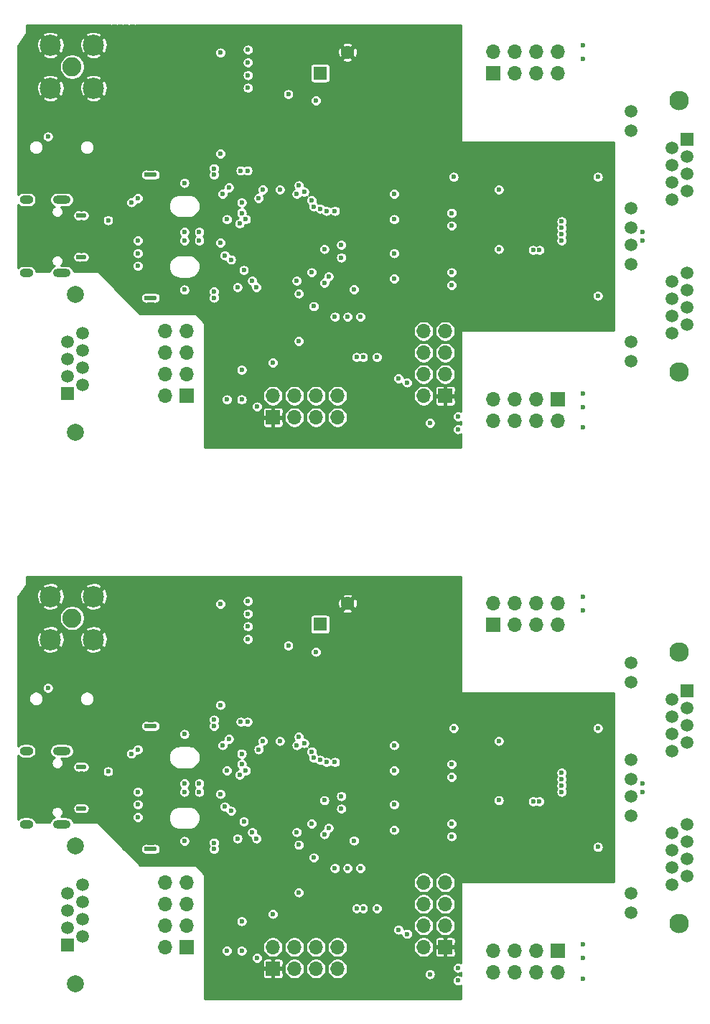
<source format=gbr>
G04 #@! TF.GenerationSoftware,KiCad,Pcbnew,5.1.5*
G04 #@! TF.CreationDate,2020-09-01T20:47:54+02:00*
G04 #@! TF.ProjectId,icE1usb-panel,69634531-7573-4622-9d70-616e656c2e6b,1.0*
G04 #@! TF.SameCoordinates,Original*
G04 #@! TF.FileFunction,Copper,L2,Inr*
G04 #@! TF.FilePolarity,Positive*
%FSLAX46Y46*%
G04 Gerber Fmt 4.6, Leading zero omitted, Abs format (unit mm)*
G04 Created by KiCad (PCBNEW 5.1.5) date 2020-09-01 20:47:54*
%MOMM*%
%LPD*%
G04 APERTURE LIST*
%ADD10R,1.500000X1.500000*%
%ADD11C,1.500000*%
%ADD12C,2.300000*%
%ADD13O,1.600000X1.000000*%
%ADD14O,2.100000X1.000000*%
%ADD15C,2.000000*%
%ADD16R,1.700000X1.700000*%
%ADD17O,1.700000X1.700000*%
%ADD18C,2.500000*%
%ADD19C,2.250000*%
%ADD20R,1.600000X1.600000*%
%ADD21C,1.600000*%
%ADD22C,0.600000*%
%ADD23C,0.500000*%
%ADD24C,0.250000*%
G04 APERTURE END LIST*
D10*
X36500000Y-53565000D03*
D11*
X36500000Y-55597000D03*
X36500000Y-57629000D03*
X36500000Y-59661000D03*
X34720000Y-54581000D03*
X34720000Y-56613000D03*
X34720000Y-58645000D03*
X34720000Y-60677000D03*
D12*
X35610000Y-80995000D03*
X35610000Y-48995000D03*
D11*
X29900000Y-50265000D03*
X29900000Y-52555000D03*
X29900000Y-61695000D03*
X29900000Y-63985000D03*
X29900000Y-68305000D03*
X29900000Y-77445000D03*
X29900000Y-79735000D03*
X29900000Y-66015000D03*
X36500000Y-71347000D03*
X34720000Y-70331000D03*
X36500000Y-69315000D03*
X34720000Y-76427000D03*
X34720000Y-72363000D03*
X36500000Y-73379000D03*
X34720000Y-74395000D03*
X36500000Y-75411000D03*
D13*
X-41400000Y-69320000D03*
X-41400000Y-60680000D03*
D14*
X-37220000Y-60680000D03*
X-37220000Y-69320000D03*
D10*
X-36500000Y-83570000D03*
D11*
X-36500000Y-81530000D03*
X-36500000Y-79490000D03*
X-36500000Y-77450000D03*
X-34720000Y-82550000D03*
X-34720000Y-80510000D03*
X-34720000Y-78470000D03*
X-34720000Y-76430000D03*
D15*
X-35610000Y-71880000D03*
X-35610000Y-88140000D03*
D16*
X-12320000Y-86350000D03*
D17*
X-12320000Y-83810000D03*
X-9780000Y-86350000D03*
X-9780000Y-83810000D03*
X-7240000Y-86350000D03*
X-7240000Y-83810000D03*
X-4700000Y-86350000D03*
X-4700000Y-83810000D03*
D16*
X13690000Y-45770000D03*
D17*
X13690000Y-43230000D03*
X16230000Y-45770000D03*
X16230000Y-43230000D03*
X18770000Y-45770000D03*
X18770000Y-43230000D03*
X21310000Y-45770000D03*
X21310000Y-43230000D03*
D16*
X21310000Y-84230000D03*
D17*
X21310000Y-86770000D03*
X18770000Y-84230000D03*
X18770000Y-86770000D03*
X16230000Y-84230000D03*
X16230000Y-86770000D03*
X13690000Y-84230000D03*
X13690000Y-86770000D03*
D18*
X-33460000Y-47540000D03*
X-38540000Y-47540000D03*
X-38540000Y-42460000D03*
X-33460000Y-42460000D03*
D19*
X-36000000Y-45000000D03*
D16*
X8000000Y-83810000D03*
D17*
X5460000Y-83810000D03*
X8000000Y-81270000D03*
X5460000Y-81270000D03*
X8000000Y-78730000D03*
X5460000Y-78730000D03*
X8000000Y-76190000D03*
X5460000Y-76190000D03*
D20*
X-6750000Y-45750000D03*
D21*
X-3500000Y-43300000D03*
D16*
X-22480000Y-83810000D03*
D17*
X-25020000Y-83810000D03*
X-22480000Y-81270000D03*
X-25020000Y-81270000D03*
X-22480000Y-78730000D03*
X-25020000Y-78730000D03*
X-22480000Y-76190000D03*
X-25020000Y-76190000D03*
D11*
X36500000Y-10411000D03*
X34720000Y-9395000D03*
X36500000Y-8379000D03*
X34720000Y-7363000D03*
X34720000Y-11427000D03*
X36500000Y-4315000D03*
X34720000Y-5331000D03*
X36500000Y-6347000D03*
X29900000Y-1015000D03*
X29900000Y-14735000D03*
X29900000Y-12445000D03*
X29900000Y-3305000D03*
X29900000Y1015000D03*
X29900000Y3305000D03*
X29900000Y12445000D03*
X29900000Y14735000D03*
D12*
X35610000Y16005000D03*
X35610000Y-15995000D03*
D11*
X34720000Y4323000D03*
X34720000Y6355000D03*
X34720000Y8387000D03*
X34720000Y10419000D03*
X36500000Y5339000D03*
X36500000Y7371000D03*
X36500000Y9403000D03*
D10*
X36500000Y11435000D03*
D21*
X-3500000Y21700000D03*
D20*
X-6750000Y19250000D03*
D17*
X5460000Y-11190000D03*
X8000000Y-11190000D03*
X5460000Y-13730000D03*
X8000000Y-13730000D03*
X5460000Y-16270000D03*
X8000000Y-16270000D03*
X5460000Y-18810000D03*
D16*
X8000000Y-18810000D03*
D17*
X-25020000Y-11190000D03*
X-22480000Y-11190000D03*
X-25020000Y-13730000D03*
X-22480000Y-13730000D03*
X-25020000Y-16270000D03*
X-22480000Y-16270000D03*
X-25020000Y-18810000D03*
D16*
X-22480000Y-18810000D03*
D19*
X-36000000Y20000000D03*
D18*
X-33460000Y22540000D03*
X-38540000Y22540000D03*
X-38540000Y17460000D03*
X-33460000Y17460000D03*
D17*
X13690000Y-21770000D03*
X13690000Y-19230000D03*
X16230000Y-21770000D03*
X16230000Y-19230000D03*
X18770000Y-21770000D03*
X18770000Y-19230000D03*
X21310000Y-21770000D03*
D16*
X21310000Y-19230000D03*
D17*
X21310000Y21770000D03*
X21310000Y19230000D03*
X18770000Y21770000D03*
X18770000Y19230000D03*
X16230000Y21770000D03*
X16230000Y19230000D03*
X13690000Y21770000D03*
D16*
X13690000Y19230000D03*
D17*
X-4700000Y-18810000D03*
X-4700000Y-21350000D03*
X-7240000Y-18810000D03*
X-7240000Y-21350000D03*
X-9780000Y-18810000D03*
X-9780000Y-21350000D03*
X-12320000Y-18810000D03*
D16*
X-12320000Y-21350000D03*
D15*
X-35610000Y-23140000D03*
X-35610000Y-6880000D03*
D11*
X-34720000Y-11430000D03*
X-34720000Y-13470000D03*
X-34720000Y-15510000D03*
X-34720000Y-17550000D03*
X-36500000Y-12450000D03*
X-36500000Y-14490000D03*
X-36500000Y-16530000D03*
D10*
X-36500000Y-18570000D03*
D14*
X-37220000Y-4320000D03*
X-37220000Y4320000D03*
D13*
X-41400000Y4320000D03*
X-41400000Y-4320000D03*
D22*
X-16000000Y-17250000D03*
X-17750000Y-22000000D03*
X-41500000Y9250000D03*
X-24750000Y7250000D03*
X-23000000Y7250000D03*
X-20750000Y7250000D03*
X-24750000Y-7250000D03*
X-23000000Y-7250000D03*
X-20750000Y-7250000D03*
X-12500000Y-1500000D03*
X-9500000Y-1500000D03*
X-9500000Y1500000D03*
X-12500000Y1500000D03*
X-9500000Y0D03*
X-11000000Y1500000D03*
X-11000000Y-1500000D03*
X-12500000Y0D03*
X-11000000Y0D03*
X-13500000Y16750000D03*
X-13500000Y19750000D03*
X-13500000Y21250000D03*
X-13500000Y18250000D03*
X-15750000Y12850000D03*
X-18250000Y12850000D03*
X-27750000Y19450000D03*
X-27750000Y21650000D03*
X-25250000Y21650000D03*
X-25250000Y19450000D03*
X-30000000Y18500000D03*
X-29250000Y16750000D03*
X-2500000Y10500000D03*
X-5750000Y16000000D03*
X-10500000Y10750000D03*
X-10500000Y9250000D03*
X-6250000Y-12500000D03*
X-850000Y-14250000D03*
X750000Y-12500000D03*
X-3500000Y3000000D03*
X-2750000Y-250000D03*
X-2750000Y-1750000D03*
X-19250000Y2750000D03*
X-19250000Y0D03*
X500000Y3500000D03*
X500000Y2000000D03*
X500000Y-5000000D03*
X500000Y-3500000D03*
X-34625000Y3250000D03*
X-34625000Y-3250000D03*
X-28250000Y3500000D03*
X-31750000Y-500000D03*
X-31750000Y-2000000D03*
X-31750000Y-3500000D03*
X31250000Y500000D03*
X19125000Y1625000D03*
X9000000Y8500000D03*
X9000000Y10000000D03*
X26000000Y-10000000D03*
X26000000Y-8500000D03*
X14325000Y1500000D03*
X14325000Y-5500000D03*
X18375000Y1625000D03*
X27750000Y1625000D03*
X25250000Y2275000D03*
X-35250000Y-3250000D03*
X-35250000Y3250000D03*
X-30000000Y4250000D03*
X-8500000Y-8250000D03*
X-2750000Y-4750000D03*
X-9250000Y-11095000D03*
X-16000000Y-82250000D03*
X-17750000Y-87000000D03*
X-41500000Y-55750000D03*
X-24750000Y-57750000D03*
X-23000000Y-57750000D03*
X-20750000Y-57750000D03*
X-24750000Y-72250000D03*
X-23000000Y-72250000D03*
X-20750000Y-72250000D03*
X-12500000Y-66500000D03*
X-9500000Y-66500000D03*
X-9500000Y-63500000D03*
X-12500000Y-63500000D03*
X-9500000Y-65000000D03*
X-11000000Y-63500000D03*
X-11000000Y-66500000D03*
X-12500000Y-65000000D03*
X-11000000Y-65000000D03*
X-13500000Y-48250000D03*
X-13500000Y-45250000D03*
X-13500000Y-43750000D03*
X-13500000Y-46750000D03*
X-15750000Y-52150000D03*
X-18250000Y-52150000D03*
X-27750000Y-45550000D03*
X-27750000Y-43350000D03*
X-25250000Y-43350000D03*
X-25250000Y-45550000D03*
X-30000000Y-46500000D03*
X-29250000Y-48250000D03*
X-2500000Y-54500000D03*
X-5750000Y-49000000D03*
X-10500000Y-54250000D03*
X-10500000Y-55750000D03*
X-6250000Y-77500000D03*
X-850000Y-79250000D03*
X750000Y-77500000D03*
X-3500000Y-62000000D03*
X-2750000Y-65250000D03*
X-2750000Y-66750000D03*
X-19250000Y-62250000D03*
X-19250000Y-65000000D03*
X500000Y-61500000D03*
X500000Y-63000000D03*
X500000Y-70000000D03*
X500000Y-68500000D03*
X-34625000Y-61750000D03*
X-34625000Y-68250000D03*
X-28250000Y-61500000D03*
X-31750000Y-65500000D03*
X-31750000Y-67000000D03*
X-31750000Y-68500000D03*
X31250000Y-64500000D03*
X19125000Y-63375000D03*
X9000000Y-56500000D03*
X9000000Y-55000000D03*
X26000000Y-75000000D03*
X26000000Y-73500000D03*
X14325000Y-63500000D03*
X14325000Y-70500000D03*
X18375000Y-63375000D03*
X27750000Y-63375000D03*
X25250000Y-62725000D03*
X-35250000Y-68250000D03*
X-35250000Y-61750000D03*
X-30000000Y-60750000D03*
X-8500000Y-73250000D03*
X-2750000Y-69750000D03*
X-9250000Y-76095000D03*
X-21000000Y-500000D03*
X-9250000Y6000000D03*
X-21000000Y-65500000D03*
X-9250000Y-59000000D03*
X-22750000Y-500000D03*
X-8625000Y5250000D03*
X-22750000Y-65500000D03*
X-8625000Y-59750000D03*
X-9500000Y5000000D03*
X-21000000Y500000D03*
X-9500000Y-60000000D03*
X-21000000Y-64500000D03*
X-9250000Y-6750000D03*
X-16000000Y-15750000D03*
X-9250000Y-12365000D03*
X-17750000Y-19250000D03*
X-19250000Y7250000D03*
X-19250000Y8000000D03*
X-10500000Y16750000D03*
X-15250000Y22000000D03*
X-15250000Y20500000D03*
X-15250000Y19000000D03*
X6200000Y-22000000D03*
X-7250000Y16000000D03*
X-50000Y-14250000D03*
X-5000000Y3000000D03*
X-17750000Y2000000D03*
X-7750000Y-4250000D03*
X-7750000Y-4250000D03*
X-7750000Y-4250000D03*
X-7750000Y-4250000D03*
X9000000Y7000000D03*
X26000000Y-7000000D03*
X18375000Y-1625000D03*
X19125000Y-1625000D03*
X-22750000Y500000D03*
X14325000Y5500000D03*
X14325000Y-1500000D03*
X-9250000Y-71750000D03*
X-16000000Y-80750000D03*
X-9250000Y-77365000D03*
X-17750000Y-84250000D03*
X-19250000Y-57750000D03*
X-19250000Y-57000000D03*
X-10500000Y-48250000D03*
X-15250000Y-43000000D03*
X-15250000Y-44500000D03*
X-15250000Y-46000000D03*
X6200000Y-87000000D03*
X-7250000Y-49000000D03*
X-50000Y-79250000D03*
X-5000000Y-62000000D03*
X-17750000Y-63000000D03*
X-7750000Y-69250000D03*
X-7750000Y-69250000D03*
X-7750000Y-69250000D03*
X-7750000Y-69250000D03*
X9000000Y-58000000D03*
X26000000Y-72000000D03*
X18375000Y-66625000D03*
X19125000Y-66625000D03*
X-22750000Y-64500000D03*
X14325000Y-59500000D03*
X14325000Y-66500000D03*
X-4250000Y-2500000D03*
X-5750000Y-4750000D03*
X-4250000Y-67500000D03*
X-5750000Y-69750000D03*
X-22750000Y6300000D03*
X-19250000Y-6500000D03*
X-19250000Y-7250000D03*
X-4250000Y-1000000D03*
X-18500000Y-750000D03*
X-2750000Y-6250000D03*
X-22750000Y-6300000D03*
X-22750000Y-58700000D03*
X-19250000Y-71500000D03*
X-19250000Y-72250000D03*
X-4250000Y-66000000D03*
X-18500000Y-65750000D03*
X-2750000Y-71250000D03*
X-22750000Y-71300000D03*
X-26250000Y7250000D03*
X-26250000Y-7250000D03*
X-34625000Y2450000D03*
X-34625000Y-2450000D03*
X-28250000Y-500000D03*
X-35250000Y-2450000D03*
X-35250000Y2450000D03*
X-27250000Y7250000D03*
X-27250000Y-7250000D03*
X-26250000Y-57750000D03*
X-26250000Y-72250000D03*
X-34625000Y-62550000D03*
X-34625000Y-67450000D03*
X-28250000Y-65500000D03*
X-35250000Y-67450000D03*
X-35250000Y-62550000D03*
X-27250000Y-57750000D03*
X-27250000Y-72250000D03*
X24250000Y22500000D03*
X24250000Y-42500000D03*
X24250000Y20875000D03*
X24250000Y-44125000D03*
X24250000Y-18500000D03*
X24250000Y-83500000D03*
X24250000Y-20125000D03*
X24250000Y-85125000D03*
X24250000Y-22500000D03*
X24250000Y-87500000D03*
X21750000Y-500000D03*
X21750000Y-65500000D03*
X-14170000Y-20080000D03*
X-17250000Y-2750000D03*
X-14170000Y-85080000D03*
X-17250000Y-67750000D03*
X-16000000Y-19250000D03*
X3500000Y-17250000D03*
X-18000000Y-2250000D03*
X21750000Y1750000D03*
X-16000000Y-84250000D03*
X3500000Y-82250000D03*
X-18000000Y-67250000D03*
X21750000Y-63250000D03*
X-12320000Y-14905000D03*
X-12320000Y-79905000D03*
X26000000Y7000000D03*
X31250000Y-500000D03*
X26000000Y-58000000D03*
X31250000Y-65500000D03*
X21750000Y1000000D03*
X21750000Y-64000000D03*
X-31750000Y1900000D03*
X-38850000Y11750000D03*
X-31750000Y-63100000D03*
X-38850000Y-53250000D03*
X-2000000Y-9500000D03*
X2000000Y5000000D03*
X2000000Y-5000000D03*
X-2000000Y-74500000D03*
X2000000Y-60000000D03*
X2000000Y-70000000D03*
X-3500000Y-9500000D03*
X2000000Y2000000D03*
X-3500000Y-74500000D03*
X2000000Y-63000000D03*
X-5000000Y-9500000D03*
X2000000Y-2000000D03*
X-5000000Y-74500000D03*
X2000000Y-67000000D03*
X9500000Y-21250000D03*
X-18250000Y5000000D03*
X-16250000Y1500000D03*
X9500000Y-86250000D03*
X-18250000Y-60000000D03*
X-16250000Y-63500000D03*
X9500000Y-22750000D03*
X-17500000Y5750000D03*
X-15500000Y2000000D03*
X9500000Y-87750000D03*
X-17500000Y-59250000D03*
X-15500000Y-63000000D03*
X-14250000Y-6000000D03*
X-7500000Y-8250000D03*
X-14250000Y-71000000D03*
X-7500000Y-73250000D03*
X8750000Y2750000D03*
X-11500000Y5500000D03*
X8750000Y-62250000D03*
X-11500000Y-59500000D03*
X-7500000Y3500000D03*
X8750000Y1250000D03*
X-7500000Y-61500000D03*
X8750000Y-63750000D03*
X-6000000Y3000000D03*
X8750000Y-4250000D03*
X-6000000Y-62000000D03*
X8750000Y-69250000D03*
X-7750000Y4250000D03*
X8750000Y-5750000D03*
X-7750000Y-60750000D03*
X8750000Y-70750000D03*
X-18500000Y21650000D03*
X-18500000Y9750000D03*
X-18500000Y-43350000D03*
X-18500000Y-55250000D03*
X-16000000Y4000000D03*
X-16000000Y4000000D03*
X-16000000Y2750000D03*
X-16000000Y-61000000D03*
X-16000000Y-61000000D03*
X-16000000Y-62250000D03*
X-15300000Y7750000D03*
X-13500000Y5500000D03*
X-15300000Y-57250000D03*
X-13500000Y-59500000D03*
X-16100000Y7750000D03*
X-14000000Y4500000D03*
X-16100000Y-57250000D03*
X-14000000Y-60500000D03*
X-15750000Y-4000000D03*
X-16500000Y-6000000D03*
X-15750000Y-69000000D03*
X-16500000Y-71000000D03*
X-28250000Y-3500000D03*
X-29000000Y4000000D03*
X-14750000Y-5250000D03*
X-9500000Y-5250000D03*
X-28250000Y-68500000D03*
X-29000000Y-61000000D03*
X-14750000Y-70250000D03*
X-9500000Y-70250000D03*
X-28250000Y-2000000D03*
X-28250000Y4500000D03*
X-28250000Y-67000000D03*
X-28250000Y-60500000D03*
X2500000Y-16750000D03*
X21750000Y250000D03*
X2500000Y-81750000D03*
X21750000Y-64750000D03*
X-15250000Y17500000D03*
X-15250000Y-47500000D03*
X-2450000Y-14250000D03*
X-6250000Y-5500000D03*
X-6750000Y3250000D03*
X-2450000Y-79250000D03*
X-6250000Y-70500000D03*
X-6750000Y-61750000D03*
X-1650000Y-14250000D03*
X-6250000Y-1500000D03*
X-1650000Y-79250000D03*
X-6250000Y-66500000D03*
D23*
X-35250000Y2450000D02*
X-34625000Y2450000D01*
X-35250000Y-2450000D02*
X-34625000Y-2450000D01*
X-27250000Y-7250000D02*
X-26250000Y-7250000D01*
X-27250000Y7250000D02*
X-26250000Y7250000D01*
X-35250000Y-62550000D02*
X-34625000Y-62550000D01*
X-35250000Y-67450000D02*
X-34625000Y-67450000D01*
X-27250000Y-72250000D02*
X-26250000Y-72250000D01*
X-27250000Y-57750000D02*
X-26250000Y-57750000D01*
D24*
G36*
X-31575014Y24873058D02*
G01*
X-31459095Y24850000D01*
X-31340905Y24850000D01*
X-31224986Y24873058D01*
X-31220298Y24875000D01*
X-30879702Y24875000D01*
X-30875014Y24873058D01*
X-30759095Y24850000D01*
X-30640905Y24850000D01*
X-30524986Y24873058D01*
X-30520298Y24875000D01*
X-30179702Y24875000D01*
X-30175014Y24873058D01*
X-30059095Y24850000D01*
X-29940905Y24850000D01*
X-29824986Y24873058D01*
X-29820298Y24875000D01*
X-29479702Y24875000D01*
X-29475014Y24873058D01*
X-29359095Y24850000D01*
X-29240905Y24850000D01*
X-29124986Y24873058D01*
X-29120298Y24875000D01*
X-28779702Y24875000D01*
X-28775014Y24873058D01*
X-28659095Y24850000D01*
X-28540905Y24850000D01*
X-28424986Y24873058D01*
X-28420298Y24875000D01*
X9875000Y24875000D01*
X9875000Y11250000D01*
X9877402Y11225614D01*
X9884515Y11202165D01*
X9896066Y11180554D01*
X9911612Y11161612D01*
X9930554Y11146066D01*
X9952165Y11134515D01*
X9975614Y11127402D01*
X10000000Y11125000D01*
X27875000Y11125000D01*
X27875000Y-11125000D01*
X10000000Y-11125000D01*
X9975614Y-11127402D01*
X9952165Y-11134515D01*
X9930554Y-11146066D01*
X9911612Y-11161612D01*
X9896066Y-11180554D01*
X9884515Y-11202165D01*
X9877402Y-11225614D01*
X9875000Y-11250000D01*
X9875000Y-20688752D01*
X9819732Y-20651823D01*
X9696890Y-20600940D01*
X9566482Y-20575000D01*
X9433518Y-20575000D01*
X9303110Y-20600940D01*
X9180268Y-20651823D01*
X9069713Y-20725693D01*
X8975693Y-20819713D01*
X8901823Y-20930268D01*
X8850940Y-21053110D01*
X8825000Y-21183518D01*
X8825000Y-21316482D01*
X8850940Y-21446890D01*
X8901823Y-21569732D01*
X8975693Y-21680287D01*
X9069713Y-21774307D01*
X9180268Y-21848177D01*
X9303110Y-21899060D01*
X9433518Y-21925000D01*
X9566482Y-21925000D01*
X9696890Y-21899060D01*
X9819732Y-21848177D01*
X9875000Y-21811248D01*
X9875000Y-22188752D01*
X9819732Y-22151823D01*
X9696890Y-22100940D01*
X9566482Y-22075000D01*
X9433518Y-22075000D01*
X9303110Y-22100940D01*
X9180268Y-22151823D01*
X9069713Y-22225693D01*
X8975693Y-22319713D01*
X8901823Y-22430268D01*
X8850940Y-22553110D01*
X8825000Y-22683518D01*
X8825000Y-22816482D01*
X8850940Y-22946890D01*
X8901823Y-23069732D01*
X8975693Y-23180287D01*
X9069713Y-23274307D01*
X9180268Y-23348177D01*
X9303110Y-23399060D01*
X9433518Y-23425000D01*
X9566482Y-23425000D01*
X9696890Y-23399060D01*
X9819732Y-23348177D01*
X9875000Y-23311248D01*
X9875000Y-24875000D01*
X-20375000Y-24875000D01*
X-20375000Y-22200000D01*
X-13546814Y-22200000D01*
X-13539574Y-22273513D01*
X-13518131Y-22344200D01*
X-13483309Y-22409347D01*
X-13436448Y-22466448D01*
X-13379347Y-22513309D01*
X-13314200Y-22548131D01*
X-13243513Y-22569574D01*
X-13170000Y-22576814D01*
X-12538750Y-22575000D01*
X-12445000Y-22481250D01*
X-12445000Y-21475000D01*
X-12195000Y-21475000D01*
X-12195000Y-22481250D01*
X-12101250Y-22575000D01*
X-11470000Y-22576814D01*
X-11396487Y-22569574D01*
X-11325800Y-22548131D01*
X-11260653Y-22513309D01*
X-11203552Y-22466448D01*
X-11156691Y-22409347D01*
X-11121869Y-22344200D01*
X-11100426Y-22273513D01*
X-11093186Y-22200000D01*
X-11095000Y-21568750D01*
X-11188750Y-21475000D01*
X-12195000Y-21475000D01*
X-12445000Y-21475000D01*
X-13451250Y-21475000D01*
X-13545000Y-21568750D01*
X-13546814Y-22200000D01*
X-20375000Y-22200000D01*
X-20375000Y-21229348D01*
X-11005000Y-21229348D01*
X-11005000Y-21470652D01*
X-10957924Y-21707319D01*
X-10865581Y-21930255D01*
X-10731519Y-22130892D01*
X-10560892Y-22301519D01*
X-10360255Y-22435581D01*
X-10137319Y-22527924D01*
X-9900652Y-22575000D01*
X-9659348Y-22575000D01*
X-9422681Y-22527924D01*
X-9199745Y-22435581D01*
X-8999108Y-22301519D01*
X-8828481Y-22130892D01*
X-8694419Y-21930255D01*
X-8602076Y-21707319D01*
X-8555000Y-21470652D01*
X-8555000Y-21229348D01*
X-8465000Y-21229348D01*
X-8465000Y-21470652D01*
X-8417924Y-21707319D01*
X-8325581Y-21930255D01*
X-8191519Y-22130892D01*
X-8020892Y-22301519D01*
X-7820255Y-22435581D01*
X-7597319Y-22527924D01*
X-7360652Y-22575000D01*
X-7119348Y-22575000D01*
X-6882681Y-22527924D01*
X-6659745Y-22435581D01*
X-6459108Y-22301519D01*
X-6288481Y-22130892D01*
X-6154419Y-21930255D01*
X-6062076Y-21707319D01*
X-6015000Y-21470652D01*
X-6015000Y-21229348D01*
X-5925000Y-21229348D01*
X-5925000Y-21470652D01*
X-5877924Y-21707319D01*
X-5785581Y-21930255D01*
X-5651519Y-22130892D01*
X-5480892Y-22301519D01*
X-5280255Y-22435581D01*
X-5057319Y-22527924D01*
X-4820652Y-22575000D01*
X-4579348Y-22575000D01*
X-4342681Y-22527924D01*
X-4119745Y-22435581D01*
X-3919108Y-22301519D01*
X-3748481Y-22130892D01*
X-3616600Y-21933518D01*
X5525000Y-21933518D01*
X5525000Y-22066482D01*
X5550940Y-22196890D01*
X5601823Y-22319732D01*
X5675693Y-22430287D01*
X5769713Y-22524307D01*
X5880268Y-22598177D01*
X6003110Y-22649060D01*
X6133518Y-22675000D01*
X6266482Y-22675000D01*
X6396890Y-22649060D01*
X6519732Y-22598177D01*
X6630287Y-22524307D01*
X6724307Y-22430287D01*
X6798177Y-22319732D01*
X6849060Y-22196890D01*
X6875000Y-22066482D01*
X6875000Y-21933518D01*
X6849060Y-21803110D01*
X6798177Y-21680268D01*
X6724307Y-21569713D01*
X6630287Y-21475693D01*
X6519732Y-21401823D01*
X6396890Y-21350940D01*
X6266482Y-21325000D01*
X6133518Y-21325000D01*
X6003110Y-21350940D01*
X5880268Y-21401823D01*
X5769713Y-21475693D01*
X5675693Y-21569713D01*
X5601823Y-21680268D01*
X5550940Y-21803110D01*
X5525000Y-21933518D01*
X-3616600Y-21933518D01*
X-3614419Y-21930255D01*
X-3522076Y-21707319D01*
X-3475000Y-21470652D01*
X-3475000Y-21229348D01*
X-3522076Y-20992681D01*
X-3614419Y-20769745D01*
X-3748481Y-20569108D01*
X-3919108Y-20398481D01*
X-4119745Y-20264419D01*
X-4342681Y-20172076D01*
X-4579348Y-20125000D01*
X-4820652Y-20125000D01*
X-5057319Y-20172076D01*
X-5280255Y-20264419D01*
X-5480892Y-20398481D01*
X-5651519Y-20569108D01*
X-5785581Y-20769745D01*
X-5877924Y-20992681D01*
X-5925000Y-21229348D01*
X-6015000Y-21229348D01*
X-6062076Y-20992681D01*
X-6154419Y-20769745D01*
X-6288481Y-20569108D01*
X-6459108Y-20398481D01*
X-6659745Y-20264419D01*
X-6882681Y-20172076D01*
X-7119348Y-20125000D01*
X-7360652Y-20125000D01*
X-7597319Y-20172076D01*
X-7820255Y-20264419D01*
X-8020892Y-20398481D01*
X-8191519Y-20569108D01*
X-8325581Y-20769745D01*
X-8417924Y-20992681D01*
X-8465000Y-21229348D01*
X-8555000Y-21229348D01*
X-8602076Y-20992681D01*
X-8694419Y-20769745D01*
X-8828481Y-20569108D01*
X-8999108Y-20398481D01*
X-9199745Y-20264419D01*
X-9422681Y-20172076D01*
X-9659348Y-20125000D01*
X-9900652Y-20125000D01*
X-10137319Y-20172076D01*
X-10360255Y-20264419D01*
X-10560892Y-20398481D01*
X-10731519Y-20569108D01*
X-10865581Y-20769745D01*
X-10957924Y-20992681D01*
X-11005000Y-21229348D01*
X-20375000Y-21229348D01*
X-20375000Y-20013518D01*
X-14845000Y-20013518D01*
X-14845000Y-20146482D01*
X-14819060Y-20276890D01*
X-14768177Y-20399732D01*
X-14694307Y-20510287D01*
X-14600287Y-20604307D01*
X-14489732Y-20678177D01*
X-14366890Y-20729060D01*
X-14236482Y-20755000D01*
X-14103518Y-20755000D01*
X-13973110Y-20729060D01*
X-13850268Y-20678177D01*
X-13739713Y-20604307D01*
X-13645693Y-20510287D01*
X-13638820Y-20500000D01*
X-13546814Y-20500000D01*
X-13545000Y-21131250D01*
X-13451250Y-21225000D01*
X-12445000Y-21225000D01*
X-12445000Y-20218750D01*
X-12195000Y-20218750D01*
X-12195000Y-21225000D01*
X-11188750Y-21225000D01*
X-11095000Y-21131250D01*
X-11093186Y-20500000D01*
X-11100426Y-20426487D01*
X-11121869Y-20355800D01*
X-11156691Y-20290653D01*
X-11203552Y-20233552D01*
X-11260653Y-20186691D01*
X-11325800Y-20151869D01*
X-11396487Y-20130426D01*
X-11470000Y-20123186D01*
X-12101250Y-20125000D01*
X-12195000Y-20218750D01*
X-12445000Y-20218750D01*
X-12538750Y-20125000D01*
X-13170000Y-20123186D01*
X-13243513Y-20130426D01*
X-13314200Y-20151869D01*
X-13379347Y-20186691D01*
X-13436448Y-20233552D01*
X-13483309Y-20290653D01*
X-13518131Y-20355800D01*
X-13539574Y-20426487D01*
X-13546814Y-20500000D01*
X-13638820Y-20500000D01*
X-13571823Y-20399732D01*
X-13520940Y-20276890D01*
X-13495000Y-20146482D01*
X-13495000Y-20013518D01*
X-13520940Y-19883110D01*
X-13571823Y-19760268D01*
X-13645693Y-19649713D01*
X-13739713Y-19555693D01*
X-13850268Y-19481823D01*
X-13973110Y-19430940D01*
X-14103518Y-19405000D01*
X-14236482Y-19405000D01*
X-14366890Y-19430940D01*
X-14489732Y-19481823D01*
X-14600287Y-19555693D01*
X-14694307Y-19649713D01*
X-14768177Y-19760268D01*
X-14819060Y-19883110D01*
X-14845000Y-20013518D01*
X-20375000Y-20013518D01*
X-20375000Y-19183518D01*
X-18425000Y-19183518D01*
X-18425000Y-19316482D01*
X-18399060Y-19446890D01*
X-18348177Y-19569732D01*
X-18274307Y-19680287D01*
X-18180287Y-19774307D01*
X-18069732Y-19848177D01*
X-17946890Y-19899060D01*
X-17816482Y-19925000D01*
X-17683518Y-19925000D01*
X-17553110Y-19899060D01*
X-17430268Y-19848177D01*
X-17319713Y-19774307D01*
X-17225693Y-19680287D01*
X-17151823Y-19569732D01*
X-17100940Y-19446890D01*
X-17075000Y-19316482D01*
X-17075000Y-19183518D01*
X-16675000Y-19183518D01*
X-16675000Y-19316482D01*
X-16649060Y-19446890D01*
X-16598177Y-19569732D01*
X-16524307Y-19680287D01*
X-16430287Y-19774307D01*
X-16319732Y-19848177D01*
X-16196890Y-19899060D01*
X-16066482Y-19925000D01*
X-15933518Y-19925000D01*
X-15803110Y-19899060D01*
X-15680268Y-19848177D01*
X-15569713Y-19774307D01*
X-15475693Y-19680287D01*
X-15401823Y-19569732D01*
X-15350940Y-19446890D01*
X-15325000Y-19316482D01*
X-15325000Y-19183518D01*
X-15350940Y-19053110D01*
X-15401823Y-18930268D01*
X-15475693Y-18819713D01*
X-15569713Y-18725693D01*
X-15624107Y-18689348D01*
X-13545000Y-18689348D01*
X-13545000Y-18930652D01*
X-13497924Y-19167319D01*
X-13405581Y-19390255D01*
X-13271519Y-19590892D01*
X-13100892Y-19761519D01*
X-12900255Y-19895581D01*
X-12677319Y-19987924D01*
X-12440652Y-20035000D01*
X-12199348Y-20035000D01*
X-11962681Y-19987924D01*
X-11739745Y-19895581D01*
X-11539108Y-19761519D01*
X-11368481Y-19590892D01*
X-11234419Y-19390255D01*
X-11142076Y-19167319D01*
X-11095000Y-18930652D01*
X-11095000Y-18689348D01*
X-11005000Y-18689348D01*
X-11005000Y-18930652D01*
X-10957924Y-19167319D01*
X-10865581Y-19390255D01*
X-10731519Y-19590892D01*
X-10560892Y-19761519D01*
X-10360255Y-19895581D01*
X-10137319Y-19987924D01*
X-9900652Y-20035000D01*
X-9659348Y-20035000D01*
X-9422681Y-19987924D01*
X-9199745Y-19895581D01*
X-8999108Y-19761519D01*
X-8828481Y-19590892D01*
X-8694419Y-19390255D01*
X-8602076Y-19167319D01*
X-8555000Y-18930652D01*
X-8555000Y-18689348D01*
X-8465000Y-18689348D01*
X-8465000Y-18930652D01*
X-8417924Y-19167319D01*
X-8325581Y-19390255D01*
X-8191519Y-19590892D01*
X-8020892Y-19761519D01*
X-7820255Y-19895581D01*
X-7597319Y-19987924D01*
X-7360652Y-20035000D01*
X-7119348Y-20035000D01*
X-6882681Y-19987924D01*
X-6659745Y-19895581D01*
X-6459108Y-19761519D01*
X-6288481Y-19590892D01*
X-6154419Y-19390255D01*
X-6062076Y-19167319D01*
X-6015000Y-18930652D01*
X-6015000Y-18689348D01*
X-5925000Y-18689348D01*
X-5925000Y-18930652D01*
X-5877924Y-19167319D01*
X-5785581Y-19390255D01*
X-5651519Y-19590892D01*
X-5480892Y-19761519D01*
X-5280255Y-19895581D01*
X-5057319Y-19987924D01*
X-4820652Y-20035000D01*
X-4579348Y-20035000D01*
X-4342681Y-19987924D01*
X-4119745Y-19895581D01*
X-3919108Y-19761519D01*
X-3748481Y-19590892D01*
X-3614419Y-19390255D01*
X-3522076Y-19167319D01*
X-3475000Y-18930652D01*
X-3475000Y-18689348D01*
X4235000Y-18689348D01*
X4235000Y-18930652D01*
X4282076Y-19167319D01*
X4374419Y-19390255D01*
X4508481Y-19590892D01*
X4679108Y-19761519D01*
X4879745Y-19895581D01*
X5102681Y-19987924D01*
X5339348Y-20035000D01*
X5580652Y-20035000D01*
X5817319Y-19987924D01*
X6040255Y-19895581D01*
X6240892Y-19761519D01*
X6342411Y-19660000D01*
X6773186Y-19660000D01*
X6780426Y-19733513D01*
X6801869Y-19804200D01*
X6836691Y-19869347D01*
X6883552Y-19926448D01*
X6940653Y-19973309D01*
X7005800Y-20008131D01*
X7076487Y-20029574D01*
X7150000Y-20036814D01*
X7781250Y-20035000D01*
X7875000Y-19941250D01*
X7875000Y-18935000D01*
X8125000Y-18935000D01*
X8125000Y-19941250D01*
X8218750Y-20035000D01*
X8850000Y-20036814D01*
X8923513Y-20029574D01*
X8994200Y-20008131D01*
X9059347Y-19973309D01*
X9116448Y-19926448D01*
X9163309Y-19869347D01*
X9198131Y-19804200D01*
X9219574Y-19733513D01*
X9226814Y-19660000D01*
X9225000Y-19028750D01*
X9131250Y-18935000D01*
X8125000Y-18935000D01*
X7875000Y-18935000D01*
X6868750Y-18935000D01*
X6775000Y-19028750D01*
X6773186Y-19660000D01*
X6342411Y-19660000D01*
X6411519Y-19590892D01*
X6545581Y-19390255D01*
X6637924Y-19167319D01*
X6685000Y-18930652D01*
X6685000Y-18689348D01*
X6637924Y-18452681D01*
X6545581Y-18229745D01*
X6411519Y-18029108D01*
X6342411Y-17960000D01*
X6773186Y-17960000D01*
X6775000Y-18591250D01*
X6868750Y-18685000D01*
X7875000Y-18685000D01*
X7875000Y-17678750D01*
X8125000Y-17678750D01*
X8125000Y-18685000D01*
X9131250Y-18685000D01*
X9225000Y-18591250D01*
X9226814Y-17960000D01*
X9219574Y-17886487D01*
X9198131Y-17815800D01*
X9163309Y-17750653D01*
X9116448Y-17693552D01*
X9059347Y-17646691D01*
X8994200Y-17611869D01*
X8923513Y-17590426D01*
X8850000Y-17583186D01*
X8218750Y-17585000D01*
X8125000Y-17678750D01*
X7875000Y-17678750D01*
X7781250Y-17585000D01*
X7150000Y-17583186D01*
X7076487Y-17590426D01*
X7005800Y-17611869D01*
X6940653Y-17646691D01*
X6883552Y-17693552D01*
X6836691Y-17750653D01*
X6801869Y-17815800D01*
X6780426Y-17886487D01*
X6773186Y-17960000D01*
X6342411Y-17960000D01*
X6240892Y-17858481D01*
X6040255Y-17724419D01*
X5817319Y-17632076D01*
X5580652Y-17585000D01*
X5339348Y-17585000D01*
X5102681Y-17632076D01*
X4879745Y-17724419D01*
X4679108Y-17858481D01*
X4508481Y-18029108D01*
X4374419Y-18229745D01*
X4282076Y-18452681D01*
X4235000Y-18689348D01*
X-3475000Y-18689348D01*
X-3522076Y-18452681D01*
X-3614419Y-18229745D01*
X-3748481Y-18029108D01*
X-3919108Y-17858481D01*
X-4119745Y-17724419D01*
X-4342681Y-17632076D01*
X-4579348Y-17585000D01*
X-4820652Y-17585000D01*
X-5057319Y-17632076D01*
X-5280255Y-17724419D01*
X-5480892Y-17858481D01*
X-5651519Y-18029108D01*
X-5785581Y-18229745D01*
X-5877924Y-18452681D01*
X-5925000Y-18689348D01*
X-6015000Y-18689348D01*
X-6062076Y-18452681D01*
X-6154419Y-18229745D01*
X-6288481Y-18029108D01*
X-6459108Y-17858481D01*
X-6659745Y-17724419D01*
X-6882681Y-17632076D01*
X-7119348Y-17585000D01*
X-7360652Y-17585000D01*
X-7597319Y-17632076D01*
X-7820255Y-17724419D01*
X-8020892Y-17858481D01*
X-8191519Y-18029108D01*
X-8325581Y-18229745D01*
X-8417924Y-18452681D01*
X-8465000Y-18689348D01*
X-8555000Y-18689348D01*
X-8602076Y-18452681D01*
X-8694419Y-18229745D01*
X-8828481Y-18029108D01*
X-8999108Y-17858481D01*
X-9199745Y-17724419D01*
X-9422681Y-17632076D01*
X-9659348Y-17585000D01*
X-9900652Y-17585000D01*
X-10137319Y-17632076D01*
X-10360255Y-17724419D01*
X-10560892Y-17858481D01*
X-10731519Y-18029108D01*
X-10865581Y-18229745D01*
X-10957924Y-18452681D01*
X-11005000Y-18689348D01*
X-11095000Y-18689348D01*
X-11142076Y-18452681D01*
X-11234419Y-18229745D01*
X-11368481Y-18029108D01*
X-11539108Y-17858481D01*
X-11739745Y-17724419D01*
X-11962681Y-17632076D01*
X-12199348Y-17585000D01*
X-12440652Y-17585000D01*
X-12677319Y-17632076D01*
X-12900255Y-17724419D01*
X-13100892Y-17858481D01*
X-13271519Y-18029108D01*
X-13405581Y-18229745D01*
X-13497924Y-18452681D01*
X-13545000Y-18689348D01*
X-15624107Y-18689348D01*
X-15680268Y-18651823D01*
X-15803110Y-18600940D01*
X-15933518Y-18575000D01*
X-16066482Y-18575000D01*
X-16196890Y-18600940D01*
X-16319732Y-18651823D01*
X-16430287Y-18725693D01*
X-16524307Y-18819713D01*
X-16598177Y-18930268D01*
X-16649060Y-19053110D01*
X-16675000Y-19183518D01*
X-17075000Y-19183518D01*
X-17100940Y-19053110D01*
X-17151823Y-18930268D01*
X-17225693Y-18819713D01*
X-17319713Y-18725693D01*
X-17430268Y-18651823D01*
X-17553110Y-18600940D01*
X-17683518Y-18575000D01*
X-17816482Y-18575000D01*
X-17946890Y-18600940D01*
X-18069732Y-18651823D01*
X-18180287Y-18725693D01*
X-18274307Y-18819713D01*
X-18348177Y-18930268D01*
X-18399060Y-19053110D01*
X-18425000Y-19183518D01*
X-20375000Y-19183518D01*
X-20375000Y-16683518D01*
X1825000Y-16683518D01*
X1825000Y-16816482D01*
X1850940Y-16946890D01*
X1901823Y-17069732D01*
X1975693Y-17180287D01*
X2069713Y-17274307D01*
X2180268Y-17348177D01*
X2303110Y-17399060D01*
X2433518Y-17425000D01*
X2566482Y-17425000D01*
X2696890Y-17399060D01*
X2819732Y-17348177D01*
X2829947Y-17341352D01*
X2850940Y-17446890D01*
X2901823Y-17569732D01*
X2975693Y-17680287D01*
X3069713Y-17774307D01*
X3180268Y-17848177D01*
X3303110Y-17899060D01*
X3433518Y-17925000D01*
X3566482Y-17925000D01*
X3696890Y-17899060D01*
X3819732Y-17848177D01*
X3930287Y-17774307D01*
X4024307Y-17680287D01*
X4098177Y-17569732D01*
X4149060Y-17446890D01*
X4175000Y-17316482D01*
X4175000Y-17183518D01*
X4149060Y-17053110D01*
X4098177Y-16930268D01*
X4024307Y-16819713D01*
X3930287Y-16725693D01*
X3819732Y-16651823D01*
X3696890Y-16600940D01*
X3566482Y-16575000D01*
X3433518Y-16575000D01*
X3303110Y-16600940D01*
X3180268Y-16651823D01*
X3170053Y-16658648D01*
X3149060Y-16553110D01*
X3098177Y-16430268D01*
X3024307Y-16319713D01*
X2930287Y-16225693D01*
X2819732Y-16151823D01*
X2813757Y-16149348D01*
X4235000Y-16149348D01*
X4235000Y-16390652D01*
X4282076Y-16627319D01*
X4374419Y-16850255D01*
X4508481Y-17050892D01*
X4679108Y-17221519D01*
X4879745Y-17355581D01*
X5102681Y-17447924D01*
X5339348Y-17495000D01*
X5580652Y-17495000D01*
X5817319Y-17447924D01*
X6040255Y-17355581D01*
X6240892Y-17221519D01*
X6411519Y-17050892D01*
X6545581Y-16850255D01*
X6637924Y-16627319D01*
X6685000Y-16390652D01*
X6685000Y-16149348D01*
X6775000Y-16149348D01*
X6775000Y-16390652D01*
X6822076Y-16627319D01*
X6914419Y-16850255D01*
X7048481Y-17050892D01*
X7219108Y-17221519D01*
X7419745Y-17355581D01*
X7642681Y-17447924D01*
X7879348Y-17495000D01*
X8120652Y-17495000D01*
X8357319Y-17447924D01*
X8580255Y-17355581D01*
X8780892Y-17221519D01*
X8951519Y-17050892D01*
X9085581Y-16850255D01*
X9177924Y-16627319D01*
X9225000Y-16390652D01*
X9225000Y-16149348D01*
X9177924Y-15912681D01*
X9085581Y-15689745D01*
X8951519Y-15489108D01*
X8780892Y-15318481D01*
X8580255Y-15184419D01*
X8357319Y-15092076D01*
X8120652Y-15045000D01*
X7879348Y-15045000D01*
X7642681Y-15092076D01*
X7419745Y-15184419D01*
X7219108Y-15318481D01*
X7048481Y-15489108D01*
X6914419Y-15689745D01*
X6822076Y-15912681D01*
X6775000Y-16149348D01*
X6685000Y-16149348D01*
X6637924Y-15912681D01*
X6545581Y-15689745D01*
X6411519Y-15489108D01*
X6240892Y-15318481D01*
X6040255Y-15184419D01*
X5817319Y-15092076D01*
X5580652Y-15045000D01*
X5339348Y-15045000D01*
X5102681Y-15092076D01*
X4879745Y-15184419D01*
X4679108Y-15318481D01*
X4508481Y-15489108D01*
X4374419Y-15689745D01*
X4282076Y-15912681D01*
X4235000Y-16149348D01*
X2813757Y-16149348D01*
X2696890Y-16100940D01*
X2566482Y-16075000D01*
X2433518Y-16075000D01*
X2303110Y-16100940D01*
X2180268Y-16151823D01*
X2069713Y-16225693D01*
X1975693Y-16319713D01*
X1901823Y-16430268D01*
X1850940Y-16553110D01*
X1825000Y-16683518D01*
X-20375000Y-16683518D01*
X-20375000Y-15683518D01*
X-16675000Y-15683518D01*
X-16675000Y-15816482D01*
X-16649060Y-15946890D01*
X-16598177Y-16069732D01*
X-16524307Y-16180287D01*
X-16430287Y-16274307D01*
X-16319732Y-16348177D01*
X-16196890Y-16399060D01*
X-16066482Y-16425000D01*
X-15933518Y-16425000D01*
X-15803110Y-16399060D01*
X-15680268Y-16348177D01*
X-15569713Y-16274307D01*
X-15475693Y-16180287D01*
X-15401823Y-16069732D01*
X-15350940Y-15946890D01*
X-15325000Y-15816482D01*
X-15325000Y-15683518D01*
X-15350940Y-15553110D01*
X-15401823Y-15430268D01*
X-15475693Y-15319713D01*
X-15569713Y-15225693D01*
X-15680268Y-15151823D01*
X-15803110Y-15100940D01*
X-15933518Y-15075000D01*
X-16066482Y-15075000D01*
X-16196890Y-15100940D01*
X-16319732Y-15151823D01*
X-16430287Y-15225693D01*
X-16524307Y-15319713D01*
X-16598177Y-15430268D01*
X-16649060Y-15553110D01*
X-16675000Y-15683518D01*
X-20375000Y-15683518D01*
X-20375000Y-14838518D01*
X-12995000Y-14838518D01*
X-12995000Y-14971482D01*
X-12969060Y-15101890D01*
X-12918177Y-15224732D01*
X-12844307Y-15335287D01*
X-12750287Y-15429307D01*
X-12639732Y-15503177D01*
X-12516890Y-15554060D01*
X-12386482Y-15580000D01*
X-12253518Y-15580000D01*
X-12123110Y-15554060D01*
X-12000268Y-15503177D01*
X-11889713Y-15429307D01*
X-11795693Y-15335287D01*
X-11721823Y-15224732D01*
X-11670940Y-15101890D01*
X-11645000Y-14971482D01*
X-11645000Y-14838518D01*
X-11670940Y-14708110D01*
X-11721823Y-14585268D01*
X-11795693Y-14474713D01*
X-11889713Y-14380693D01*
X-12000268Y-14306823D01*
X-12123110Y-14255940D01*
X-12253518Y-14230000D01*
X-12386482Y-14230000D01*
X-12516890Y-14255940D01*
X-12639732Y-14306823D01*
X-12750287Y-14380693D01*
X-12844307Y-14474713D01*
X-12918177Y-14585268D01*
X-12969060Y-14708110D01*
X-12995000Y-14838518D01*
X-20375000Y-14838518D01*
X-20375000Y-14183518D01*
X-3125000Y-14183518D01*
X-3125000Y-14316482D01*
X-3099060Y-14446890D01*
X-3048177Y-14569732D01*
X-2974307Y-14680287D01*
X-2880287Y-14774307D01*
X-2769732Y-14848177D01*
X-2646890Y-14899060D01*
X-2516482Y-14925000D01*
X-2383518Y-14925000D01*
X-2253110Y-14899060D01*
X-2130268Y-14848177D01*
X-2050000Y-14794544D01*
X-1969732Y-14848177D01*
X-1846890Y-14899060D01*
X-1716482Y-14925000D01*
X-1583518Y-14925000D01*
X-1453110Y-14899060D01*
X-1330268Y-14848177D01*
X-1219713Y-14774307D01*
X-1125693Y-14680287D01*
X-1051823Y-14569732D01*
X-1000940Y-14446890D01*
X-975000Y-14316482D01*
X-975000Y-14183518D01*
X-725000Y-14183518D01*
X-725000Y-14316482D01*
X-699060Y-14446890D01*
X-648177Y-14569732D01*
X-574307Y-14680287D01*
X-480287Y-14774307D01*
X-369732Y-14848177D01*
X-246890Y-14899060D01*
X-116482Y-14925000D01*
X16482Y-14925000D01*
X146890Y-14899060D01*
X269732Y-14848177D01*
X380287Y-14774307D01*
X474307Y-14680287D01*
X548177Y-14569732D01*
X599060Y-14446890D01*
X625000Y-14316482D01*
X625000Y-14183518D01*
X599060Y-14053110D01*
X548177Y-13930268D01*
X474307Y-13819713D01*
X380287Y-13725693D01*
X269732Y-13651823D01*
X167189Y-13609348D01*
X4235000Y-13609348D01*
X4235000Y-13850652D01*
X4282076Y-14087319D01*
X4374419Y-14310255D01*
X4508481Y-14510892D01*
X4679108Y-14681519D01*
X4879745Y-14815581D01*
X5102681Y-14907924D01*
X5339348Y-14955000D01*
X5580652Y-14955000D01*
X5817319Y-14907924D01*
X6040255Y-14815581D01*
X6240892Y-14681519D01*
X6411519Y-14510892D01*
X6545581Y-14310255D01*
X6637924Y-14087319D01*
X6685000Y-13850652D01*
X6685000Y-13609348D01*
X6775000Y-13609348D01*
X6775000Y-13850652D01*
X6822076Y-14087319D01*
X6914419Y-14310255D01*
X7048481Y-14510892D01*
X7219108Y-14681519D01*
X7419745Y-14815581D01*
X7642681Y-14907924D01*
X7879348Y-14955000D01*
X8120652Y-14955000D01*
X8357319Y-14907924D01*
X8580255Y-14815581D01*
X8780892Y-14681519D01*
X8951519Y-14510892D01*
X9085581Y-14310255D01*
X9177924Y-14087319D01*
X9225000Y-13850652D01*
X9225000Y-13609348D01*
X9177924Y-13372681D01*
X9085581Y-13149745D01*
X8951519Y-12949108D01*
X8780892Y-12778481D01*
X8580255Y-12644419D01*
X8357319Y-12552076D01*
X8120652Y-12505000D01*
X7879348Y-12505000D01*
X7642681Y-12552076D01*
X7419745Y-12644419D01*
X7219108Y-12778481D01*
X7048481Y-12949108D01*
X6914419Y-13149745D01*
X6822076Y-13372681D01*
X6775000Y-13609348D01*
X6685000Y-13609348D01*
X6637924Y-13372681D01*
X6545581Y-13149745D01*
X6411519Y-12949108D01*
X6240892Y-12778481D01*
X6040255Y-12644419D01*
X5817319Y-12552076D01*
X5580652Y-12505000D01*
X5339348Y-12505000D01*
X5102681Y-12552076D01*
X4879745Y-12644419D01*
X4679108Y-12778481D01*
X4508481Y-12949108D01*
X4374419Y-13149745D01*
X4282076Y-13372681D01*
X4235000Y-13609348D01*
X167189Y-13609348D01*
X146890Y-13600940D01*
X16482Y-13575000D01*
X-116482Y-13575000D01*
X-246890Y-13600940D01*
X-369732Y-13651823D01*
X-480287Y-13725693D01*
X-574307Y-13819713D01*
X-648177Y-13930268D01*
X-699060Y-14053110D01*
X-725000Y-14183518D01*
X-975000Y-14183518D01*
X-1000940Y-14053110D01*
X-1051823Y-13930268D01*
X-1125693Y-13819713D01*
X-1219713Y-13725693D01*
X-1330268Y-13651823D01*
X-1453110Y-13600940D01*
X-1583518Y-13575000D01*
X-1716482Y-13575000D01*
X-1846890Y-13600940D01*
X-1969732Y-13651823D01*
X-2050000Y-13705456D01*
X-2130268Y-13651823D01*
X-2253110Y-13600940D01*
X-2383518Y-13575000D01*
X-2516482Y-13575000D01*
X-2646890Y-13600940D01*
X-2769732Y-13651823D01*
X-2880287Y-13725693D01*
X-2974307Y-13819713D01*
X-3048177Y-13930268D01*
X-3099060Y-14053110D01*
X-3125000Y-14183518D01*
X-20375000Y-14183518D01*
X-20375000Y-12298518D01*
X-9925000Y-12298518D01*
X-9925000Y-12431482D01*
X-9899060Y-12561890D01*
X-9848177Y-12684732D01*
X-9774307Y-12795287D01*
X-9680287Y-12889307D01*
X-9569732Y-12963177D01*
X-9446890Y-13014060D01*
X-9316482Y-13040000D01*
X-9183518Y-13040000D01*
X-9053110Y-13014060D01*
X-8930268Y-12963177D01*
X-8819713Y-12889307D01*
X-8725693Y-12795287D01*
X-8651823Y-12684732D01*
X-8600940Y-12561890D01*
X-8575000Y-12431482D01*
X-8575000Y-12298518D01*
X-8600940Y-12168110D01*
X-8651823Y-12045268D01*
X-8725693Y-11934713D01*
X-8819713Y-11840693D01*
X-8930268Y-11766823D01*
X-9053110Y-11715940D01*
X-9183518Y-11690000D01*
X-9316482Y-11690000D01*
X-9446890Y-11715940D01*
X-9569732Y-11766823D01*
X-9680287Y-11840693D01*
X-9774307Y-11934713D01*
X-9848177Y-12045268D01*
X-9899060Y-12168110D01*
X-9925000Y-12298518D01*
X-20375000Y-12298518D01*
X-20375000Y-11069348D01*
X4235000Y-11069348D01*
X4235000Y-11310652D01*
X4282076Y-11547319D01*
X4374419Y-11770255D01*
X4508481Y-11970892D01*
X4679108Y-12141519D01*
X4879745Y-12275581D01*
X5102681Y-12367924D01*
X5339348Y-12415000D01*
X5580652Y-12415000D01*
X5817319Y-12367924D01*
X6040255Y-12275581D01*
X6240892Y-12141519D01*
X6411519Y-11970892D01*
X6545581Y-11770255D01*
X6637924Y-11547319D01*
X6685000Y-11310652D01*
X6685000Y-11069348D01*
X6775000Y-11069348D01*
X6775000Y-11310652D01*
X6822076Y-11547319D01*
X6914419Y-11770255D01*
X7048481Y-11970892D01*
X7219108Y-12141519D01*
X7419745Y-12275581D01*
X7642681Y-12367924D01*
X7879348Y-12415000D01*
X8120652Y-12415000D01*
X8357319Y-12367924D01*
X8580255Y-12275581D01*
X8780892Y-12141519D01*
X8951519Y-11970892D01*
X9085581Y-11770255D01*
X9177924Y-11547319D01*
X9225000Y-11310652D01*
X9225000Y-11069348D01*
X9177924Y-10832681D01*
X9085581Y-10609745D01*
X8951519Y-10409108D01*
X8780892Y-10238481D01*
X8580255Y-10104419D01*
X8357319Y-10012076D01*
X8120652Y-9965000D01*
X7879348Y-9965000D01*
X7642681Y-10012076D01*
X7419745Y-10104419D01*
X7219108Y-10238481D01*
X7048481Y-10409108D01*
X6914419Y-10609745D01*
X6822076Y-10832681D01*
X6775000Y-11069348D01*
X6685000Y-11069348D01*
X6637924Y-10832681D01*
X6545581Y-10609745D01*
X6411519Y-10409108D01*
X6240892Y-10238481D01*
X6040255Y-10104419D01*
X5817319Y-10012076D01*
X5580652Y-9965000D01*
X5339348Y-9965000D01*
X5102681Y-10012076D01*
X4879745Y-10104419D01*
X4679108Y-10238481D01*
X4508481Y-10409108D01*
X4374419Y-10609745D01*
X4282076Y-10832681D01*
X4235000Y-11069348D01*
X-20375000Y-11069348D01*
X-20375000Y-10250000D01*
X-20377402Y-10225614D01*
X-20384515Y-10202165D01*
X-20396066Y-10180554D01*
X-20411612Y-10161612D01*
X-21139706Y-9433518D01*
X-5675000Y-9433518D01*
X-5675000Y-9566482D01*
X-5649060Y-9696890D01*
X-5598177Y-9819732D01*
X-5524307Y-9930287D01*
X-5430287Y-10024307D01*
X-5319732Y-10098177D01*
X-5196890Y-10149060D01*
X-5066482Y-10175000D01*
X-4933518Y-10175000D01*
X-4803110Y-10149060D01*
X-4680268Y-10098177D01*
X-4569713Y-10024307D01*
X-4475693Y-9930287D01*
X-4401823Y-9819732D01*
X-4350940Y-9696890D01*
X-4325000Y-9566482D01*
X-4325000Y-9433518D01*
X-4175000Y-9433518D01*
X-4175000Y-9566482D01*
X-4149060Y-9696890D01*
X-4098177Y-9819732D01*
X-4024307Y-9930287D01*
X-3930287Y-10024307D01*
X-3819732Y-10098177D01*
X-3696890Y-10149060D01*
X-3566482Y-10175000D01*
X-3433518Y-10175000D01*
X-3303110Y-10149060D01*
X-3180268Y-10098177D01*
X-3069713Y-10024307D01*
X-2975693Y-9930287D01*
X-2901823Y-9819732D01*
X-2850940Y-9696890D01*
X-2825000Y-9566482D01*
X-2825000Y-9433518D01*
X-2675000Y-9433518D01*
X-2675000Y-9566482D01*
X-2649060Y-9696890D01*
X-2598177Y-9819732D01*
X-2524307Y-9930287D01*
X-2430287Y-10024307D01*
X-2319732Y-10098177D01*
X-2196890Y-10149060D01*
X-2066482Y-10175000D01*
X-1933518Y-10175000D01*
X-1803110Y-10149060D01*
X-1680268Y-10098177D01*
X-1569713Y-10024307D01*
X-1475693Y-9930287D01*
X-1401823Y-9819732D01*
X-1350940Y-9696890D01*
X-1325000Y-9566482D01*
X-1325000Y-9433518D01*
X-1350940Y-9303110D01*
X-1401823Y-9180268D01*
X-1475693Y-9069713D01*
X-1569713Y-8975693D01*
X-1680268Y-8901823D01*
X-1803110Y-8850940D01*
X-1933518Y-8825000D01*
X-2066482Y-8825000D01*
X-2196890Y-8850940D01*
X-2319732Y-8901823D01*
X-2430287Y-8975693D01*
X-2524307Y-9069713D01*
X-2598177Y-9180268D01*
X-2649060Y-9303110D01*
X-2675000Y-9433518D01*
X-2825000Y-9433518D01*
X-2850940Y-9303110D01*
X-2901823Y-9180268D01*
X-2975693Y-9069713D01*
X-3069713Y-8975693D01*
X-3180268Y-8901823D01*
X-3303110Y-8850940D01*
X-3433518Y-8825000D01*
X-3566482Y-8825000D01*
X-3696890Y-8850940D01*
X-3819732Y-8901823D01*
X-3930287Y-8975693D01*
X-4024307Y-9069713D01*
X-4098177Y-9180268D01*
X-4149060Y-9303110D01*
X-4175000Y-9433518D01*
X-4325000Y-9433518D01*
X-4350940Y-9303110D01*
X-4401823Y-9180268D01*
X-4475693Y-9069713D01*
X-4569713Y-8975693D01*
X-4680268Y-8901823D01*
X-4803110Y-8850940D01*
X-4933518Y-8825000D01*
X-5066482Y-8825000D01*
X-5196890Y-8850940D01*
X-5319732Y-8901823D01*
X-5430287Y-8975693D01*
X-5524307Y-9069713D01*
X-5598177Y-9180268D01*
X-5649060Y-9303110D01*
X-5675000Y-9433518D01*
X-21139706Y-9433518D01*
X-21411612Y-9161612D01*
X-21430554Y-9146066D01*
X-21452165Y-9134515D01*
X-21475614Y-9127402D01*
X-21500000Y-9125000D01*
X-27948224Y-9125000D01*
X-28889706Y-8183518D01*
X-8175000Y-8183518D01*
X-8175000Y-8316482D01*
X-8149060Y-8446890D01*
X-8098177Y-8569732D01*
X-8024307Y-8680287D01*
X-7930287Y-8774307D01*
X-7819732Y-8848177D01*
X-7696890Y-8899060D01*
X-7566482Y-8925000D01*
X-7433518Y-8925000D01*
X-7303110Y-8899060D01*
X-7180268Y-8848177D01*
X-7069713Y-8774307D01*
X-6975693Y-8680287D01*
X-6901823Y-8569732D01*
X-6850940Y-8446890D01*
X-6825000Y-8316482D01*
X-6825000Y-8183518D01*
X-6850940Y-8053110D01*
X-6901823Y-7930268D01*
X-6975693Y-7819713D01*
X-7069713Y-7725693D01*
X-7180268Y-7651823D01*
X-7303110Y-7600940D01*
X-7433518Y-7575000D01*
X-7566482Y-7575000D01*
X-7696890Y-7600940D01*
X-7819732Y-7651823D01*
X-7930287Y-7725693D01*
X-8024307Y-7819713D01*
X-8098177Y-7930268D01*
X-8149060Y-8053110D01*
X-8175000Y-8183518D01*
X-28889706Y-8183518D01*
X-29889706Y-7183518D01*
X-27925000Y-7183518D01*
X-27925000Y-7316482D01*
X-27899060Y-7446890D01*
X-27848177Y-7569732D01*
X-27774307Y-7680287D01*
X-27680287Y-7774307D01*
X-27569732Y-7848177D01*
X-27446890Y-7899060D01*
X-27316482Y-7925000D01*
X-27183518Y-7925000D01*
X-27053110Y-7899060D01*
X-26995024Y-7875000D01*
X-26504976Y-7875000D01*
X-26446890Y-7899060D01*
X-26316482Y-7925000D01*
X-26183518Y-7925000D01*
X-26053110Y-7899060D01*
X-25930268Y-7848177D01*
X-25819713Y-7774307D01*
X-25725693Y-7680287D01*
X-25651823Y-7569732D01*
X-25600940Y-7446890D01*
X-25575000Y-7316482D01*
X-25575000Y-7183518D01*
X-25600940Y-7053110D01*
X-25651823Y-6930268D01*
X-25725693Y-6819713D01*
X-25819713Y-6725693D01*
X-25930268Y-6651823D01*
X-26053110Y-6600940D01*
X-26183518Y-6575000D01*
X-26316482Y-6575000D01*
X-26446890Y-6600940D01*
X-26504976Y-6625000D01*
X-26995024Y-6625000D01*
X-27053110Y-6600940D01*
X-27183518Y-6575000D01*
X-27316482Y-6575000D01*
X-27446890Y-6600940D01*
X-27569732Y-6651823D01*
X-27680287Y-6725693D01*
X-27774307Y-6819713D01*
X-27848177Y-6930268D01*
X-27899060Y-7053110D01*
X-27925000Y-7183518D01*
X-29889706Y-7183518D01*
X-30839706Y-6233518D01*
X-23425000Y-6233518D01*
X-23425000Y-6366482D01*
X-23399060Y-6496890D01*
X-23348177Y-6619732D01*
X-23274307Y-6730287D01*
X-23180287Y-6824307D01*
X-23069732Y-6898177D01*
X-22946890Y-6949060D01*
X-22816482Y-6975000D01*
X-22683518Y-6975000D01*
X-22553110Y-6949060D01*
X-22430268Y-6898177D01*
X-22319713Y-6824307D01*
X-22225693Y-6730287D01*
X-22151823Y-6619732D01*
X-22100940Y-6496890D01*
X-22088335Y-6433518D01*
X-19925000Y-6433518D01*
X-19925000Y-6566482D01*
X-19899060Y-6696890D01*
X-19848177Y-6819732D01*
X-19811248Y-6875000D01*
X-19848177Y-6930268D01*
X-19899060Y-7053110D01*
X-19925000Y-7183518D01*
X-19925000Y-7316482D01*
X-19899060Y-7446890D01*
X-19848177Y-7569732D01*
X-19774307Y-7680287D01*
X-19680287Y-7774307D01*
X-19569732Y-7848177D01*
X-19446890Y-7899060D01*
X-19316482Y-7925000D01*
X-19183518Y-7925000D01*
X-19053110Y-7899060D01*
X-18930268Y-7848177D01*
X-18819713Y-7774307D01*
X-18725693Y-7680287D01*
X-18651823Y-7569732D01*
X-18600940Y-7446890D01*
X-18575000Y-7316482D01*
X-18575000Y-7183518D01*
X-18600940Y-7053110D01*
X-18651823Y-6930268D01*
X-18688752Y-6875000D01*
X-18651823Y-6819732D01*
X-18600940Y-6696890D01*
X-18598281Y-6683518D01*
X-9925000Y-6683518D01*
X-9925000Y-6816482D01*
X-9899060Y-6946890D01*
X-9848177Y-7069732D01*
X-9774307Y-7180287D01*
X-9680287Y-7274307D01*
X-9569732Y-7348177D01*
X-9446890Y-7399060D01*
X-9316482Y-7425000D01*
X-9183518Y-7425000D01*
X-9053110Y-7399060D01*
X-8930268Y-7348177D01*
X-8819713Y-7274307D01*
X-8725693Y-7180287D01*
X-8651823Y-7069732D01*
X-8600940Y-6946890D01*
X-8598281Y-6933518D01*
X25325000Y-6933518D01*
X25325000Y-7066482D01*
X25350940Y-7196890D01*
X25401823Y-7319732D01*
X25475693Y-7430287D01*
X25569713Y-7524307D01*
X25680268Y-7598177D01*
X25803110Y-7649060D01*
X25933518Y-7675000D01*
X26066482Y-7675000D01*
X26196890Y-7649060D01*
X26319732Y-7598177D01*
X26430287Y-7524307D01*
X26524307Y-7430287D01*
X26598177Y-7319732D01*
X26649060Y-7196890D01*
X26675000Y-7066482D01*
X26675000Y-6933518D01*
X26649060Y-6803110D01*
X26598177Y-6680268D01*
X26524307Y-6569713D01*
X26430287Y-6475693D01*
X26319732Y-6401823D01*
X26196890Y-6350940D01*
X26066482Y-6325000D01*
X25933518Y-6325000D01*
X25803110Y-6350940D01*
X25680268Y-6401823D01*
X25569713Y-6475693D01*
X25475693Y-6569713D01*
X25401823Y-6680268D01*
X25350940Y-6803110D01*
X25325000Y-6933518D01*
X-8598281Y-6933518D01*
X-8575000Y-6816482D01*
X-8575000Y-6683518D01*
X-8600940Y-6553110D01*
X-8651823Y-6430268D01*
X-8725693Y-6319713D01*
X-8819713Y-6225693D01*
X-8882832Y-6183518D01*
X-3425000Y-6183518D01*
X-3425000Y-6316482D01*
X-3399060Y-6446890D01*
X-3348177Y-6569732D01*
X-3274307Y-6680287D01*
X-3180287Y-6774307D01*
X-3069732Y-6848177D01*
X-2946890Y-6899060D01*
X-2816482Y-6925000D01*
X-2683518Y-6925000D01*
X-2553110Y-6899060D01*
X-2430268Y-6848177D01*
X-2319713Y-6774307D01*
X-2225693Y-6680287D01*
X-2151823Y-6569732D01*
X-2100940Y-6446890D01*
X-2075000Y-6316482D01*
X-2075000Y-6183518D01*
X-2100940Y-6053110D01*
X-2151823Y-5930268D01*
X-2225693Y-5819713D01*
X-2319713Y-5725693D01*
X-2382832Y-5683518D01*
X8075000Y-5683518D01*
X8075000Y-5816482D01*
X8100940Y-5946890D01*
X8151823Y-6069732D01*
X8225693Y-6180287D01*
X8319713Y-6274307D01*
X8430268Y-6348177D01*
X8553110Y-6399060D01*
X8683518Y-6425000D01*
X8816482Y-6425000D01*
X8946890Y-6399060D01*
X9069732Y-6348177D01*
X9180287Y-6274307D01*
X9274307Y-6180287D01*
X9348177Y-6069732D01*
X9399060Y-5946890D01*
X9425000Y-5816482D01*
X9425000Y-5683518D01*
X9399060Y-5553110D01*
X9348177Y-5430268D01*
X9274307Y-5319713D01*
X9180287Y-5225693D01*
X9069732Y-5151823D01*
X8946890Y-5100940D01*
X8816482Y-5075000D01*
X8683518Y-5075000D01*
X8553110Y-5100940D01*
X8430268Y-5151823D01*
X8319713Y-5225693D01*
X8225693Y-5319713D01*
X8151823Y-5430268D01*
X8100940Y-5553110D01*
X8075000Y-5683518D01*
X-2382832Y-5683518D01*
X-2430268Y-5651823D01*
X-2553110Y-5600940D01*
X-2683518Y-5575000D01*
X-2816482Y-5575000D01*
X-2946890Y-5600940D01*
X-3069732Y-5651823D01*
X-3180287Y-5725693D01*
X-3274307Y-5819713D01*
X-3348177Y-5930268D01*
X-3399060Y-6053110D01*
X-3425000Y-6183518D01*
X-8882832Y-6183518D01*
X-8930268Y-6151823D01*
X-9053110Y-6100940D01*
X-9183518Y-6075000D01*
X-9316482Y-6075000D01*
X-9446890Y-6100940D01*
X-9569732Y-6151823D01*
X-9680287Y-6225693D01*
X-9774307Y-6319713D01*
X-9848177Y-6430268D01*
X-9899060Y-6553110D01*
X-9925000Y-6683518D01*
X-18598281Y-6683518D01*
X-18575000Y-6566482D01*
X-18575000Y-6433518D01*
X-18600940Y-6303110D01*
X-18651823Y-6180268D01*
X-18725693Y-6069713D01*
X-18819713Y-5975693D01*
X-18882832Y-5933518D01*
X-17175000Y-5933518D01*
X-17175000Y-6066482D01*
X-17149060Y-6196890D01*
X-17098177Y-6319732D01*
X-17024307Y-6430287D01*
X-16930287Y-6524307D01*
X-16819732Y-6598177D01*
X-16696890Y-6649060D01*
X-16566482Y-6675000D01*
X-16433518Y-6675000D01*
X-16303110Y-6649060D01*
X-16180268Y-6598177D01*
X-16069713Y-6524307D01*
X-15975693Y-6430287D01*
X-15901823Y-6319732D01*
X-15850940Y-6196890D01*
X-15825000Y-6066482D01*
X-15825000Y-5933518D01*
X-15850940Y-5803110D01*
X-15901823Y-5680268D01*
X-15975693Y-5569713D01*
X-16069713Y-5475693D01*
X-16180268Y-5401823D01*
X-16303110Y-5350940D01*
X-16433518Y-5325000D01*
X-16566482Y-5325000D01*
X-16696890Y-5350940D01*
X-16819732Y-5401823D01*
X-16930287Y-5475693D01*
X-17024307Y-5569713D01*
X-17098177Y-5680268D01*
X-17149060Y-5803110D01*
X-17175000Y-5933518D01*
X-18882832Y-5933518D01*
X-18930268Y-5901823D01*
X-19053110Y-5850940D01*
X-19183518Y-5825000D01*
X-19316482Y-5825000D01*
X-19446890Y-5850940D01*
X-19569732Y-5901823D01*
X-19680287Y-5975693D01*
X-19774307Y-6069713D01*
X-19848177Y-6180268D01*
X-19899060Y-6303110D01*
X-19925000Y-6433518D01*
X-22088335Y-6433518D01*
X-22075000Y-6366482D01*
X-22075000Y-6233518D01*
X-22100940Y-6103110D01*
X-22151823Y-5980268D01*
X-22225693Y-5869713D01*
X-22319713Y-5775693D01*
X-22430268Y-5701823D01*
X-22553110Y-5650940D01*
X-22683518Y-5625000D01*
X-22816482Y-5625000D01*
X-22946890Y-5650940D01*
X-23069732Y-5701823D01*
X-23180287Y-5775693D01*
X-23274307Y-5869713D01*
X-23348177Y-5980268D01*
X-23399060Y-6103110D01*
X-23425000Y-6233518D01*
X-30839706Y-6233518D01*
X-31889706Y-5183518D01*
X-15425000Y-5183518D01*
X-15425000Y-5316482D01*
X-15399060Y-5446890D01*
X-15348177Y-5569732D01*
X-15274307Y-5680287D01*
X-15180287Y-5774307D01*
X-15069732Y-5848177D01*
X-14946890Y-5899060D01*
X-14919240Y-5904560D01*
X-14925000Y-5933518D01*
X-14925000Y-6066482D01*
X-14899060Y-6196890D01*
X-14848177Y-6319732D01*
X-14774307Y-6430287D01*
X-14680287Y-6524307D01*
X-14569732Y-6598177D01*
X-14446890Y-6649060D01*
X-14316482Y-6675000D01*
X-14183518Y-6675000D01*
X-14053110Y-6649060D01*
X-13930268Y-6598177D01*
X-13819713Y-6524307D01*
X-13725693Y-6430287D01*
X-13651823Y-6319732D01*
X-13600940Y-6196890D01*
X-13575000Y-6066482D01*
X-13575000Y-5933518D01*
X-13600940Y-5803110D01*
X-13651823Y-5680268D01*
X-13725693Y-5569713D01*
X-13819713Y-5475693D01*
X-13930268Y-5401823D01*
X-14053110Y-5350940D01*
X-14080760Y-5345440D01*
X-14075000Y-5316482D01*
X-14075000Y-5183518D01*
X-10175000Y-5183518D01*
X-10175000Y-5316482D01*
X-10149060Y-5446890D01*
X-10098177Y-5569732D01*
X-10024307Y-5680287D01*
X-9930287Y-5774307D01*
X-9819732Y-5848177D01*
X-9696890Y-5899060D01*
X-9566482Y-5925000D01*
X-9433518Y-5925000D01*
X-9303110Y-5899060D01*
X-9180268Y-5848177D01*
X-9069713Y-5774307D01*
X-8975693Y-5680287D01*
X-8901823Y-5569732D01*
X-8850940Y-5446890D01*
X-8848281Y-5433518D01*
X-6925000Y-5433518D01*
X-6925000Y-5566482D01*
X-6899060Y-5696890D01*
X-6848177Y-5819732D01*
X-6774307Y-5930287D01*
X-6680287Y-6024307D01*
X-6569732Y-6098177D01*
X-6446890Y-6149060D01*
X-6316482Y-6175000D01*
X-6183518Y-6175000D01*
X-6053110Y-6149060D01*
X-5930268Y-6098177D01*
X-5819713Y-6024307D01*
X-5725693Y-5930287D01*
X-5651823Y-5819732D01*
X-5600940Y-5696890D01*
X-5575000Y-5566482D01*
X-5575000Y-5433518D01*
X-5580760Y-5404560D01*
X-5553110Y-5399060D01*
X-5430268Y-5348177D01*
X-5319713Y-5274307D01*
X-5225693Y-5180287D01*
X-5151823Y-5069732D01*
X-5100940Y-4946890D01*
X-5098281Y-4933518D01*
X1325000Y-4933518D01*
X1325000Y-5066482D01*
X1350940Y-5196890D01*
X1401823Y-5319732D01*
X1475693Y-5430287D01*
X1569713Y-5524307D01*
X1680268Y-5598177D01*
X1803110Y-5649060D01*
X1933518Y-5675000D01*
X2066482Y-5675000D01*
X2196890Y-5649060D01*
X2319732Y-5598177D01*
X2430287Y-5524307D01*
X2524307Y-5430287D01*
X2598177Y-5319732D01*
X2649060Y-5196890D01*
X2675000Y-5066482D01*
X2675000Y-4933518D01*
X2649060Y-4803110D01*
X2598177Y-4680268D01*
X2524307Y-4569713D01*
X2430287Y-4475693D01*
X2319732Y-4401823D01*
X2196890Y-4350940D01*
X2066482Y-4325000D01*
X1933518Y-4325000D01*
X1803110Y-4350940D01*
X1680268Y-4401823D01*
X1569713Y-4475693D01*
X1475693Y-4569713D01*
X1401823Y-4680268D01*
X1350940Y-4803110D01*
X1325000Y-4933518D01*
X-5098281Y-4933518D01*
X-5075000Y-4816482D01*
X-5075000Y-4683518D01*
X-5100940Y-4553110D01*
X-5151823Y-4430268D01*
X-5225693Y-4319713D01*
X-5319713Y-4225693D01*
X-5382832Y-4183518D01*
X8075000Y-4183518D01*
X8075000Y-4316482D01*
X8100940Y-4446890D01*
X8151823Y-4569732D01*
X8225693Y-4680287D01*
X8319713Y-4774307D01*
X8430268Y-4848177D01*
X8553110Y-4899060D01*
X8683518Y-4925000D01*
X8816482Y-4925000D01*
X8946890Y-4899060D01*
X9069732Y-4848177D01*
X9180287Y-4774307D01*
X9274307Y-4680287D01*
X9348177Y-4569732D01*
X9399060Y-4446890D01*
X9425000Y-4316482D01*
X9425000Y-4183518D01*
X9399060Y-4053110D01*
X9348177Y-3930268D01*
X9274307Y-3819713D01*
X9180287Y-3725693D01*
X9069732Y-3651823D01*
X8946890Y-3600940D01*
X8816482Y-3575000D01*
X8683518Y-3575000D01*
X8553110Y-3600940D01*
X8430268Y-3651823D01*
X8319713Y-3725693D01*
X8225693Y-3819713D01*
X8151823Y-3930268D01*
X8100940Y-4053110D01*
X8075000Y-4183518D01*
X-5382832Y-4183518D01*
X-5430268Y-4151823D01*
X-5553110Y-4100940D01*
X-5683518Y-4075000D01*
X-5816482Y-4075000D01*
X-5946890Y-4100940D01*
X-6069732Y-4151823D01*
X-6180287Y-4225693D01*
X-6274307Y-4319713D01*
X-6348177Y-4430268D01*
X-6399060Y-4553110D01*
X-6425000Y-4683518D01*
X-6425000Y-4816482D01*
X-6419240Y-4845440D01*
X-6446890Y-4850940D01*
X-6569732Y-4901823D01*
X-6680287Y-4975693D01*
X-6774307Y-5069713D01*
X-6848177Y-5180268D01*
X-6899060Y-5303110D01*
X-6925000Y-5433518D01*
X-8848281Y-5433518D01*
X-8825000Y-5316482D01*
X-8825000Y-5183518D01*
X-8850940Y-5053110D01*
X-8901823Y-4930268D01*
X-8975693Y-4819713D01*
X-9069713Y-4725693D01*
X-9180268Y-4651823D01*
X-9303110Y-4600940D01*
X-9433518Y-4575000D01*
X-9566482Y-4575000D01*
X-9696890Y-4600940D01*
X-9819732Y-4651823D01*
X-9930287Y-4725693D01*
X-10024307Y-4819713D01*
X-10098177Y-4930268D01*
X-10149060Y-5053110D01*
X-10175000Y-5183518D01*
X-14075000Y-5183518D01*
X-14100940Y-5053110D01*
X-14151823Y-4930268D01*
X-14225693Y-4819713D01*
X-14319713Y-4725693D01*
X-14430268Y-4651823D01*
X-14553110Y-4600940D01*
X-14683518Y-4575000D01*
X-14816482Y-4575000D01*
X-14946890Y-4600940D01*
X-15069732Y-4651823D01*
X-15180287Y-4725693D01*
X-15274307Y-4819713D01*
X-15348177Y-4930268D01*
X-15399060Y-5053110D01*
X-15425000Y-5183518D01*
X-31889706Y-5183518D01*
X-32911612Y-4161612D01*
X-32930554Y-4146066D01*
X-32952165Y-4134515D01*
X-32975614Y-4127402D01*
X-33000000Y-4125000D01*
X-35814781Y-4125000D01*
X-35857695Y-3983532D01*
X-35938944Y-3831524D01*
X-36048288Y-3698288D01*
X-36181524Y-3588944D01*
X-36333532Y-3507695D01*
X-36498470Y-3457661D01*
X-36627021Y-3445000D01*
X-37320649Y-3445000D01*
X-37303776Y-3433726D01*
X-37303568Y-3433518D01*
X-28925000Y-3433518D01*
X-28925000Y-3566482D01*
X-28899060Y-3696890D01*
X-28848177Y-3819732D01*
X-28774307Y-3930287D01*
X-28680287Y-4024307D01*
X-28569732Y-4098177D01*
X-28446890Y-4149060D01*
X-28316482Y-4175000D01*
X-28183518Y-4175000D01*
X-28053110Y-4149060D01*
X-27930268Y-4098177D01*
X-27819713Y-4024307D01*
X-27725693Y-3930287D01*
X-27651823Y-3819732D01*
X-27600940Y-3696890D01*
X-27576695Y-3575000D01*
X-24631653Y-3575000D01*
X-24605105Y-3844547D01*
X-24526481Y-4103736D01*
X-24398802Y-4342605D01*
X-24226976Y-4551976D01*
X-24017605Y-4723802D01*
X-23778736Y-4851481D01*
X-23519547Y-4930105D01*
X-23317549Y-4950000D01*
X-22182451Y-4950000D01*
X-21980453Y-4930105D01*
X-21721264Y-4851481D01*
X-21482395Y-4723802D01*
X-21273024Y-4551976D01*
X-21101198Y-4342605D01*
X-20973519Y-4103736D01*
X-20921885Y-3933518D01*
X-16425000Y-3933518D01*
X-16425000Y-4066482D01*
X-16399060Y-4196890D01*
X-16348177Y-4319732D01*
X-16274307Y-4430287D01*
X-16180287Y-4524307D01*
X-16069732Y-4598177D01*
X-15946890Y-4649060D01*
X-15816482Y-4675000D01*
X-15683518Y-4675000D01*
X-15553110Y-4649060D01*
X-15430268Y-4598177D01*
X-15319713Y-4524307D01*
X-15225693Y-4430287D01*
X-15151823Y-4319732D01*
X-15100940Y-4196890D01*
X-15098281Y-4183518D01*
X-8425000Y-4183518D01*
X-8425000Y-4316482D01*
X-8399060Y-4446890D01*
X-8348177Y-4569732D01*
X-8274307Y-4680287D01*
X-8180287Y-4774307D01*
X-8069732Y-4848177D01*
X-7946890Y-4899060D01*
X-7816482Y-4925000D01*
X-7683518Y-4925000D01*
X-7553110Y-4899060D01*
X-7430268Y-4848177D01*
X-7319713Y-4774307D01*
X-7225693Y-4680287D01*
X-7151823Y-4569732D01*
X-7100940Y-4446890D01*
X-7075000Y-4316482D01*
X-7075000Y-4183518D01*
X-7100940Y-4053110D01*
X-7151823Y-3930268D01*
X-7225693Y-3819713D01*
X-7319713Y-3725693D01*
X-7430268Y-3651823D01*
X-7553110Y-3600940D01*
X-7683518Y-3575000D01*
X-7816482Y-3575000D01*
X-7946890Y-3600940D01*
X-8069732Y-3651823D01*
X-8180287Y-3725693D01*
X-8274307Y-3819713D01*
X-8348177Y-3930268D01*
X-8399060Y-4053110D01*
X-8425000Y-4183518D01*
X-15098281Y-4183518D01*
X-15075000Y-4066482D01*
X-15075000Y-3933518D01*
X-15100940Y-3803110D01*
X-15151823Y-3680268D01*
X-15225693Y-3569713D01*
X-15319713Y-3475693D01*
X-15430268Y-3401823D01*
X-15553110Y-3350940D01*
X-15683518Y-3325000D01*
X-15816482Y-3325000D01*
X-15946890Y-3350940D01*
X-16069732Y-3401823D01*
X-16180287Y-3475693D01*
X-16274307Y-3569713D01*
X-16348177Y-3680268D01*
X-16399060Y-3803110D01*
X-16425000Y-3933518D01*
X-20921885Y-3933518D01*
X-20894895Y-3844547D01*
X-20868347Y-3575000D01*
X-20894895Y-3305453D01*
X-20973519Y-3046264D01*
X-21101198Y-2807395D01*
X-21273024Y-2598024D01*
X-21482395Y-2426198D01*
X-21721264Y-2298519D01*
X-21980453Y-2219895D01*
X-22182451Y-2200000D01*
X-23317549Y-2200000D01*
X-23519547Y-2219895D01*
X-23778736Y-2298519D01*
X-24017605Y-2426198D01*
X-24226976Y-2598024D01*
X-24398802Y-2807395D01*
X-24526481Y-3046264D01*
X-24605105Y-3305453D01*
X-24631653Y-3575000D01*
X-27576695Y-3575000D01*
X-27575000Y-3566482D01*
X-27575000Y-3433518D01*
X-27600940Y-3303110D01*
X-27651823Y-3180268D01*
X-27725693Y-3069713D01*
X-27819713Y-2975693D01*
X-27930268Y-2901823D01*
X-28053110Y-2850940D01*
X-28183518Y-2825000D01*
X-28316482Y-2825000D01*
X-28446890Y-2850940D01*
X-28569732Y-2901823D01*
X-28680287Y-2975693D01*
X-28774307Y-3069713D01*
X-28848177Y-3180268D01*
X-28899060Y-3303110D01*
X-28925000Y-3433518D01*
X-37303568Y-3433518D01*
X-37206274Y-3336224D01*
X-37129668Y-3221574D01*
X-37076901Y-3094182D01*
X-37050000Y-2958944D01*
X-37050000Y-2821056D01*
X-37076901Y-2685818D01*
X-37129668Y-2558426D01*
X-37206274Y-2443776D01*
X-37266532Y-2383518D01*
X-35925000Y-2383518D01*
X-35925000Y-2516482D01*
X-35899060Y-2646890D01*
X-35848177Y-2769732D01*
X-35774307Y-2880287D01*
X-35680287Y-2974307D01*
X-35569732Y-3048177D01*
X-35446890Y-3099060D01*
X-35316482Y-3125000D01*
X-35183518Y-3125000D01*
X-35053110Y-3099060D01*
X-34995024Y-3075000D01*
X-34879976Y-3075000D01*
X-34821890Y-3099060D01*
X-34691482Y-3125000D01*
X-34558518Y-3125000D01*
X-34428110Y-3099060D01*
X-34305268Y-3048177D01*
X-34194713Y-2974307D01*
X-34100693Y-2880287D01*
X-34026823Y-2769732D01*
X-33975940Y-2646890D01*
X-33950000Y-2516482D01*
X-33950000Y-2383518D01*
X-33975940Y-2253110D01*
X-34026823Y-2130268D01*
X-34100693Y-2019713D01*
X-34186888Y-1933518D01*
X-28925000Y-1933518D01*
X-28925000Y-2066482D01*
X-28899060Y-2196890D01*
X-28848177Y-2319732D01*
X-28774307Y-2430287D01*
X-28680287Y-2524307D01*
X-28569732Y-2598177D01*
X-28446890Y-2649060D01*
X-28316482Y-2675000D01*
X-28183518Y-2675000D01*
X-28053110Y-2649060D01*
X-27930268Y-2598177D01*
X-27819713Y-2524307D01*
X-27725693Y-2430287D01*
X-27651823Y-2319732D01*
X-27600940Y-2196890D01*
X-27598281Y-2183518D01*
X-18675000Y-2183518D01*
X-18675000Y-2316482D01*
X-18649060Y-2446890D01*
X-18598177Y-2569732D01*
X-18524307Y-2680287D01*
X-18430287Y-2774307D01*
X-18319732Y-2848177D01*
X-18196890Y-2899060D01*
X-18066482Y-2925000D01*
X-17933518Y-2925000D01*
X-17904560Y-2919240D01*
X-17899060Y-2946890D01*
X-17848177Y-3069732D01*
X-17774307Y-3180287D01*
X-17680287Y-3274307D01*
X-17569732Y-3348177D01*
X-17446890Y-3399060D01*
X-17316482Y-3425000D01*
X-17183518Y-3425000D01*
X-17053110Y-3399060D01*
X-16930268Y-3348177D01*
X-16819713Y-3274307D01*
X-16725693Y-3180287D01*
X-16651823Y-3069732D01*
X-16600940Y-2946890D01*
X-16575000Y-2816482D01*
X-16575000Y-2683518D01*
X-16600940Y-2553110D01*
X-16650476Y-2433518D01*
X-4925000Y-2433518D01*
X-4925000Y-2566482D01*
X-4899060Y-2696890D01*
X-4848177Y-2819732D01*
X-4774307Y-2930287D01*
X-4680287Y-3024307D01*
X-4569732Y-3098177D01*
X-4446890Y-3149060D01*
X-4316482Y-3175000D01*
X-4183518Y-3175000D01*
X-4053110Y-3149060D01*
X-3930268Y-3098177D01*
X-3819713Y-3024307D01*
X-3725693Y-2930287D01*
X-3651823Y-2819732D01*
X-3600940Y-2696890D01*
X-3575000Y-2566482D01*
X-3575000Y-2433518D01*
X-3600940Y-2303110D01*
X-3651823Y-2180268D01*
X-3725693Y-2069713D01*
X-3819713Y-1975693D01*
X-3882832Y-1933518D01*
X1325000Y-1933518D01*
X1325000Y-2066482D01*
X1350940Y-2196890D01*
X1401823Y-2319732D01*
X1475693Y-2430287D01*
X1569713Y-2524307D01*
X1680268Y-2598177D01*
X1803110Y-2649060D01*
X1933518Y-2675000D01*
X2066482Y-2675000D01*
X2196890Y-2649060D01*
X2319732Y-2598177D01*
X2430287Y-2524307D01*
X2524307Y-2430287D01*
X2598177Y-2319732D01*
X2649060Y-2196890D01*
X2675000Y-2066482D01*
X2675000Y-1933518D01*
X2649060Y-1803110D01*
X2598177Y-1680268D01*
X2524307Y-1569713D01*
X2430287Y-1475693D01*
X2367168Y-1433518D01*
X13650000Y-1433518D01*
X13650000Y-1566482D01*
X13675940Y-1696890D01*
X13726823Y-1819732D01*
X13800693Y-1930287D01*
X13894713Y-2024307D01*
X14005268Y-2098177D01*
X14128110Y-2149060D01*
X14258518Y-2175000D01*
X14391482Y-2175000D01*
X14521890Y-2149060D01*
X14644732Y-2098177D01*
X14755287Y-2024307D01*
X14849307Y-1930287D01*
X14923177Y-1819732D01*
X14974060Y-1696890D01*
X15000000Y-1566482D01*
X15000000Y-1558518D01*
X17700000Y-1558518D01*
X17700000Y-1691482D01*
X17725940Y-1821890D01*
X17776823Y-1944732D01*
X17850693Y-2055287D01*
X17944713Y-2149307D01*
X18055268Y-2223177D01*
X18178110Y-2274060D01*
X18308518Y-2300000D01*
X18441482Y-2300000D01*
X18571890Y-2274060D01*
X18694732Y-2223177D01*
X18750000Y-2186248D01*
X18805268Y-2223177D01*
X18928110Y-2274060D01*
X19058518Y-2300000D01*
X19191482Y-2300000D01*
X19321890Y-2274060D01*
X19444732Y-2223177D01*
X19555287Y-2149307D01*
X19649307Y-2055287D01*
X19723177Y-1944732D01*
X19774060Y-1821890D01*
X19800000Y-1691482D01*
X19800000Y-1558518D01*
X19774060Y-1428110D01*
X19723177Y-1305268D01*
X19649307Y-1194713D01*
X19555287Y-1100693D01*
X19444732Y-1026823D01*
X19321890Y-975940D01*
X19191482Y-950000D01*
X19058518Y-950000D01*
X18928110Y-975940D01*
X18805268Y-1026823D01*
X18750000Y-1063752D01*
X18694732Y-1026823D01*
X18571890Y-975940D01*
X18441482Y-950000D01*
X18308518Y-950000D01*
X18178110Y-975940D01*
X18055268Y-1026823D01*
X17944713Y-1100693D01*
X17850693Y-1194713D01*
X17776823Y-1305268D01*
X17725940Y-1428110D01*
X17700000Y-1558518D01*
X15000000Y-1558518D01*
X15000000Y-1433518D01*
X14974060Y-1303110D01*
X14923177Y-1180268D01*
X14849307Y-1069713D01*
X14755287Y-975693D01*
X14644732Y-901823D01*
X14521890Y-850940D01*
X14391482Y-825000D01*
X14258518Y-825000D01*
X14128110Y-850940D01*
X14005268Y-901823D01*
X13894713Y-975693D01*
X13800693Y-1069713D01*
X13726823Y-1180268D01*
X13675940Y-1303110D01*
X13650000Y-1433518D01*
X2367168Y-1433518D01*
X2319732Y-1401823D01*
X2196890Y-1350940D01*
X2066482Y-1325000D01*
X1933518Y-1325000D01*
X1803110Y-1350940D01*
X1680268Y-1401823D01*
X1569713Y-1475693D01*
X1475693Y-1569713D01*
X1401823Y-1680268D01*
X1350940Y-1803110D01*
X1325000Y-1933518D01*
X-3882832Y-1933518D01*
X-3930268Y-1901823D01*
X-4053110Y-1850940D01*
X-4183518Y-1825000D01*
X-4316482Y-1825000D01*
X-4446890Y-1850940D01*
X-4569732Y-1901823D01*
X-4680287Y-1975693D01*
X-4774307Y-2069713D01*
X-4848177Y-2180268D01*
X-4899060Y-2303110D01*
X-4925000Y-2433518D01*
X-16650476Y-2433518D01*
X-16651823Y-2430268D01*
X-16725693Y-2319713D01*
X-16819713Y-2225693D01*
X-16930268Y-2151823D01*
X-17053110Y-2100940D01*
X-17183518Y-2075000D01*
X-17316482Y-2075000D01*
X-17345440Y-2080760D01*
X-17350940Y-2053110D01*
X-17401823Y-1930268D01*
X-17475693Y-1819713D01*
X-17569713Y-1725693D01*
X-17680268Y-1651823D01*
X-17803110Y-1600940D01*
X-17933518Y-1575000D01*
X-18066482Y-1575000D01*
X-18196890Y-1600940D01*
X-18319732Y-1651823D01*
X-18430287Y-1725693D01*
X-18524307Y-1819713D01*
X-18598177Y-1930268D01*
X-18649060Y-2053110D01*
X-18675000Y-2183518D01*
X-27598281Y-2183518D01*
X-27575000Y-2066482D01*
X-27575000Y-1933518D01*
X-27600940Y-1803110D01*
X-27651823Y-1680268D01*
X-27725693Y-1569713D01*
X-27819713Y-1475693D01*
X-27882832Y-1433518D01*
X-6925000Y-1433518D01*
X-6925000Y-1566482D01*
X-6899060Y-1696890D01*
X-6848177Y-1819732D01*
X-6774307Y-1930287D01*
X-6680287Y-2024307D01*
X-6569732Y-2098177D01*
X-6446890Y-2149060D01*
X-6316482Y-2175000D01*
X-6183518Y-2175000D01*
X-6053110Y-2149060D01*
X-5930268Y-2098177D01*
X-5819713Y-2024307D01*
X-5725693Y-1930287D01*
X-5651823Y-1819732D01*
X-5600940Y-1696890D01*
X-5575000Y-1566482D01*
X-5575000Y-1433518D01*
X-5600940Y-1303110D01*
X-5651823Y-1180268D01*
X-5725693Y-1069713D01*
X-5819713Y-975693D01*
X-5882832Y-933518D01*
X-4925000Y-933518D01*
X-4925000Y-1066482D01*
X-4899060Y-1196890D01*
X-4848177Y-1319732D01*
X-4774307Y-1430287D01*
X-4680287Y-1524307D01*
X-4569732Y-1598177D01*
X-4446890Y-1649060D01*
X-4316482Y-1675000D01*
X-4183518Y-1675000D01*
X-4053110Y-1649060D01*
X-3930268Y-1598177D01*
X-3819713Y-1524307D01*
X-3725693Y-1430287D01*
X-3651823Y-1319732D01*
X-3600940Y-1196890D01*
X-3575000Y-1066482D01*
X-3575000Y-933518D01*
X-3600940Y-803110D01*
X-3651823Y-680268D01*
X-3725693Y-569713D01*
X-3819713Y-475693D01*
X-3930268Y-401823D01*
X-4053110Y-350940D01*
X-4183518Y-325000D01*
X-4316482Y-325000D01*
X-4446890Y-350940D01*
X-4569732Y-401823D01*
X-4680287Y-475693D01*
X-4774307Y-569713D01*
X-4848177Y-680268D01*
X-4899060Y-803110D01*
X-4925000Y-933518D01*
X-5882832Y-933518D01*
X-5930268Y-901823D01*
X-6053110Y-850940D01*
X-6183518Y-825000D01*
X-6316482Y-825000D01*
X-6446890Y-850940D01*
X-6569732Y-901823D01*
X-6680287Y-975693D01*
X-6774307Y-1069713D01*
X-6848177Y-1180268D01*
X-6899060Y-1303110D01*
X-6925000Y-1433518D01*
X-27882832Y-1433518D01*
X-27930268Y-1401823D01*
X-28053110Y-1350940D01*
X-28183518Y-1325000D01*
X-28316482Y-1325000D01*
X-28446890Y-1350940D01*
X-28569732Y-1401823D01*
X-28680287Y-1475693D01*
X-28774307Y-1569713D01*
X-28848177Y-1680268D01*
X-28899060Y-1803110D01*
X-28925000Y-1933518D01*
X-34186888Y-1933518D01*
X-34194713Y-1925693D01*
X-34305268Y-1851823D01*
X-34428110Y-1800940D01*
X-34558518Y-1775000D01*
X-34691482Y-1775000D01*
X-34821890Y-1800940D01*
X-34879976Y-1825000D01*
X-34995024Y-1825000D01*
X-35053110Y-1800940D01*
X-35183518Y-1775000D01*
X-35316482Y-1775000D01*
X-35446890Y-1800940D01*
X-35569732Y-1851823D01*
X-35680287Y-1925693D01*
X-35774307Y-2019713D01*
X-35848177Y-2130268D01*
X-35899060Y-2253110D01*
X-35925000Y-2383518D01*
X-37266532Y-2383518D01*
X-37303776Y-2346274D01*
X-37418426Y-2269668D01*
X-37545818Y-2216901D01*
X-37681056Y-2190000D01*
X-37818944Y-2190000D01*
X-37954182Y-2216901D01*
X-38081574Y-2269668D01*
X-38196224Y-2346274D01*
X-38293726Y-2443776D01*
X-38370332Y-2558426D01*
X-38423099Y-2685818D01*
X-38450000Y-2821056D01*
X-38450000Y-2958944D01*
X-38423099Y-3094182D01*
X-38370332Y-3221574D01*
X-38293726Y-3336224D01*
X-38196224Y-3433726D01*
X-38092061Y-3503325D01*
X-38106468Y-3507695D01*
X-38258476Y-3588944D01*
X-38391712Y-3698288D01*
X-38501056Y-3831524D01*
X-38582305Y-3983532D01*
X-38625219Y-4125000D01*
X-40244781Y-4125000D01*
X-40287695Y-3983532D01*
X-40368944Y-3831524D01*
X-40478288Y-3698288D01*
X-40611524Y-3588944D01*
X-40763532Y-3507695D01*
X-40928470Y-3457661D01*
X-41057021Y-3445000D01*
X-41742979Y-3445000D01*
X-41871530Y-3457661D01*
X-42036468Y-3507695D01*
X-42188476Y-3588944D01*
X-42321712Y-3698288D01*
X-42375000Y-3763220D01*
X-42375000Y-433518D01*
X-28925000Y-433518D01*
X-28925000Y-566482D01*
X-28899060Y-696890D01*
X-28848177Y-819732D01*
X-28774307Y-930287D01*
X-28680287Y-1024307D01*
X-28569732Y-1098177D01*
X-28446890Y-1149060D01*
X-28316482Y-1175000D01*
X-28183518Y-1175000D01*
X-28053110Y-1149060D01*
X-27930268Y-1098177D01*
X-27819713Y-1024307D01*
X-27725693Y-930287D01*
X-27651823Y-819732D01*
X-27600940Y-696890D01*
X-27575000Y-566482D01*
X-27575000Y-433518D01*
X-27600940Y-303110D01*
X-27651823Y-180268D01*
X-27725693Y-69713D01*
X-27819713Y24307D01*
X-27930268Y98177D01*
X-28053110Y149060D01*
X-28183518Y175000D01*
X-28316482Y175000D01*
X-28446890Y149060D01*
X-28569732Y98177D01*
X-28680287Y24307D01*
X-28774307Y-69713D01*
X-28848177Y-180268D01*
X-28899060Y-303110D01*
X-28925000Y-433518D01*
X-42375000Y-433518D01*
X-42375000Y566482D01*
X-23425000Y566482D01*
X-23425000Y433518D01*
X-23399060Y303110D01*
X-23348177Y180268D01*
X-23274307Y69713D01*
X-23204594Y0D01*
X-23274307Y-69713D01*
X-23348177Y-180268D01*
X-23399060Y-303110D01*
X-23425000Y-433518D01*
X-23425000Y-566482D01*
X-23399060Y-696890D01*
X-23348177Y-819732D01*
X-23274307Y-930287D01*
X-23180287Y-1024307D01*
X-23069732Y-1098177D01*
X-22946890Y-1149060D01*
X-22816482Y-1175000D01*
X-22683518Y-1175000D01*
X-22553110Y-1149060D01*
X-22430268Y-1098177D01*
X-22319713Y-1024307D01*
X-22225693Y-930287D01*
X-22151823Y-819732D01*
X-22100940Y-696890D01*
X-22075000Y-566482D01*
X-22075000Y-433518D01*
X-22100940Y-303110D01*
X-22151823Y-180268D01*
X-22225693Y-69713D01*
X-22295406Y0D01*
X-22225693Y69713D01*
X-22151823Y180268D01*
X-22100940Y303110D01*
X-22075000Y433518D01*
X-22075000Y566482D01*
X-21675000Y566482D01*
X-21675000Y433518D01*
X-21649060Y303110D01*
X-21598177Y180268D01*
X-21524307Y69713D01*
X-21454594Y0D01*
X-21524307Y-69713D01*
X-21598177Y-180268D01*
X-21649060Y-303110D01*
X-21675000Y-433518D01*
X-21675000Y-566482D01*
X-21649060Y-696890D01*
X-21598177Y-819732D01*
X-21524307Y-930287D01*
X-21430287Y-1024307D01*
X-21319732Y-1098177D01*
X-21196890Y-1149060D01*
X-21066482Y-1175000D01*
X-20933518Y-1175000D01*
X-20803110Y-1149060D01*
X-20680268Y-1098177D01*
X-20569713Y-1024307D01*
X-20475693Y-930287D01*
X-20401823Y-819732D01*
X-20350940Y-696890D01*
X-20348281Y-683518D01*
X-19175000Y-683518D01*
X-19175000Y-816482D01*
X-19149060Y-946890D01*
X-19098177Y-1069732D01*
X-19024307Y-1180287D01*
X-18930287Y-1274307D01*
X-18819732Y-1348177D01*
X-18696890Y-1399060D01*
X-18566482Y-1425000D01*
X-18433518Y-1425000D01*
X-18303110Y-1399060D01*
X-18180268Y-1348177D01*
X-18069713Y-1274307D01*
X-17975693Y-1180287D01*
X-17901823Y-1069732D01*
X-17850940Y-946890D01*
X-17825000Y-816482D01*
X-17825000Y-683518D01*
X-17850940Y-553110D01*
X-17901823Y-430268D01*
X-17975693Y-319713D01*
X-18069713Y-225693D01*
X-18180268Y-151823D01*
X-18303110Y-100940D01*
X-18433518Y-75000D01*
X-18566482Y-75000D01*
X-18696890Y-100940D01*
X-18819732Y-151823D01*
X-18930287Y-225693D01*
X-19024307Y-319713D01*
X-19098177Y-430268D01*
X-19149060Y-553110D01*
X-19175000Y-683518D01*
X-20348281Y-683518D01*
X-20325000Y-566482D01*
X-20325000Y-433518D01*
X-20350940Y-303110D01*
X-20401823Y-180268D01*
X-20475693Y-69713D01*
X-20545406Y0D01*
X-20475693Y69713D01*
X-20401823Y180268D01*
X-20350940Y303110D01*
X-20325000Y433518D01*
X-20325000Y566482D01*
X-20350940Y696890D01*
X-20401823Y819732D01*
X-20475693Y930287D01*
X-20569713Y1024307D01*
X-20680268Y1098177D01*
X-20803110Y1149060D01*
X-20933518Y1175000D01*
X-21066482Y1175000D01*
X-21196890Y1149060D01*
X-21319732Y1098177D01*
X-21430287Y1024307D01*
X-21524307Y930287D01*
X-21598177Y819732D01*
X-21649060Y696890D01*
X-21675000Y566482D01*
X-22075000Y566482D01*
X-22100940Y696890D01*
X-22151823Y819732D01*
X-22225693Y930287D01*
X-22319713Y1024307D01*
X-22430268Y1098177D01*
X-22553110Y1149060D01*
X-22683518Y1175000D01*
X-22816482Y1175000D01*
X-22946890Y1149060D01*
X-23069732Y1098177D01*
X-23180287Y1024307D01*
X-23274307Y930287D01*
X-23348177Y819732D01*
X-23399060Y696890D01*
X-23425000Y566482D01*
X-42375000Y566482D01*
X-42375000Y3763220D01*
X-42321712Y3698288D01*
X-42188476Y3588944D01*
X-42036468Y3507695D01*
X-41871530Y3457661D01*
X-41742979Y3445000D01*
X-41057021Y3445000D01*
X-40928470Y3457661D01*
X-40763532Y3507695D01*
X-40611524Y3588944D01*
X-40478288Y3698288D01*
X-40368944Y3831524D01*
X-40287695Y3983532D01*
X-40237661Y4148470D01*
X-40220767Y4320000D01*
X-38649233Y4320000D01*
X-38632339Y4148470D01*
X-38582305Y3983532D01*
X-38501056Y3831524D01*
X-38391712Y3698288D01*
X-38258476Y3588944D01*
X-38106468Y3507695D01*
X-38092061Y3503325D01*
X-38196224Y3433726D01*
X-38293726Y3336224D01*
X-38370332Y3221574D01*
X-38423099Y3094182D01*
X-38450000Y2958944D01*
X-38450000Y2821056D01*
X-38423099Y2685818D01*
X-38370332Y2558426D01*
X-38293726Y2443776D01*
X-38196224Y2346274D01*
X-38081574Y2269668D01*
X-37954182Y2216901D01*
X-37818944Y2190000D01*
X-37681056Y2190000D01*
X-37545818Y2216901D01*
X-37418426Y2269668D01*
X-37303776Y2346274D01*
X-37206274Y2443776D01*
X-37157694Y2516482D01*
X-35925000Y2516482D01*
X-35925000Y2383518D01*
X-35899060Y2253110D01*
X-35848177Y2130268D01*
X-35774307Y2019713D01*
X-35680287Y1925693D01*
X-35569732Y1851823D01*
X-35446890Y1800940D01*
X-35316482Y1775000D01*
X-35183518Y1775000D01*
X-35053110Y1800940D01*
X-34995024Y1825000D01*
X-34879976Y1825000D01*
X-34821890Y1800940D01*
X-34691482Y1775000D01*
X-34558518Y1775000D01*
X-34428110Y1800940D01*
X-34305268Y1851823D01*
X-34194713Y1925693D01*
X-34153924Y1966482D01*
X-32425000Y1966482D01*
X-32425000Y1833518D01*
X-32399060Y1703110D01*
X-32348177Y1580268D01*
X-32274307Y1469713D01*
X-32180287Y1375693D01*
X-32069732Y1301823D01*
X-31946890Y1250940D01*
X-31816482Y1225000D01*
X-31683518Y1225000D01*
X-31553110Y1250940D01*
X-31430268Y1301823D01*
X-31319713Y1375693D01*
X-31225693Y1469713D01*
X-31151823Y1580268D01*
X-31100940Y1703110D01*
X-31075000Y1833518D01*
X-31075000Y1966482D01*
X-31094891Y2066482D01*
X-18425000Y2066482D01*
X-18425000Y1933518D01*
X-18399060Y1803110D01*
X-18348177Y1680268D01*
X-18274307Y1569713D01*
X-18180287Y1475693D01*
X-18069732Y1401823D01*
X-17946890Y1350940D01*
X-17816482Y1325000D01*
X-17683518Y1325000D01*
X-17553110Y1350940D01*
X-17430268Y1401823D01*
X-17319713Y1475693D01*
X-17228924Y1566482D01*
X-16925000Y1566482D01*
X-16925000Y1433518D01*
X-16899060Y1303110D01*
X-16848177Y1180268D01*
X-16774307Y1069713D01*
X-16680287Y975693D01*
X-16569732Y901823D01*
X-16446890Y850940D01*
X-16316482Y825000D01*
X-16183518Y825000D01*
X-16053110Y850940D01*
X-15930268Y901823D01*
X-15819713Y975693D01*
X-15725693Y1069713D01*
X-15651823Y1180268D01*
X-15600940Y1303110D01*
X-15598281Y1316482D01*
X8075000Y1316482D01*
X8075000Y1183518D01*
X8100940Y1053110D01*
X8151823Y930268D01*
X8225693Y819713D01*
X8319713Y725693D01*
X8430268Y651823D01*
X8553110Y600940D01*
X8683518Y575000D01*
X8816482Y575000D01*
X8946890Y600940D01*
X9069732Y651823D01*
X9180287Y725693D01*
X9274307Y819713D01*
X9348177Y930268D01*
X9399060Y1053110D01*
X9425000Y1183518D01*
X9425000Y1316482D01*
X9399060Y1446890D01*
X9348177Y1569732D01*
X9274307Y1680287D01*
X9180287Y1774307D01*
X9117168Y1816482D01*
X21075000Y1816482D01*
X21075000Y1683518D01*
X21100940Y1553110D01*
X21151823Y1430268D01*
X21188752Y1375000D01*
X21151823Y1319732D01*
X21100940Y1196890D01*
X21075000Y1066482D01*
X21075000Y933518D01*
X21100940Y803110D01*
X21151823Y680268D01*
X21188752Y625000D01*
X21151823Y569732D01*
X21100940Y446890D01*
X21075000Y316482D01*
X21075000Y183518D01*
X21100940Y53110D01*
X21151823Y-69732D01*
X21188752Y-125000D01*
X21151823Y-180268D01*
X21100940Y-303110D01*
X21075000Y-433518D01*
X21075000Y-566482D01*
X21100940Y-696890D01*
X21151823Y-819732D01*
X21225693Y-930287D01*
X21319713Y-1024307D01*
X21430268Y-1098177D01*
X21553110Y-1149060D01*
X21683518Y-1175000D01*
X21816482Y-1175000D01*
X21946890Y-1149060D01*
X22069732Y-1098177D01*
X22180287Y-1024307D01*
X22274307Y-930287D01*
X22348177Y-819732D01*
X22399060Y-696890D01*
X22425000Y-566482D01*
X22425000Y-433518D01*
X22399060Y-303110D01*
X22348177Y-180268D01*
X22311248Y-125000D01*
X22348177Y-69732D01*
X22399060Y53110D01*
X22425000Y183518D01*
X22425000Y316482D01*
X22399060Y446890D01*
X22348177Y569732D01*
X22311248Y625000D01*
X22348177Y680268D01*
X22399060Y803110D01*
X22425000Y933518D01*
X22425000Y1066482D01*
X22399060Y1196890D01*
X22348177Y1319732D01*
X22311248Y1375000D01*
X22348177Y1430268D01*
X22399060Y1553110D01*
X22425000Y1683518D01*
X22425000Y1816482D01*
X22399060Y1946890D01*
X22348177Y2069732D01*
X22274307Y2180287D01*
X22180287Y2274307D01*
X22069732Y2348177D01*
X21946890Y2399060D01*
X21816482Y2425000D01*
X21683518Y2425000D01*
X21553110Y2399060D01*
X21430268Y2348177D01*
X21319713Y2274307D01*
X21225693Y2180287D01*
X21151823Y2069732D01*
X21100940Y1946890D01*
X21075000Y1816482D01*
X9117168Y1816482D01*
X9069732Y1848177D01*
X8946890Y1899060D01*
X8816482Y1925000D01*
X8683518Y1925000D01*
X8553110Y1899060D01*
X8430268Y1848177D01*
X8319713Y1774307D01*
X8225693Y1680287D01*
X8151823Y1569732D01*
X8100940Y1446890D01*
X8075000Y1316482D01*
X-15598281Y1316482D01*
X-15595440Y1330760D01*
X-15566482Y1325000D01*
X-15433518Y1325000D01*
X-15303110Y1350940D01*
X-15180268Y1401823D01*
X-15069713Y1475693D01*
X-14975693Y1569713D01*
X-14901823Y1680268D01*
X-14850940Y1803110D01*
X-14825000Y1933518D01*
X-14825000Y2066482D01*
X1325000Y2066482D01*
X1325000Y1933518D01*
X1350940Y1803110D01*
X1401823Y1680268D01*
X1475693Y1569713D01*
X1569713Y1475693D01*
X1680268Y1401823D01*
X1803110Y1350940D01*
X1933518Y1325000D01*
X2066482Y1325000D01*
X2196890Y1350940D01*
X2319732Y1401823D01*
X2430287Y1475693D01*
X2524307Y1569713D01*
X2598177Y1680268D01*
X2649060Y1803110D01*
X2675000Y1933518D01*
X2675000Y2066482D01*
X2649060Y2196890D01*
X2598177Y2319732D01*
X2524307Y2430287D01*
X2430287Y2524307D01*
X2319732Y2598177D01*
X2196890Y2649060D01*
X2066482Y2675000D01*
X1933518Y2675000D01*
X1803110Y2649060D01*
X1680268Y2598177D01*
X1569713Y2524307D01*
X1475693Y2430287D01*
X1401823Y2319732D01*
X1350940Y2196890D01*
X1325000Y2066482D01*
X-14825000Y2066482D01*
X-14850940Y2196890D01*
X-14901823Y2319732D01*
X-14975693Y2430287D01*
X-15069713Y2524307D01*
X-15180268Y2598177D01*
X-15303110Y2649060D01*
X-15330760Y2654560D01*
X-15325000Y2683518D01*
X-15325000Y2816482D01*
X-15350940Y2946890D01*
X-15401823Y3069732D01*
X-15475693Y3180287D01*
X-15569713Y3274307D01*
X-15680268Y3348177D01*
X-15745024Y3375000D01*
X-15680268Y3401823D01*
X-15569713Y3475693D01*
X-15475693Y3569713D01*
X-15401823Y3680268D01*
X-15350940Y3803110D01*
X-15325000Y3933518D01*
X-15325000Y4066482D01*
X-15350940Y4196890D01*
X-15401823Y4319732D01*
X-15475693Y4430287D01*
X-15569713Y4524307D01*
X-15632832Y4566482D01*
X-14675000Y4566482D01*
X-14675000Y4433518D01*
X-14649060Y4303110D01*
X-14598177Y4180268D01*
X-14524307Y4069713D01*
X-14430287Y3975693D01*
X-14319732Y3901823D01*
X-14196890Y3850940D01*
X-14066482Y3825000D01*
X-13933518Y3825000D01*
X-13803110Y3850940D01*
X-13680268Y3901823D01*
X-13569713Y3975693D01*
X-13475693Y4069713D01*
X-13401823Y4180268D01*
X-13350940Y4303110D01*
X-13325000Y4433518D01*
X-13325000Y4566482D01*
X-13350940Y4696890D01*
X-13401823Y4819732D01*
X-13408648Y4829947D01*
X-13303110Y4850940D01*
X-13180268Y4901823D01*
X-13069713Y4975693D01*
X-12975693Y5069713D01*
X-12901823Y5180268D01*
X-12850940Y5303110D01*
X-12825000Y5433518D01*
X-12825000Y5566482D01*
X-12175000Y5566482D01*
X-12175000Y5433518D01*
X-12149060Y5303110D01*
X-12098177Y5180268D01*
X-12024307Y5069713D01*
X-11930287Y4975693D01*
X-11819732Y4901823D01*
X-11696890Y4850940D01*
X-11566482Y4825000D01*
X-11433518Y4825000D01*
X-11303110Y4850940D01*
X-11180268Y4901823D01*
X-11069713Y4975693D01*
X-10978924Y5066482D01*
X-10175000Y5066482D01*
X-10175000Y4933518D01*
X-10149060Y4803110D01*
X-10098177Y4680268D01*
X-10024307Y4569713D01*
X-9930287Y4475693D01*
X-9819732Y4401823D01*
X-9696890Y4350940D01*
X-9566482Y4325000D01*
X-9433518Y4325000D01*
X-9303110Y4350940D01*
X-9180268Y4401823D01*
X-9069713Y4475693D01*
X-8975693Y4569713D01*
X-8926011Y4644068D01*
X-8821890Y4600940D01*
X-8691482Y4575000D01*
X-8558518Y4575000D01*
X-8428110Y4600940D01*
X-8305268Y4651823D01*
X-8283694Y4666238D01*
X-8348177Y4569732D01*
X-8399060Y4446890D01*
X-8425000Y4316482D01*
X-8425000Y4183518D01*
X-8399060Y4053110D01*
X-8348177Y3930268D01*
X-8274307Y3819713D01*
X-8180287Y3725693D01*
X-8146485Y3703107D01*
X-8149060Y3696890D01*
X-8175000Y3566482D01*
X-8175000Y3433518D01*
X-8149060Y3303110D01*
X-8098177Y3180268D01*
X-8024307Y3069713D01*
X-7930287Y2975693D01*
X-7819732Y2901823D01*
X-7696890Y2850940D01*
X-7566482Y2825000D01*
X-7433518Y2825000D01*
X-7303110Y2850940D01*
X-7296893Y2853515D01*
X-7274307Y2819713D01*
X-7180287Y2725693D01*
X-7069732Y2651823D01*
X-6946890Y2600940D01*
X-6816482Y2575000D01*
X-6683518Y2575000D01*
X-6553110Y2600940D01*
X-6546893Y2603515D01*
X-6524307Y2569713D01*
X-6430287Y2475693D01*
X-6319732Y2401823D01*
X-6196890Y2350940D01*
X-6066482Y2325000D01*
X-5933518Y2325000D01*
X-5803110Y2350940D01*
X-5680268Y2401823D01*
X-5569713Y2475693D01*
X-5500000Y2545406D01*
X-5430287Y2475693D01*
X-5319732Y2401823D01*
X-5196890Y2350940D01*
X-5066482Y2325000D01*
X-4933518Y2325000D01*
X-4803110Y2350940D01*
X-4680268Y2401823D01*
X-4569713Y2475693D01*
X-4475693Y2569713D01*
X-4401823Y2680268D01*
X-4350940Y2803110D01*
X-4348281Y2816482D01*
X8075000Y2816482D01*
X8075000Y2683518D01*
X8100940Y2553110D01*
X8151823Y2430268D01*
X8225693Y2319713D01*
X8319713Y2225693D01*
X8430268Y2151823D01*
X8553110Y2100940D01*
X8683518Y2075000D01*
X8816482Y2075000D01*
X8946890Y2100940D01*
X9069732Y2151823D01*
X9180287Y2225693D01*
X9274307Y2319713D01*
X9348177Y2430268D01*
X9399060Y2553110D01*
X9425000Y2683518D01*
X9425000Y2816482D01*
X9399060Y2946890D01*
X9348177Y3069732D01*
X9274307Y3180287D01*
X9180287Y3274307D01*
X9069732Y3348177D01*
X8946890Y3399060D01*
X8816482Y3425000D01*
X8683518Y3425000D01*
X8553110Y3399060D01*
X8430268Y3348177D01*
X8319713Y3274307D01*
X8225693Y3180287D01*
X8151823Y3069732D01*
X8100940Y2946890D01*
X8075000Y2816482D01*
X-4348281Y2816482D01*
X-4325000Y2933518D01*
X-4325000Y3066482D01*
X-4350940Y3196890D01*
X-4401823Y3319732D01*
X-4475693Y3430287D01*
X-4569713Y3524307D01*
X-4680268Y3598177D01*
X-4803110Y3649060D01*
X-4933518Y3675000D01*
X-5066482Y3675000D01*
X-5196890Y3649060D01*
X-5319732Y3598177D01*
X-5430287Y3524307D01*
X-5500000Y3454594D01*
X-5569713Y3524307D01*
X-5680268Y3598177D01*
X-5803110Y3649060D01*
X-5933518Y3675000D01*
X-6066482Y3675000D01*
X-6196890Y3649060D01*
X-6203107Y3646485D01*
X-6225693Y3680287D01*
X-6319713Y3774307D01*
X-6430268Y3848177D01*
X-6553110Y3899060D01*
X-6683518Y3925000D01*
X-6816482Y3925000D01*
X-6946890Y3899060D01*
X-6953107Y3896485D01*
X-6975693Y3930287D01*
X-7069713Y4024307D01*
X-7103515Y4046893D01*
X-7100940Y4053110D01*
X-7075000Y4183518D01*
X-7075000Y4316482D01*
X-7100940Y4446890D01*
X-7151823Y4569732D01*
X-7225693Y4680287D01*
X-7319713Y4774307D01*
X-7430268Y4848177D01*
X-7553110Y4899060D01*
X-7683518Y4925000D01*
X-7816482Y4925000D01*
X-7946890Y4899060D01*
X-8069732Y4848177D01*
X-8091306Y4833762D01*
X-8026823Y4930268D01*
X-7975940Y5053110D01*
X-7973281Y5066482D01*
X1325000Y5066482D01*
X1325000Y4933518D01*
X1350940Y4803110D01*
X1401823Y4680268D01*
X1475693Y4569713D01*
X1569713Y4475693D01*
X1680268Y4401823D01*
X1803110Y4350940D01*
X1933518Y4325000D01*
X2066482Y4325000D01*
X2196890Y4350940D01*
X2319732Y4401823D01*
X2430287Y4475693D01*
X2524307Y4569713D01*
X2598177Y4680268D01*
X2649060Y4803110D01*
X2675000Y4933518D01*
X2675000Y5066482D01*
X2649060Y5196890D01*
X2598177Y5319732D01*
X2524307Y5430287D01*
X2430287Y5524307D01*
X2367168Y5566482D01*
X13650000Y5566482D01*
X13650000Y5433518D01*
X13675940Y5303110D01*
X13726823Y5180268D01*
X13800693Y5069713D01*
X13894713Y4975693D01*
X14005268Y4901823D01*
X14128110Y4850940D01*
X14258518Y4825000D01*
X14391482Y4825000D01*
X14521890Y4850940D01*
X14644732Y4901823D01*
X14755287Y4975693D01*
X14849307Y5069713D01*
X14923177Y5180268D01*
X14974060Y5303110D01*
X15000000Y5433518D01*
X15000000Y5566482D01*
X14974060Y5696890D01*
X14923177Y5819732D01*
X14849307Y5930287D01*
X14755287Y6024307D01*
X14644732Y6098177D01*
X14521890Y6149060D01*
X14391482Y6175000D01*
X14258518Y6175000D01*
X14128110Y6149060D01*
X14005268Y6098177D01*
X13894713Y6024307D01*
X13800693Y5930287D01*
X13726823Y5819732D01*
X13675940Y5696890D01*
X13650000Y5566482D01*
X2367168Y5566482D01*
X2319732Y5598177D01*
X2196890Y5649060D01*
X2066482Y5675000D01*
X1933518Y5675000D01*
X1803110Y5649060D01*
X1680268Y5598177D01*
X1569713Y5524307D01*
X1475693Y5430287D01*
X1401823Y5319732D01*
X1350940Y5196890D01*
X1325000Y5066482D01*
X-7973281Y5066482D01*
X-7950000Y5183518D01*
X-7950000Y5316482D01*
X-7975940Y5446890D01*
X-8026823Y5569732D01*
X-8100693Y5680287D01*
X-8194713Y5774307D01*
X-8305268Y5848177D01*
X-8428110Y5899060D01*
X-8558518Y5925000D01*
X-8576694Y5925000D01*
X-8575000Y5933518D01*
X-8575000Y6066482D01*
X-8600940Y6196890D01*
X-8651823Y6319732D01*
X-8725693Y6430287D01*
X-8819713Y6524307D01*
X-8930268Y6598177D01*
X-9053110Y6649060D01*
X-9183518Y6675000D01*
X-9316482Y6675000D01*
X-9446890Y6649060D01*
X-9569732Y6598177D01*
X-9680287Y6524307D01*
X-9774307Y6430287D01*
X-9848177Y6319732D01*
X-9899060Y6196890D01*
X-9925000Y6066482D01*
X-9925000Y5933518D01*
X-9899060Y5803110D01*
X-9848177Y5680268D01*
X-9799050Y5606744D01*
X-9819732Y5598177D01*
X-9930287Y5524307D01*
X-10024307Y5430287D01*
X-10098177Y5319732D01*
X-10149060Y5196890D01*
X-10175000Y5066482D01*
X-10978924Y5066482D01*
X-10975693Y5069713D01*
X-10901823Y5180268D01*
X-10850940Y5303110D01*
X-10825000Y5433518D01*
X-10825000Y5566482D01*
X-10850940Y5696890D01*
X-10901823Y5819732D01*
X-10975693Y5930287D01*
X-11069713Y6024307D01*
X-11180268Y6098177D01*
X-11303110Y6149060D01*
X-11433518Y6175000D01*
X-11566482Y6175000D01*
X-11696890Y6149060D01*
X-11819732Y6098177D01*
X-11930287Y6024307D01*
X-12024307Y5930287D01*
X-12098177Y5819732D01*
X-12149060Y5696890D01*
X-12175000Y5566482D01*
X-12825000Y5566482D01*
X-12850940Y5696890D01*
X-12901823Y5819732D01*
X-12975693Y5930287D01*
X-13069713Y6024307D01*
X-13180268Y6098177D01*
X-13303110Y6149060D01*
X-13433518Y6175000D01*
X-13566482Y6175000D01*
X-13696890Y6149060D01*
X-13819732Y6098177D01*
X-13930287Y6024307D01*
X-14024307Y5930287D01*
X-14098177Y5819732D01*
X-14149060Y5696890D01*
X-14175000Y5566482D01*
X-14175000Y5433518D01*
X-14149060Y5303110D01*
X-14098177Y5180268D01*
X-14091352Y5170053D01*
X-14196890Y5149060D01*
X-14319732Y5098177D01*
X-14430287Y5024307D01*
X-14524307Y4930287D01*
X-14598177Y4819732D01*
X-14649060Y4696890D01*
X-14675000Y4566482D01*
X-15632832Y4566482D01*
X-15680268Y4598177D01*
X-15803110Y4649060D01*
X-15933518Y4675000D01*
X-16066482Y4675000D01*
X-16196890Y4649060D01*
X-16319732Y4598177D01*
X-16430287Y4524307D01*
X-16524307Y4430287D01*
X-16598177Y4319732D01*
X-16649060Y4196890D01*
X-16675000Y4066482D01*
X-16675000Y3933518D01*
X-16649060Y3803110D01*
X-16598177Y3680268D01*
X-16524307Y3569713D01*
X-16430287Y3475693D01*
X-16319732Y3401823D01*
X-16254976Y3375000D01*
X-16319732Y3348177D01*
X-16430287Y3274307D01*
X-16524307Y3180287D01*
X-16598177Y3069732D01*
X-16649060Y2946890D01*
X-16675000Y2816482D01*
X-16675000Y2683518D01*
X-16649060Y2553110D01*
X-16598177Y2430268D01*
X-16524307Y2319713D01*
X-16430287Y2225693D01*
X-16345716Y2169185D01*
X-16446890Y2149060D01*
X-16569732Y2098177D01*
X-16680287Y2024307D01*
X-16774307Y1930287D01*
X-16848177Y1819732D01*
X-16899060Y1696890D01*
X-16925000Y1566482D01*
X-17228924Y1566482D01*
X-17225693Y1569713D01*
X-17151823Y1680268D01*
X-17100940Y1803110D01*
X-17075000Y1933518D01*
X-17075000Y2066482D01*
X-17100940Y2196890D01*
X-17151823Y2319732D01*
X-17225693Y2430287D01*
X-17319713Y2524307D01*
X-17430268Y2598177D01*
X-17553110Y2649060D01*
X-17683518Y2675000D01*
X-17816482Y2675000D01*
X-17946890Y2649060D01*
X-18069732Y2598177D01*
X-18180287Y2524307D01*
X-18274307Y2430287D01*
X-18348177Y2319732D01*
X-18399060Y2196890D01*
X-18425000Y2066482D01*
X-31094891Y2066482D01*
X-31100940Y2096890D01*
X-31151823Y2219732D01*
X-31225693Y2330287D01*
X-31319713Y2424307D01*
X-31430268Y2498177D01*
X-31553110Y2549060D01*
X-31683518Y2575000D01*
X-31816482Y2575000D01*
X-31946890Y2549060D01*
X-32069732Y2498177D01*
X-32180287Y2424307D01*
X-32274307Y2330287D01*
X-32348177Y2219732D01*
X-32399060Y2096890D01*
X-32425000Y1966482D01*
X-34153924Y1966482D01*
X-34100693Y2019713D01*
X-34026823Y2130268D01*
X-33975940Y2253110D01*
X-33950000Y2383518D01*
X-33950000Y2516482D01*
X-33975940Y2646890D01*
X-34026823Y2769732D01*
X-34100693Y2880287D01*
X-34194713Y2974307D01*
X-34305268Y3048177D01*
X-34428110Y3099060D01*
X-34558518Y3125000D01*
X-34691482Y3125000D01*
X-34821890Y3099060D01*
X-34879976Y3075000D01*
X-34995024Y3075000D01*
X-35053110Y3099060D01*
X-35183518Y3125000D01*
X-35316482Y3125000D01*
X-35446890Y3099060D01*
X-35569732Y3048177D01*
X-35680287Y2974307D01*
X-35774307Y2880287D01*
X-35848177Y2769732D01*
X-35899060Y2646890D01*
X-35925000Y2516482D01*
X-37157694Y2516482D01*
X-37129668Y2558426D01*
X-37076901Y2685818D01*
X-37050000Y2821056D01*
X-37050000Y2958944D01*
X-37076901Y3094182D01*
X-37129668Y3221574D01*
X-37206274Y3336224D01*
X-37303776Y3433726D01*
X-37320649Y3445000D01*
X-36627021Y3445000D01*
X-36498470Y3457661D01*
X-36333532Y3507695D01*
X-36181524Y3588944D01*
X-36048288Y3698288D01*
X-35938944Y3831524D01*
X-35857695Y3983532D01*
X-35832533Y4066482D01*
X-29675000Y4066482D01*
X-29675000Y3933518D01*
X-29649060Y3803110D01*
X-29598177Y3680268D01*
X-29524307Y3569713D01*
X-29430287Y3475693D01*
X-29319732Y3401823D01*
X-29196890Y3350940D01*
X-29066482Y3325000D01*
X-28933518Y3325000D01*
X-28803110Y3350940D01*
X-28680268Y3401823D01*
X-28569713Y3475693D01*
X-28475693Y3569713D01*
X-28472161Y3575000D01*
X-24631653Y3575000D01*
X-24605105Y3305453D01*
X-24526481Y3046264D01*
X-24398802Y2807395D01*
X-24226976Y2598024D01*
X-24017605Y2426198D01*
X-23778736Y2298519D01*
X-23519547Y2219895D01*
X-23317549Y2200000D01*
X-22182451Y2200000D01*
X-21980453Y2219895D01*
X-21721264Y2298519D01*
X-21482395Y2426198D01*
X-21273024Y2598024D01*
X-21101198Y2807395D01*
X-20973519Y3046264D01*
X-20894895Y3305453D01*
X-20868347Y3575000D01*
X-20894895Y3844547D01*
X-20973519Y4103736D01*
X-21101198Y4342605D01*
X-21273024Y4551976D01*
X-21482395Y4723802D01*
X-21721264Y4851481D01*
X-21980453Y4930105D01*
X-22182451Y4950000D01*
X-23317549Y4950000D01*
X-23519547Y4930105D01*
X-23778736Y4851481D01*
X-24017605Y4723802D01*
X-24226976Y4551976D01*
X-24398802Y4342605D01*
X-24526481Y4103736D01*
X-24605105Y3844547D01*
X-24631653Y3575000D01*
X-28472161Y3575000D01*
X-28401823Y3680268D01*
X-28350940Y3803110D01*
X-28345440Y3830760D01*
X-28316482Y3825000D01*
X-28183518Y3825000D01*
X-28053110Y3850940D01*
X-27930268Y3901823D01*
X-27819713Y3975693D01*
X-27725693Y4069713D01*
X-27651823Y4180268D01*
X-27600940Y4303110D01*
X-27575000Y4433518D01*
X-27575000Y4566482D01*
X-27600940Y4696890D01*
X-27651823Y4819732D01*
X-27725693Y4930287D01*
X-27819713Y5024307D01*
X-27882832Y5066482D01*
X-18925000Y5066482D01*
X-18925000Y4933518D01*
X-18899060Y4803110D01*
X-18848177Y4680268D01*
X-18774307Y4569713D01*
X-18680287Y4475693D01*
X-18569732Y4401823D01*
X-18446890Y4350940D01*
X-18316482Y4325000D01*
X-18183518Y4325000D01*
X-18053110Y4350940D01*
X-17930268Y4401823D01*
X-17819713Y4475693D01*
X-17725693Y4569713D01*
X-17651823Y4680268D01*
X-17600940Y4803110D01*
X-17575000Y4933518D01*
X-17575000Y5066482D01*
X-17577115Y5077115D01*
X-17566482Y5075000D01*
X-17433518Y5075000D01*
X-17303110Y5100940D01*
X-17180268Y5151823D01*
X-17069713Y5225693D01*
X-16975693Y5319713D01*
X-16901823Y5430268D01*
X-16850940Y5553110D01*
X-16825000Y5683518D01*
X-16825000Y5816482D01*
X-16850940Y5946890D01*
X-16901823Y6069732D01*
X-16975693Y6180287D01*
X-17069713Y6274307D01*
X-17180268Y6348177D01*
X-17303110Y6399060D01*
X-17433518Y6425000D01*
X-17566482Y6425000D01*
X-17696890Y6399060D01*
X-17819732Y6348177D01*
X-17930287Y6274307D01*
X-18024307Y6180287D01*
X-18098177Y6069732D01*
X-18149060Y5946890D01*
X-18175000Y5816482D01*
X-18175000Y5683518D01*
X-18172885Y5672885D01*
X-18183518Y5675000D01*
X-18316482Y5675000D01*
X-18446890Y5649060D01*
X-18569732Y5598177D01*
X-18680287Y5524307D01*
X-18774307Y5430287D01*
X-18848177Y5319732D01*
X-18899060Y5196890D01*
X-18925000Y5066482D01*
X-27882832Y5066482D01*
X-27930268Y5098177D01*
X-28053110Y5149060D01*
X-28183518Y5175000D01*
X-28316482Y5175000D01*
X-28446890Y5149060D01*
X-28569732Y5098177D01*
X-28680287Y5024307D01*
X-28774307Y4930287D01*
X-28848177Y4819732D01*
X-28899060Y4696890D01*
X-28904560Y4669240D01*
X-28933518Y4675000D01*
X-29066482Y4675000D01*
X-29196890Y4649060D01*
X-29319732Y4598177D01*
X-29430287Y4524307D01*
X-29524307Y4430287D01*
X-29598177Y4319732D01*
X-29649060Y4196890D01*
X-29675000Y4066482D01*
X-35832533Y4066482D01*
X-35807661Y4148470D01*
X-35790767Y4320000D01*
X-35807661Y4491530D01*
X-35857695Y4656468D01*
X-35938944Y4808476D01*
X-36048288Y4941712D01*
X-36181524Y5051056D01*
X-36333532Y5132305D01*
X-36498470Y5182339D01*
X-36627021Y5195000D01*
X-37812979Y5195000D01*
X-37941530Y5182339D01*
X-38106468Y5132305D01*
X-38258476Y5051056D01*
X-38391712Y4941712D01*
X-38501056Y4808476D01*
X-38582305Y4656468D01*
X-38632339Y4491530D01*
X-38649233Y4320000D01*
X-40220767Y4320000D01*
X-40237661Y4491530D01*
X-40287695Y4656468D01*
X-40368944Y4808476D01*
X-40478288Y4941712D01*
X-40611524Y5051056D01*
X-40763532Y5132305D01*
X-40928470Y5182339D01*
X-41057021Y5195000D01*
X-41742979Y5195000D01*
X-41871530Y5182339D01*
X-42036468Y5132305D01*
X-42188476Y5051056D01*
X-42321712Y4941712D01*
X-42375000Y4876780D01*
X-42375000Y6366482D01*
X-23425000Y6366482D01*
X-23425000Y6233518D01*
X-23399060Y6103110D01*
X-23348177Y5980268D01*
X-23274307Y5869713D01*
X-23180287Y5775693D01*
X-23069732Y5701823D01*
X-22946890Y5650940D01*
X-22816482Y5625000D01*
X-22683518Y5625000D01*
X-22553110Y5650940D01*
X-22430268Y5701823D01*
X-22319713Y5775693D01*
X-22225693Y5869713D01*
X-22151823Y5980268D01*
X-22100940Y6103110D01*
X-22075000Y6233518D01*
X-22075000Y6366482D01*
X-22100940Y6496890D01*
X-22151823Y6619732D01*
X-22225693Y6730287D01*
X-22319713Y6824307D01*
X-22430268Y6898177D01*
X-22553110Y6949060D01*
X-22683518Y6975000D01*
X-22816482Y6975000D01*
X-22946890Y6949060D01*
X-23069732Y6898177D01*
X-23180287Y6824307D01*
X-23274307Y6730287D01*
X-23348177Y6619732D01*
X-23399060Y6496890D01*
X-23425000Y6366482D01*
X-42375000Y6366482D01*
X-42375000Y7316482D01*
X-27925000Y7316482D01*
X-27925000Y7183518D01*
X-27899060Y7053110D01*
X-27848177Y6930268D01*
X-27774307Y6819713D01*
X-27680287Y6725693D01*
X-27569732Y6651823D01*
X-27446890Y6600940D01*
X-27316482Y6575000D01*
X-27183518Y6575000D01*
X-27053110Y6600940D01*
X-26995024Y6625000D01*
X-26504976Y6625000D01*
X-26446890Y6600940D01*
X-26316482Y6575000D01*
X-26183518Y6575000D01*
X-26053110Y6600940D01*
X-25930268Y6651823D01*
X-25819713Y6725693D01*
X-25725693Y6819713D01*
X-25651823Y6930268D01*
X-25600940Y7053110D01*
X-25575000Y7183518D01*
X-25575000Y7316482D01*
X-25600940Y7446890D01*
X-25651823Y7569732D01*
X-25725693Y7680287D01*
X-25819713Y7774307D01*
X-25930268Y7848177D01*
X-26053110Y7899060D01*
X-26183518Y7925000D01*
X-26316482Y7925000D01*
X-26446890Y7899060D01*
X-26504976Y7875000D01*
X-26995024Y7875000D01*
X-27053110Y7899060D01*
X-27183518Y7925000D01*
X-27316482Y7925000D01*
X-27446890Y7899060D01*
X-27569732Y7848177D01*
X-27680287Y7774307D01*
X-27774307Y7680287D01*
X-27848177Y7569732D01*
X-27899060Y7446890D01*
X-27925000Y7316482D01*
X-42375000Y7316482D01*
X-42375000Y8066482D01*
X-19925000Y8066482D01*
X-19925000Y7933518D01*
X-19899060Y7803110D01*
X-19848177Y7680268D01*
X-19811248Y7625000D01*
X-19848177Y7569732D01*
X-19899060Y7446890D01*
X-19925000Y7316482D01*
X-19925000Y7183518D01*
X-19899060Y7053110D01*
X-19848177Y6930268D01*
X-19774307Y6819713D01*
X-19680287Y6725693D01*
X-19569732Y6651823D01*
X-19446890Y6600940D01*
X-19316482Y6575000D01*
X-19183518Y6575000D01*
X-19053110Y6600940D01*
X-18930268Y6651823D01*
X-18819713Y6725693D01*
X-18725693Y6819713D01*
X-18651823Y6930268D01*
X-18600940Y7053110D01*
X-18598281Y7066482D01*
X8325000Y7066482D01*
X8325000Y6933518D01*
X8350940Y6803110D01*
X8401823Y6680268D01*
X8475693Y6569713D01*
X8569713Y6475693D01*
X8680268Y6401823D01*
X8803110Y6350940D01*
X8933518Y6325000D01*
X9066482Y6325000D01*
X9196890Y6350940D01*
X9319732Y6401823D01*
X9430287Y6475693D01*
X9524307Y6569713D01*
X9598177Y6680268D01*
X9649060Y6803110D01*
X9675000Y6933518D01*
X9675000Y7066482D01*
X25325000Y7066482D01*
X25325000Y6933518D01*
X25350940Y6803110D01*
X25401823Y6680268D01*
X25475693Y6569713D01*
X25569713Y6475693D01*
X25680268Y6401823D01*
X25803110Y6350940D01*
X25933518Y6325000D01*
X26066482Y6325000D01*
X26196890Y6350940D01*
X26319732Y6401823D01*
X26430287Y6475693D01*
X26524307Y6569713D01*
X26598177Y6680268D01*
X26649060Y6803110D01*
X26675000Y6933518D01*
X26675000Y7066482D01*
X26649060Y7196890D01*
X26598177Y7319732D01*
X26524307Y7430287D01*
X26430287Y7524307D01*
X26319732Y7598177D01*
X26196890Y7649060D01*
X26066482Y7675000D01*
X25933518Y7675000D01*
X25803110Y7649060D01*
X25680268Y7598177D01*
X25569713Y7524307D01*
X25475693Y7430287D01*
X25401823Y7319732D01*
X25350940Y7196890D01*
X25325000Y7066482D01*
X9675000Y7066482D01*
X9649060Y7196890D01*
X9598177Y7319732D01*
X9524307Y7430287D01*
X9430287Y7524307D01*
X9319732Y7598177D01*
X9196890Y7649060D01*
X9066482Y7675000D01*
X8933518Y7675000D01*
X8803110Y7649060D01*
X8680268Y7598177D01*
X8569713Y7524307D01*
X8475693Y7430287D01*
X8401823Y7319732D01*
X8350940Y7196890D01*
X8325000Y7066482D01*
X-18598281Y7066482D01*
X-18575000Y7183518D01*
X-18575000Y7316482D01*
X-18600940Y7446890D01*
X-18651823Y7569732D01*
X-18688752Y7625000D01*
X-18651823Y7680268D01*
X-18600940Y7803110D01*
X-18598281Y7816482D01*
X-16775000Y7816482D01*
X-16775000Y7683518D01*
X-16749060Y7553110D01*
X-16698177Y7430268D01*
X-16624307Y7319713D01*
X-16530287Y7225693D01*
X-16419732Y7151823D01*
X-16296890Y7100940D01*
X-16166482Y7075000D01*
X-16033518Y7075000D01*
X-15903110Y7100940D01*
X-15780268Y7151823D01*
X-15700000Y7205456D01*
X-15619732Y7151823D01*
X-15496890Y7100940D01*
X-15366482Y7075000D01*
X-15233518Y7075000D01*
X-15103110Y7100940D01*
X-14980268Y7151823D01*
X-14869713Y7225693D01*
X-14775693Y7319713D01*
X-14701823Y7430268D01*
X-14650940Y7553110D01*
X-14625000Y7683518D01*
X-14625000Y7816482D01*
X-14650940Y7946890D01*
X-14701823Y8069732D01*
X-14775693Y8180287D01*
X-14869713Y8274307D01*
X-14980268Y8348177D01*
X-15103110Y8399060D01*
X-15233518Y8425000D01*
X-15366482Y8425000D01*
X-15496890Y8399060D01*
X-15619732Y8348177D01*
X-15700000Y8294544D01*
X-15780268Y8348177D01*
X-15903110Y8399060D01*
X-16033518Y8425000D01*
X-16166482Y8425000D01*
X-16296890Y8399060D01*
X-16419732Y8348177D01*
X-16530287Y8274307D01*
X-16624307Y8180287D01*
X-16698177Y8069732D01*
X-16749060Y7946890D01*
X-16775000Y7816482D01*
X-18598281Y7816482D01*
X-18575000Y7933518D01*
X-18575000Y8066482D01*
X-18600940Y8196890D01*
X-18651823Y8319732D01*
X-18725693Y8430287D01*
X-18819713Y8524307D01*
X-18930268Y8598177D01*
X-19053110Y8649060D01*
X-19183518Y8675000D01*
X-19316482Y8675000D01*
X-19446890Y8649060D01*
X-19569732Y8598177D01*
X-19680287Y8524307D01*
X-19774307Y8430287D01*
X-19848177Y8319732D01*
X-19899060Y8196890D01*
X-19925000Y8066482D01*
X-42375000Y8066482D01*
X-42375000Y10586180D01*
X-41125000Y10586180D01*
X-41125000Y10413820D01*
X-41091374Y10244772D01*
X-41025415Y10085532D01*
X-40929657Y9942220D01*
X-40807780Y9820343D01*
X-40664468Y9724585D01*
X-40505228Y9658626D01*
X-40336180Y9625000D01*
X-40163820Y9625000D01*
X-39994772Y9658626D01*
X-39835532Y9724585D01*
X-39692220Y9820343D01*
X-39570343Y9942220D01*
X-39474585Y10085532D01*
X-39408626Y10244772D01*
X-39375000Y10413820D01*
X-39375000Y10586180D01*
X-35125000Y10586180D01*
X-35125000Y10413820D01*
X-35091374Y10244772D01*
X-35025415Y10085532D01*
X-34929657Y9942220D01*
X-34807780Y9820343D01*
X-34664468Y9724585D01*
X-34505228Y9658626D01*
X-34336180Y9625000D01*
X-34163820Y9625000D01*
X-33994772Y9658626D01*
X-33835532Y9724585D01*
X-33697999Y9816482D01*
X-19175000Y9816482D01*
X-19175000Y9683518D01*
X-19149060Y9553110D01*
X-19098177Y9430268D01*
X-19024307Y9319713D01*
X-18930287Y9225693D01*
X-18819732Y9151823D01*
X-18696890Y9100940D01*
X-18566482Y9075000D01*
X-18433518Y9075000D01*
X-18303110Y9100940D01*
X-18180268Y9151823D01*
X-18069713Y9225693D01*
X-17975693Y9319713D01*
X-17901823Y9430268D01*
X-17850940Y9553110D01*
X-17825000Y9683518D01*
X-17825000Y9816482D01*
X-17850940Y9946890D01*
X-17901823Y10069732D01*
X-17975693Y10180287D01*
X-18069713Y10274307D01*
X-18180268Y10348177D01*
X-18303110Y10399060D01*
X-18433518Y10425000D01*
X-18566482Y10425000D01*
X-18696890Y10399060D01*
X-18819732Y10348177D01*
X-18930287Y10274307D01*
X-19024307Y10180287D01*
X-19098177Y10069732D01*
X-19149060Y9946890D01*
X-19175000Y9816482D01*
X-33697999Y9816482D01*
X-33692220Y9820343D01*
X-33570343Y9942220D01*
X-33474585Y10085532D01*
X-33408626Y10244772D01*
X-33375000Y10413820D01*
X-33375000Y10586180D01*
X-33408626Y10755228D01*
X-33474585Y10914468D01*
X-33570343Y11057780D01*
X-33692220Y11179657D01*
X-33835532Y11275415D01*
X-33994772Y11341374D01*
X-34163820Y11375000D01*
X-34336180Y11375000D01*
X-34505228Y11341374D01*
X-34664468Y11275415D01*
X-34807780Y11179657D01*
X-34929657Y11057780D01*
X-35025415Y10914468D01*
X-35091374Y10755228D01*
X-35125000Y10586180D01*
X-39375000Y10586180D01*
X-39408626Y10755228D01*
X-39474585Y10914468D01*
X-39570343Y11057780D01*
X-39692220Y11179657D01*
X-39835532Y11275415D01*
X-39994772Y11341374D01*
X-40163820Y11375000D01*
X-40336180Y11375000D01*
X-40505228Y11341374D01*
X-40664468Y11275415D01*
X-40807780Y11179657D01*
X-40929657Y11057780D01*
X-41025415Y10914468D01*
X-41091374Y10755228D01*
X-41125000Y10586180D01*
X-42375000Y10586180D01*
X-42375000Y11816482D01*
X-39525000Y11816482D01*
X-39525000Y11683518D01*
X-39499060Y11553110D01*
X-39448177Y11430268D01*
X-39374307Y11319713D01*
X-39280287Y11225693D01*
X-39169732Y11151823D01*
X-39046890Y11100940D01*
X-38916482Y11075000D01*
X-38783518Y11075000D01*
X-38653110Y11100940D01*
X-38530268Y11151823D01*
X-38419713Y11225693D01*
X-38325693Y11319713D01*
X-38251823Y11430268D01*
X-38200940Y11553110D01*
X-38175000Y11683518D01*
X-38175000Y11816482D01*
X-38200940Y11946890D01*
X-38251823Y12069732D01*
X-38325693Y12180287D01*
X-38419713Y12274307D01*
X-38530268Y12348177D01*
X-38653110Y12399060D01*
X-38783518Y12425000D01*
X-38916482Y12425000D01*
X-39046890Y12399060D01*
X-39169732Y12348177D01*
X-39280287Y12274307D01*
X-39374307Y12180287D01*
X-39448177Y12069732D01*
X-39499060Y11946890D01*
X-39525000Y11816482D01*
X-42375000Y11816482D01*
X-42375000Y16286889D01*
X-39536334Y16286889D01*
X-39395829Y16069390D01*
X-39108090Y15929146D01*
X-38798519Y15847732D01*
X-38479014Y15828277D01*
X-38161853Y15871528D01*
X-37859223Y15975822D01*
X-37684171Y16069390D01*
X-37543666Y16286889D01*
X-34456334Y16286889D01*
X-34315829Y16069390D01*
X-34028090Y15929146D01*
X-33718519Y15847732D01*
X-33399014Y15828277D01*
X-33081853Y15871528D01*
X-32779223Y15975822D01*
X-32609612Y16066482D01*
X-7925000Y16066482D01*
X-7925000Y15933518D01*
X-7899060Y15803110D01*
X-7848177Y15680268D01*
X-7774307Y15569713D01*
X-7680287Y15475693D01*
X-7569732Y15401823D01*
X-7446890Y15350940D01*
X-7316482Y15325000D01*
X-7183518Y15325000D01*
X-7053110Y15350940D01*
X-6930268Y15401823D01*
X-6819713Y15475693D01*
X-6725693Y15569713D01*
X-6651823Y15680268D01*
X-6600940Y15803110D01*
X-6575000Y15933518D01*
X-6575000Y16066482D01*
X-6600940Y16196890D01*
X-6651823Y16319732D01*
X-6725693Y16430287D01*
X-6819713Y16524307D01*
X-6930268Y16598177D01*
X-7053110Y16649060D01*
X-7183518Y16675000D01*
X-7316482Y16675000D01*
X-7446890Y16649060D01*
X-7569732Y16598177D01*
X-7680287Y16524307D01*
X-7774307Y16430287D01*
X-7848177Y16319732D01*
X-7899060Y16196890D01*
X-7925000Y16066482D01*
X-32609612Y16066482D01*
X-32604171Y16069390D01*
X-32463666Y16286889D01*
X-33460000Y17283223D01*
X-34456334Y16286889D01*
X-37543666Y16286889D01*
X-38540000Y17283223D01*
X-39536334Y16286889D01*
X-42375000Y16286889D01*
X-42375000Y17399014D01*
X-40171723Y17399014D01*
X-40128472Y17081853D01*
X-40024178Y16779223D01*
X-39930610Y16604171D01*
X-39713111Y16463666D01*
X-38716777Y17460000D01*
X-38363223Y17460000D01*
X-37366889Y16463666D01*
X-37149390Y16604171D01*
X-37009146Y16891910D01*
X-36927732Y17201481D01*
X-36915705Y17399014D01*
X-35091723Y17399014D01*
X-35048472Y17081853D01*
X-34944178Y16779223D01*
X-34850610Y16604171D01*
X-34633111Y16463666D01*
X-33636777Y17460000D01*
X-33283223Y17460000D01*
X-32286889Y16463666D01*
X-32069390Y16604171D01*
X-31965910Y16816482D01*
X-11175000Y16816482D01*
X-11175000Y16683518D01*
X-11149060Y16553110D01*
X-11098177Y16430268D01*
X-11024307Y16319713D01*
X-10930287Y16225693D01*
X-10819732Y16151823D01*
X-10696890Y16100940D01*
X-10566482Y16075000D01*
X-10433518Y16075000D01*
X-10303110Y16100940D01*
X-10180268Y16151823D01*
X-10069713Y16225693D01*
X-9975693Y16319713D01*
X-9901823Y16430268D01*
X-9850940Y16553110D01*
X-9825000Y16683518D01*
X-9825000Y16816482D01*
X-9850940Y16946890D01*
X-9901823Y17069732D01*
X-9975693Y17180287D01*
X-10069713Y17274307D01*
X-10180268Y17348177D01*
X-10303110Y17399060D01*
X-10433518Y17425000D01*
X-10566482Y17425000D01*
X-10696890Y17399060D01*
X-10819732Y17348177D01*
X-10930287Y17274307D01*
X-11024307Y17180287D01*
X-11098177Y17069732D01*
X-11149060Y16946890D01*
X-11175000Y16816482D01*
X-31965910Y16816482D01*
X-31929146Y16891910D01*
X-31847732Y17201481D01*
X-31828277Y17520986D01*
X-31834481Y17566482D01*
X-15925000Y17566482D01*
X-15925000Y17433518D01*
X-15899060Y17303110D01*
X-15848177Y17180268D01*
X-15774307Y17069713D01*
X-15680287Y16975693D01*
X-15569732Y16901823D01*
X-15446890Y16850940D01*
X-15316482Y16825000D01*
X-15183518Y16825000D01*
X-15053110Y16850940D01*
X-14930268Y16901823D01*
X-14819713Y16975693D01*
X-14725693Y17069713D01*
X-14651823Y17180268D01*
X-14600940Y17303110D01*
X-14575000Y17433518D01*
X-14575000Y17566482D01*
X-14600940Y17696890D01*
X-14651823Y17819732D01*
X-14725693Y17930287D01*
X-14819713Y18024307D01*
X-14930268Y18098177D01*
X-15053110Y18149060D01*
X-15183518Y18175000D01*
X-15316482Y18175000D01*
X-15446890Y18149060D01*
X-15569732Y18098177D01*
X-15680287Y18024307D01*
X-15774307Y17930287D01*
X-15848177Y17819732D01*
X-15899060Y17696890D01*
X-15925000Y17566482D01*
X-31834481Y17566482D01*
X-31871528Y17838147D01*
X-31975822Y18140777D01*
X-32069390Y18315829D01*
X-32286889Y18456334D01*
X-33283223Y17460000D01*
X-33636777Y17460000D01*
X-34633111Y18456334D01*
X-34850610Y18315829D01*
X-34990854Y18028090D01*
X-35072268Y17718519D01*
X-35091723Y17399014D01*
X-36915705Y17399014D01*
X-36908277Y17520986D01*
X-36951528Y17838147D01*
X-37055822Y18140777D01*
X-37149390Y18315829D01*
X-37366889Y18456334D01*
X-38363223Y17460000D01*
X-38716777Y17460000D01*
X-39713111Y18456334D01*
X-39930610Y18315829D01*
X-40070854Y18028090D01*
X-40152268Y17718519D01*
X-40171723Y17399014D01*
X-42375000Y17399014D01*
X-42375000Y18633111D01*
X-39536334Y18633111D01*
X-38540000Y17636777D01*
X-37543666Y18633111D01*
X-37684171Y18850610D01*
X-37971910Y18990854D01*
X-38281481Y19072268D01*
X-38600986Y19091723D01*
X-38918147Y19048472D01*
X-39220777Y18944178D01*
X-39395829Y18850610D01*
X-39536334Y18633111D01*
X-42375000Y18633111D01*
X-42375000Y20147737D01*
X-37500000Y20147737D01*
X-37500000Y19852263D01*
X-37442356Y19562466D01*
X-37329283Y19289483D01*
X-37165126Y19043806D01*
X-36956194Y18834874D01*
X-36710517Y18670717D01*
X-36437534Y18557644D01*
X-36147737Y18500000D01*
X-35852263Y18500000D01*
X-35562466Y18557644D01*
X-35380273Y18633111D01*
X-34456334Y18633111D01*
X-33460000Y17636777D01*
X-32463666Y18633111D01*
X-32604171Y18850610D01*
X-32891910Y18990854D01*
X-33179480Y19066482D01*
X-15925000Y19066482D01*
X-15925000Y18933518D01*
X-15899060Y18803110D01*
X-15848177Y18680268D01*
X-15774307Y18569713D01*
X-15680287Y18475693D01*
X-15569732Y18401823D01*
X-15446890Y18350940D01*
X-15316482Y18325000D01*
X-15183518Y18325000D01*
X-15053110Y18350940D01*
X-14930268Y18401823D01*
X-14819713Y18475693D01*
X-14725693Y18569713D01*
X-14651823Y18680268D01*
X-14600940Y18803110D01*
X-14575000Y18933518D01*
X-14575000Y19066482D01*
X-14600940Y19196890D01*
X-14651823Y19319732D01*
X-14725693Y19430287D01*
X-14819713Y19524307D01*
X-14930268Y19598177D01*
X-15053110Y19649060D01*
X-15183518Y19675000D01*
X-15316482Y19675000D01*
X-15446890Y19649060D01*
X-15569732Y19598177D01*
X-15680287Y19524307D01*
X-15774307Y19430287D01*
X-15848177Y19319732D01*
X-15899060Y19196890D01*
X-15925000Y19066482D01*
X-33179480Y19066482D01*
X-33201481Y19072268D01*
X-33520986Y19091723D01*
X-33838147Y19048472D01*
X-34140777Y18944178D01*
X-34315829Y18850610D01*
X-34456334Y18633111D01*
X-35380273Y18633111D01*
X-35289483Y18670717D01*
X-35043806Y18834874D01*
X-34834874Y19043806D01*
X-34670717Y19289483D01*
X-34557644Y19562466D01*
X-34500000Y19852263D01*
X-34500000Y20147737D01*
X-34557644Y20437534D01*
X-34611055Y20566482D01*
X-15925000Y20566482D01*
X-15925000Y20433518D01*
X-15899060Y20303110D01*
X-15848177Y20180268D01*
X-15774307Y20069713D01*
X-15680287Y19975693D01*
X-15569732Y19901823D01*
X-15446890Y19850940D01*
X-15316482Y19825000D01*
X-15183518Y19825000D01*
X-15053110Y19850940D01*
X-14930268Y19901823D01*
X-14819713Y19975693D01*
X-14745406Y20050000D01*
X-7926814Y20050000D01*
X-7926814Y18450000D01*
X-7919574Y18376487D01*
X-7898131Y18305800D01*
X-7863309Y18240653D01*
X-7816448Y18183552D01*
X-7759347Y18136691D01*
X-7694200Y18101869D01*
X-7623513Y18080426D01*
X-7550000Y18073186D01*
X-5950000Y18073186D01*
X-5876487Y18080426D01*
X-5805800Y18101869D01*
X-5740653Y18136691D01*
X-5683552Y18183552D01*
X-5636691Y18240653D01*
X-5601869Y18305800D01*
X-5580426Y18376487D01*
X-5573186Y18450000D01*
X-5573186Y20050000D01*
X-5580426Y20123513D01*
X-5601869Y20194200D01*
X-5636691Y20259347D01*
X-5683552Y20316448D01*
X-5740653Y20363309D01*
X-5805800Y20398131D01*
X-5876487Y20419574D01*
X-5950000Y20426814D01*
X-7550000Y20426814D01*
X-7623513Y20419574D01*
X-7694200Y20398131D01*
X-7759347Y20363309D01*
X-7816448Y20316448D01*
X-7863309Y20259347D01*
X-7898131Y20194200D01*
X-7919574Y20123513D01*
X-7926814Y20050000D01*
X-14745406Y20050000D01*
X-14725693Y20069713D01*
X-14651823Y20180268D01*
X-14600940Y20303110D01*
X-14575000Y20433518D01*
X-14575000Y20566482D01*
X-14600940Y20696890D01*
X-14651823Y20819732D01*
X-14670799Y20848132D01*
X-4175091Y20848132D01*
X-4088961Y20676701D01*
X-3878009Y20581463D01*
X-3652530Y20529209D01*
X-3421189Y20521949D01*
X-3192877Y20559960D01*
X-2976368Y20641782D01*
X-2911039Y20676701D01*
X-2824909Y20848132D01*
X-3500000Y21523223D01*
X-4175091Y20848132D01*
X-14670799Y20848132D01*
X-14725693Y20930287D01*
X-14819713Y21024307D01*
X-14930268Y21098177D01*
X-15053110Y21149060D01*
X-15183518Y21175000D01*
X-15316482Y21175000D01*
X-15446890Y21149060D01*
X-15569732Y21098177D01*
X-15680287Y21024307D01*
X-15774307Y20930287D01*
X-15848177Y20819732D01*
X-15899060Y20696890D01*
X-15925000Y20566482D01*
X-34611055Y20566482D01*
X-34670717Y20710517D01*
X-34834874Y20956194D01*
X-35043806Y21165126D01*
X-35289483Y21329283D01*
X-35380272Y21366889D01*
X-34456334Y21366889D01*
X-34315829Y21149390D01*
X-34028090Y21009146D01*
X-33718519Y20927732D01*
X-33399014Y20908277D01*
X-33081853Y20951528D01*
X-32779223Y21055822D01*
X-32604171Y21149390D01*
X-32463666Y21366889D01*
X-33460000Y22363223D01*
X-34456334Y21366889D01*
X-35380272Y21366889D01*
X-35562466Y21442356D01*
X-35852263Y21500000D01*
X-36147737Y21500000D01*
X-36437534Y21442356D01*
X-36710517Y21329283D01*
X-36956194Y21165126D01*
X-37165126Y20956194D01*
X-37329283Y20710517D01*
X-37442356Y20437534D01*
X-37500000Y20147737D01*
X-42375000Y20147737D01*
X-42375000Y21366889D01*
X-39536334Y21366889D01*
X-39395829Y21149390D01*
X-39108090Y21009146D01*
X-38798519Y20927732D01*
X-38479014Y20908277D01*
X-38161853Y20951528D01*
X-37859223Y21055822D01*
X-37684171Y21149390D01*
X-37543666Y21366889D01*
X-38540000Y22363223D01*
X-39536334Y21366889D01*
X-42375000Y21366889D01*
X-42375000Y22462159D01*
X-42363766Y22479014D01*
X-40171723Y22479014D01*
X-40128472Y22161853D01*
X-40024178Y21859223D01*
X-39930610Y21684171D01*
X-39713111Y21543666D01*
X-38716777Y22540000D01*
X-38363223Y22540000D01*
X-37366889Y21543666D01*
X-37149390Y21684171D01*
X-37009146Y21971910D01*
X-36927732Y22281481D01*
X-36915705Y22479014D01*
X-35091723Y22479014D01*
X-35048472Y22161853D01*
X-34944178Y21859223D01*
X-34850610Y21684171D01*
X-34633111Y21543666D01*
X-33636777Y22540000D01*
X-33283223Y22540000D01*
X-32286889Y21543666D01*
X-32069390Y21684171D01*
X-32053642Y21716482D01*
X-19175000Y21716482D01*
X-19175000Y21583518D01*
X-19149060Y21453110D01*
X-19098177Y21330268D01*
X-19024307Y21219713D01*
X-18930287Y21125693D01*
X-18819732Y21051823D01*
X-18696890Y21000940D01*
X-18566482Y20975000D01*
X-18433518Y20975000D01*
X-18303110Y21000940D01*
X-18180268Y21051823D01*
X-18069713Y21125693D01*
X-17975693Y21219713D01*
X-17901823Y21330268D01*
X-17850940Y21453110D01*
X-17825000Y21583518D01*
X-17825000Y21716482D01*
X-17850940Y21846890D01*
X-17901823Y21969732D01*
X-17966468Y22066482D01*
X-15925000Y22066482D01*
X-15925000Y21933518D01*
X-15899060Y21803110D01*
X-15848177Y21680268D01*
X-15774307Y21569713D01*
X-15680287Y21475693D01*
X-15569732Y21401823D01*
X-15446890Y21350940D01*
X-15316482Y21325000D01*
X-15183518Y21325000D01*
X-15053110Y21350940D01*
X-14930268Y21401823D01*
X-14819713Y21475693D01*
X-14725693Y21569713D01*
X-14691299Y21621189D01*
X-4678051Y21621189D01*
X-4640040Y21392877D01*
X-4558218Y21176368D01*
X-4523299Y21111039D01*
X-4351868Y21024909D01*
X-3676777Y21700000D01*
X-3323223Y21700000D01*
X-2648132Y21024909D01*
X-2476701Y21111039D01*
X-2381463Y21321991D01*
X-2329209Y21547470D01*
X-2321949Y21778811D01*
X-2359960Y22007123D01*
X-2441782Y22223632D01*
X-2476701Y22288961D01*
X-2648132Y22375091D01*
X-3323223Y21700000D01*
X-3676777Y21700000D01*
X-4351868Y22375091D01*
X-4523299Y22288961D01*
X-4618537Y22078009D01*
X-4670791Y21852530D01*
X-4678051Y21621189D01*
X-14691299Y21621189D01*
X-14651823Y21680268D01*
X-14600940Y21803110D01*
X-14575000Y21933518D01*
X-14575000Y22066482D01*
X-14600940Y22196890D01*
X-14651823Y22319732D01*
X-14725693Y22430287D01*
X-14819713Y22524307D01*
X-14860961Y22551868D01*
X-4175091Y22551868D01*
X-3500000Y21876777D01*
X-2824909Y22551868D01*
X-2911039Y22723299D01*
X-3121991Y22818537D01*
X-3347470Y22870791D01*
X-3578811Y22878051D01*
X-3807123Y22840040D01*
X-4023632Y22758218D01*
X-4088961Y22723299D01*
X-4175091Y22551868D01*
X-14860961Y22551868D01*
X-14930268Y22598177D01*
X-15053110Y22649060D01*
X-15183518Y22675000D01*
X-15316482Y22675000D01*
X-15446890Y22649060D01*
X-15569732Y22598177D01*
X-15680287Y22524307D01*
X-15774307Y22430287D01*
X-15848177Y22319732D01*
X-15899060Y22196890D01*
X-15925000Y22066482D01*
X-17966468Y22066482D01*
X-17975693Y22080287D01*
X-18069713Y22174307D01*
X-18180268Y22248177D01*
X-18303110Y22299060D01*
X-18433518Y22325000D01*
X-18566482Y22325000D01*
X-18696890Y22299060D01*
X-18819732Y22248177D01*
X-18930287Y22174307D01*
X-19024307Y22080287D01*
X-19098177Y21969732D01*
X-19149060Y21846890D01*
X-19175000Y21716482D01*
X-32053642Y21716482D01*
X-31929146Y21971910D01*
X-31847732Y22281481D01*
X-31828277Y22600986D01*
X-31871528Y22918147D01*
X-31975822Y23220777D01*
X-32069390Y23395829D01*
X-32286889Y23536334D01*
X-33283223Y22540000D01*
X-33636777Y22540000D01*
X-34633111Y23536334D01*
X-34850610Y23395829D01*
X-34990854Y23108090D01*
X-35072268Y22798519D01*
X-35091723Y22479014D01*
X-36915705Y22479014D01*
X-36908277Y22600986D01*
X-36951528Y22918147D01*
X-37055822Y23220777D01*
X-37149390Y23395829D01*
X-37366889Y23536334D01*
X-38363223Y22540000D01*
X-38716777Y22540000D01*
X-39713111Y23536334D01*
X-39930610Y23395829D01*
X-40070854Y23108090D01*
X-40152268Y22798519D01*
X-40171723Y22479014D01*
X-42363766Y22479014D01*
X-41541195Y23713111D01*
X-39536334Y23713111D01*
X-38540000Y22716777D01*
X-37543666Y23713111D01*
X-34456334Y23713111D01*
X-33460000Y22716777D01*
X-32463666Y23713111D01*
X-32604171Y23930610D01*
X-32891910Y24070854D01*
X-33201481Y24152268D01*
X-33520986Y24171723D01*
X-33838147Y24128472D01*
X-34140777Y24024178D01*
X-34315829Y23930610D01*
X-34456334Y23713111D01*
X-37543666Y23713111D01*
X-37684171Y23930610D01*
X-37971910Y24070854D01*
X-38281481Y24152268D01*
X-38600986Y24171723D01*
X-38918147Y24128472D01*
X-39220777Y24024178D01*
X-39395829Y23930610D01*
X-39536334Y23713111D01*
X-41541195Y23713111D01*
X-41395987Y23930964D01*
X-41384461Y23952588D01*
X-41377374Y23976045D01*
X-41375000Y24000292D01*
X-41375000Y24875000D01*
X-31579702Y24875000D01*
X-31575014Y24873058D01*
G37*
X-31575014Y24873058D02*
X-31459095Y24850000D01*
X-31340905Y24850000D01*
X-31224986Y24873058D01*
X-31220298Y24875000D01*
X-30879702Y24875000D01*
X-30875014Y24873058D01*
X-30759095Y24850000D01*
X-30640905Y24850000D01*
X-30524986Y24873058D01*
X-30520298Y24875000D01*
X-30179702Y24875000D01*
X-30175014Y24873058D01*
X-30059095Y24850000D01*
X-29940905Y24850000D01*
X-29824986Y24873058D01*
X-29820298Y24875000D01*
X-29479702Y24875000D01*
X-29475014Y24873058D01*
X-29359095Y24850000D01*
X-29240905Y24850000D01*
X-29124986Y24873058D01*
X-29120298Y24875000D01*
X-28779702Y24875000D01*
X-28775014Y24873058D01*
X-28659095Y24850000D01*
X-28540905Y24850000D01*
X-28424986Y24873058D01*
X-28420298Y24875000D01*
X9875000Y24875000D01*
X9875000Y11250000D01*
X9877402Y11225614D01*
X9884515Y11202165D01*
X9896066Y11180554D01*
X9911612Y11161612D01*
X9930554Y11146066D01*
X9952165Y11134515D01*
X9975614Y11127402D01*
X10000000Y11125000D01*
X27875000Y11125000D01*
X27875000Y-11125000D01*
X10000000Y-11125000D01*
X9975614Y-11127402D01*
X9952165Y-11134515D01*
X9930554Y-11146066D01*
X9911612Y-11161612D01*
X9896066Y-11180554D01*
X9884515Y-11202165D01*
X9877402Y-11225614D01*
X9875000Y-11250000D01*
X9875000Y-20688752D01*
X9819732Y-20651823D01*
X9696890Y-20600940D01*
X9566482Y-20575000D01*
X9433518Y-20575000D01*
X9303110Y-20600940D01*
X9180268Y-20651823D01*
X9069713Y-20725693D01*
X8975693Y-20819713D01*
X8901823Y-20930268D01*
X8850940Y-21053110D01*
X8825000Y-21183518D01*
X8825000Y-21316482D01*
X8850940Y-21446890D01*
X8901823Y-21569732D01*
X8975693Y-21680287D01*
X9069713Y-21774307D01*
X9180268Y-21848177D01*
X9303110Y-21899060D01*
X9433518Y-21925000D01*
X9566482Y-21925000D01*
X9696890Y-21899060D01*
X9819732Y-21848177D01*
X9875000Y-21811248D01*
X9875000Y-22188752D01*
X9819732Y-22151823D01*
X9696890Y-22100940D01*
X9566482Y-22075000D01*
X9433518Y-22075000D01*
X9303110Y-22100940D01*
X9180268Y-22151823D01*
X9069713Y-22225693D01*
X8975693Y-22319713D01*
X8901823Y-22430268D01*
X8850940Y-22553110D01*
X8825000Y-22683518D01*
X8825000Y-22816482D01*
X8850940Y-22946890D01*
X8901823Y-23069732D01*
X8975693Y-23180287D01*
X9069713Y-23274307D01*
X9180268Y-23348177D01*
X9303110Y-23399060D01*
X9433518Y-23425000D01*
X9566482Y-23425000D01*
X9696890Y-23399060D01*
X9819732Y-23348177D01*
X9875000Y-23311248D01*
X9875000Y-24875000D01*
X-20375000Y-24875000D01*
X-20375000Y-22200000D01*
X-13546814Y-22200000D01*
X-13539574Y-22273513D01*
X-13518131Y-22344200D01*
X-13483309Y-22409347D01*
X-13436448Y-22466448D01*
X-13379347Y-22513309D01*
X-13314200Y-22548131D01*
X-13243513Y-22569574D01*
X-13170000Y-22576814D01*
X-12538750Y-22575000D01*
X-12445000Y-22481250D01*
X-12445000Y-21475000D01*
X-12195000Y-21475000D01*
X-12195000Y-22481250D01*
X-12101250Y-22575000D01*
X-11470000Y-22576814D01*
X-11396487Y-22569574D01*
X-11325800Y-22548131D01*
X-11260653Y-22513309D01*
X-11203552Y-22466448D01*
X-11156691Y-22409347D01*
X-11121869Y-22344200D01*
X-11100426Y-22273513D01*
X-11093186Y-22200000D01*
X-11095000Y-21568750D01*
X-11188750Y-21475000D01*
X-12195000Y-21475000D01*
X-12445000Y-21475000D01*
X-13451250Y-21475000D01*
X-13545000Y-21568750D01*
X-13546814Y-22200000D01*
X-20375000Y-22200000D01*
X-20375000Y-21229348D01*
X-11005000Y-21229348D01*
X-11005000Y-21470652D01*
X-10957924Y-21707319D01*
X-10865581Y-21930255D01*
X-10731519Y-22130892D01*
X-10560892Y-22301519D01*
X-10360255Y-22435581D01*
X-10137319Y-22527924D01*
X-9900652Y-22575000D01*
X-9659348Y-22575000D01*
X-9422681Y-22527924D01*
X-9199745Y-22435581D01*
X-8999108Y-22301519D01*
X-8828481Y-22130892D01*
X-8694419Y-21930255D01*
X-8602076Y-21707319D01*
X-8555000Y-21470652D01*
X-8555000Y-21229348D01*
X-8465000Y-21229348D01*
X-8465000Y-21470652D01*
X-8417924Y-21707319D01*
X-8325581Y-21930255D01*
X-8191519Y-22130892D01*
X-8020892Y-22301519D01*
X-7820255Y-22435581D01*
X-7597319Y-22527924D01*
X-7360652Y-22575000D01*
X-7119348Y-22575000D01*
X-6882681Y-22527924D01*
X-6659745Y-22435581D01*
X-6459108Y-22301519D01*
X-6288481Y-22130892D01*
X-6154419Y-21930255D01*
X-6062076Y-21707319D01*
X-6015000Y-21470652D01*
X-6015000Y-21229348D01*
X-5925000Y-21229348D01*
X-5925000Y-21470652D01*
X-5877924Y-21707319D01*
X-5785581Y-21930255D01*
X-5651519Y-22130892D01*
X-5480892Y-22301519D01*
X-5280255Y-22435581D01*
X-5057319Y-22527924D01*
X-4820652Y-22575000D01*
X-4579348Y-22575000D01*
X-4342681Y-22527924D01*
X-4119745Y-22435581D01*
X-3919108Y-22301519D01*
X-3748481Y-22130892D01*
X-3616600Y-21933518D01*
X5525000Y-21933518D01*
X5525000Y-22066482D01*
X5550940Y-22196890D01*
X5601823Y-22319732D01*
X5675693Y-22430287D01*
X5769713Y-22524307D01*
X5880268Y-22598177D01*
X6003110Y-22649060D01*
X6133518Y-22675000D01*
X6266482Y-22675000D01*
X6396890Y-22649060D01*
X6519732Y-22598177D01*
X6630287Y-22524307D01*
X6724307Y-22430287D01*
X6798177Y-22319732D01*
X6849060Y-22196890D01*
X6875000Y-22066482D01*
X6875000Y-21933518D01*
X6849060Y-21803110D01*
X6798177Y-21680268D01*
X6724307Y-21569713D01*
X6630287Y-21475693D01*
X6519732Y-21401823D01*
X6396890Y-21350940D01*
X6266482Y-21325000D01*
X6133518Y-21325000D01*
X6003110Y-21350940D01*
X5880268Y-21401823D01*
X5769713Y-21475693D01*
X5675693Y-21569713D01*
X5601823Y-21680268D01*
X5550940Y-21803110D01*
X5525000Y-21933518D01*
X-3616600Y-21933518D01*
X-3614419Y-21930255D01*
X-3522076Y-21707319D01*
X-3475000Y-21470652D01*
X-3475000Y-21229348D01*
X-3522076Y-20992681D01*
X-3614419Y-20769745D01*
X-3748481Y-20569108D01*
X-3919108Y-20398481D01*
X-4119745Y-20264419D01*
X-4342681Y-20172076D01*
X-4579348Y-20125000D01*
X-4820652Y-20125000D01*
X-5057319Y-20172076D01*
X-5280255Y-20264419D01*
X-5480892Y-20398481D01*
X-5651519Y-20569108D01*
X-5785581Y-20769745D01*
X-5877924Y-20992681D01*
X-5925000Y-21229348D01*
X-6015000Y-21229348D01*
X-6062076Y-20992681D01*
X-6154419Y-20769745D01*
X-6288481Y-20569108D01*
X-6459108Y-20398481D01*
X-6659745Y-20264419D01*
X-6882681Y-20172076D01*
X-7119348Y-20125000D01*
X-7360652Y-20125000D01*
X-7597319Y-20172076D01*
X-7820255Y-20264419D01*
X-8020892Y-20398481D01*
X-8191519Y-20569108D01*
X-8325581Y-20769745D01*
X-8417924Y-20992681D01*
X-8465000Y-21229348D01*
X-8555000Y-21229348D01*
X-8602076Y-20992681D01*
X-8694419Y-20769745D01*
X-8828481Y-20569108D01*
X-8999108Y-20398481D01*
X-9199745Y-20264419D01*
X-9422681Y-20172076D01*
X-9659348Y-20125000D01*
X-9900652Y-20125000D01*
X-10137319Y-20172076D01*
X-10360255Y-20264419D01*
X-10560892Y-20398481D01*
X-10731519Y-20569108D01*
X-10865581Y-20769745D01*
X-10957924Y-20992681D01*
X-11005000Y-21229348D01*
X-20375000Y-21229348D01*
X-20375000Y-20013518D01*
X-14845000Y-20013518D01*
X-14845000Y-20146482D01*
X-14819060Y-20276890D01*
X-14768177Y-20399732D01*
X-14694307Y-20510287D01*
X-14600287Y-20604307D01*
X-14489732Y-20678177D01*
X-14366890Y-20729060D01*
X-14236482Y-20755000D01*
X-14103518Y-20755000D01*
X-13973110Y-20729060D01*
X-13850268Y-20678177D01*
X-13739713Y-20604307D01*
X-13645693Y-20510287D01*
X-13638820Y-20500000D01*
X-13546814Y-20500000D01*
X-13545000Y-21131250D01*
X-13451250Y-21225000D01*
X-12445000Y-21225000D01*
X-12445000Y-20218750D01*
X-12195000Y-20218750D01*
X-12195000Y-21225000D01*
X-11188750Y-21225000D01*
X-11095000Y-21131250D01*
X-11093186Y-20500000D01*
X-11100426Y-20426487D01*
X-11121869Y-20355800D01*
X-11156691Y-20290653D01*
X-11203552Y-20233552D01*
X-11260653Y-20186691D01*
X-11325800Y-20151869D01*
X-11396487Y-20130426D01*
X-11470000Y-20123186D01*
X-12101250Y-20125000D01*
X-12195000Y-20218750D01*
X-12445000Y-20218750D01*
X-12538750Y-20125000D01*
X-13170000Y-20123186D01*
X-13243513Y-20130426D01*
X-13314200Y-20151869D01*
X-13379347Y-20186691D01*
X-13436448Y-20233552D01*
X-13483309Y-20290653D01*
X-13518131Y-20355800D01*
X-13539574Y-20426487D01*
X-13546814Y-20500000D01*
X-13638820Y-20500000D01*
X-13571823Y-20399732D01*
X-13520940Y-20276890D01*
X-13495000Y-20146482D01*
X-13495000Y-20013518D01*
X-13520940Y-19883110D01*
X-13571823Y-19760268D01*
X-13645693Y-19649713D01*
X-13739713Y-19555693D01*
X-13850268Y-19481823D01*
X-13973110Y-19430940D01*
X-14103518Y-19405000D01*
X-14236482Y-19405000D01*
X-14366890Y-19430940D01*
X-14489732Y-19481823D01*
X-14600287Y-19555693D01*
X-14694307Y-19649713D01*
X-14768177Y-19760268D01*
X-14819060Y-19883110D01*
X-14845000Y-20013518D01*
X-20375000Y-20013518D01*
X-20375000Y-19183518D01*
X-18425000Y-19183518D01*
X-18425000Y-19316482D01*
X-18399060Y-19446890D01*
X-18348177Y-19569732D01*
X-18274307Y-19680287D01*
X-18180287Y-19774307D01*
X-18069732Y-19848177D01*
X-17946890Y-19899060D01*
X-17816482Y-19925000D01*
X-17683518Y-19925000D01*
X-17553110Y-19899060D01*
X-17430268Y-19848177D01*
X-17319713Y-19774307D01*
X-17225693Y-19680287D01*
X-17151823Y-19569732D01*
X-17100940Y-19446890D01*
X-17075000Y-19316482D01*
X-17075000Y-19183518D01*
X-16675000Y-19183518D01*
X-16675000Y-19316482D01*
X-16649060Y-19446890D01*
X-16598177Y-19569732D01*
X-16524307Y-19680287D01*
X-16430287Y-19774307D01*
X-16319732Y-19848177D01*
X-16196890Y-19899060D01*
X-16066482Y-19925000D01*
X-15933518Y-19925000D01*
X-15803110Y-19899060D01*
X-15680268Y-19848177D01*
X-15569713Y-19774307D01*
X-15475693Y-19680287D01*
X-15401823Y-19569732D01*
X-15350940Y-19446890D01*
X-15325000Y-19316482D01*
X-15325000Y-19183518D01*
X-15350940Y-19053110D01*
X-15401823Y-18930268D01*
X-15475693Y-18819713D01*
X-15569713Y-18725693D01*
X-15624107Y-18689348D01*
X-13545000Y-18689348D01*
X-13545000Y-18930652D01*
X-13497924Y-19167319D01*
X-13405581Y-19390255D01*
X-13271519Y-19590892D01*
X-13100892Y-19761519D01*
X-12900255Y-19895581D01*
X-12677319Y-19987924D01*
X-12440652Y-20035000D01*
X-12199348Y-20035000D01*
X-11962681Y-19987924D01*
X-11739745Y-19895581D01*
X-11539108Y-19761519D01*
X-11368481Y-19590892D01*
X-11234419Y-19390255D01*
X-11142076Y-19167319D01*
X-11095000Y-18930652D01*
X-11095000Y-18689348D01*
X-11005000Y-18689348D01*
X-11005000Y-18930652D01*
X-10957924Y-19167319D01*
X-10865581Y-19390255D01*
X-10731519Y-19590892D01*
X-10560892Y-19761519D01*
X-10360255Y-19895581D01*
X-10137319Y-19987924D01*
X-9900652Y-20035000D01*
X-9659348Y-20035000D01*
X-9422681Y-19987924D01*
X-9199745Y-19895581D01*
X-8999108Y-19761519D01*
X-8828481Y-19590892D01*
X-8694419Y-19390255D01*
X-8602076Y-19167319D01*
X-8555000Y-18930652D01*
X-8555000Y-18689348D01*
X-8465000Y-18689348D01*
X-8465000Y-18930652D01*
X-8417924Y-19167319D01*
X-8325581Y-19390255D01*
X-8191519Y-19590892D01*
X-8020892Y-19761519D01*
X-7820255Y-19895581D01*
X-7597319Y-19987924D01*
X-7360652Y-20035000D01*
X-7119348Y-20035000D01*
X-6882681Y-19987924D01*
X-6659745Y-19895581D01*
X-6459108Y-19761519D01*
X-6288481Y-19590892D01*
X-6154419Y-19390255D01*
X-6062076Y-19167319D01*
X-6015000Y-18930652D01*
X-6015000Y-18689348D01*
X-5925000Y-18689348D01*
X-5925000Y-18930652D01*
X-5877924Y-19167319D01*
X-5785581Y-19390255D01*
X-5651519Y-19590892D01*
X-5480892Y-19761519D01*
X-5280255Y-19895581D01*
X-5057319Y-19987924D01*
X-4820652Y-20035000D01*
X-4579348Y-20035000D01*
X-4342681Y-19987924D01*
X-4119745Y-19895581D01*
X-3919108Y-19761519D01*
X-3748481Y-19590892D01*
X-3614419Y-19390255D01*
X-3522076Y-19167319D01*
X-3475000Y-18930652D01*
X-3475000Y-18689348D01*
X4235000Y-18689348D01*
X4235000Y-18930652D01*
X4282076Y-19167319D01*
X4374419Y-19390255D01*
X4508481Y-19590892D01*
X4679108Y-19761519D01*
X4879745Y-19895581D01*
X5102681Y-19987924D01*
X5339348Y-20035000D01*
X5580652Y-20035000D01*
X5817319Y-19987924D01*
X6040255Y-19895581D01*
X6240892Y-19761519D01*
X6342411Y-19660000D01*
X6773186Y-19660000D01*
X6780426Y-19733513D01*
X6801869Y-19804200D01*
X6836691Y-19869347D01*
X6883552Y-19926448D01*
X6940653Y-19973309D01*
X7005800Y-20008131D01*
X7076487Y-20029574D01*
X7150000Y-20036814D01*
X7781250Y-20035000D01*
X7875000Y-19941250D01*
X7875000Y-18935000D01*
X8125000Y-18935000D01*
X8125000Y-19941250D01*
X8218750Y-20035000D01*
X8850000Y-20036814D01*
X8923513Y-20029574D01*
X8994200Y-20008131D01*
X9059347Y-19973309D01*
X9116448Y-19926448D01*
X9163309Y-19869347D01*
X9198131Y-19804200D01*
X9219574Y-19733513D01*
X9226814Y-19660000D01*
X9225000Y-19028750D01*
X9131250Y-18935000D01*
X8125000Y-18935000D01*
X7875000Y-18935000D01*
X6868750Y-18935000D01*
X6775000Y-19028750D01*
X6773186Y-19660000D01*
X6342411Y-19660000D01*
X6411519Y-19590892D01*
X6545581Y-19390255D01*
X6637924Y-19167319D01*
X6685000Y-18930652D01*
X6685000Y-18689348D01*
X6637924Y-18452681D01*
X6545581Y-18229745D01*
X6411519Y-18029108D01*
X6342411Y-17960000D01*
X6773186Y-17960000D01*
X6775000Y-18591250D01*
X6868750Y-18685000D01*
X7875000Y-18685000D01*
X7875000Y-17678750D01*
X8125000Y-17678750D01*
X8125000Y-18685000D01*
X9131250Y-18685000D01*
X9225000Y-18591250D01*
X9226814Y-17960000D01*
X9219574Y-17886487D01*
X9198131Y-17815800D01*
X9163309Y-17750653D01*
X9116448Y-17693552D01*
X9059347Y-17646691D01*
X8994200Y-17611869D01*
X8923513Y-17590426D01*
X8850000Y-17583186D01*
X8218750Y-17585000D01*
X8125000Y-17678750D01*
X7875000Y-17678750D01*
X7781250Y-17585000D01*
X7150000Y-17583186D01*
X7076487Y-17590426D01*
X7005800Y-17611869D01*
X6940653Y-17646691D01*
X6883552Y-17693552D01*
X6836691Y-17750653D01*
X6801869Y-17815800D01*
X6780426Y-17886487D01*
X6773186Y-17960000D01*
X6342411Y-17960000D01*
X6240892Y-17858481D01*
X6040255Y-17724419D01*
X5817319Y-17632076D01*
X5580652Y-17585000D01*
X5339348Y-17585000D01*
X5102681Y-17632076D01*
X4879745Y-17724419D01*
X4679108Y-17858481D01*
X4508481Y-18029108D01*
X4374419Y-18229745D01*
X4282076Y-18452681D01*
X4235000Y-18689348D01*
X-3475000Y-18689348D01*
X-3522076Y-18452681D01*
X-3614419Y-18229745D01*
X-3748481Y-18029108D01*
X-3919108Y-17858481D01*
X-4119745Y-17724419D01*
X-4342681Y-17632076D01*
X-4579348Y-17585000D01*
X-4820652Y-17585000D01*
X-5057319Y-17632076D01*
X-5280255Y-17724419D01*
X-5480892Y-17858481D01*
X-5651519Y-18029108D01*
X-5785581Y-18229745D01*
X-5877924Y-18452681D01*
X-5925000Y-18689348D01*
X-6015000Y-18689348D01*
X-6062076Y-18452681D01*
X-6154419Y-18229745D01*
X-6288481Y-18029108D01*
X-6459108Y-17858481D01*
X-6659745Y-17724419D01*
X-6882681Y-17632076D01*
X-7119348Y-17585000D01*
X-7360652Y-17585000D01*
X-7597319Y-17632076D01*
X-7820255Y-17724419D01*
X-8020892Y-17858481D01*
X-8191519Y-18029108D01*
X-8325581Y-18229745D01*
X-8417924Y-18452681D01*
X-8465000Y-18689348D01*
X-8555000Y-18689348D01*
X-8602076Y-18452681D01*
X-8694419Y-18229745D01*
X-8828481Y-18029108D01*
X-8999108Y-17858481D01*
X-9199745Y-17724419D01*
X-9422681Y-17632076D01*
X-9659348Y-17585000D01*
X-9900652Y-17585000D01*
X-10137319Y-17632076D01*
X-10360255Y-17724419D01*
X-10560892Y-17858481D01*
X-10731519Y-18029108D01*
X-10865581Y-18229745D01*
X-10957924Y-18452681D01*
X-11005000Y-18689348D01*
X-11095000Y-18689348D01*
X-11142076Y-18452681D01*
X-11234419Y-18229745D01*
X-11368481Y-18029108D01*
X-11539108Y-17858481D01*
X-11739745Y-17724419D01*
X-11962681Y-17632076D01*
X-12199348Y-17585000D01*
X-12440652Y-17585000D01*
X-12677319Y-17632076D01*
X-12900255Y-17724419D01*
X-13100892Y-17858481D01*
X-13271519Y-18029108D01*
X-13405581Y-18229745D01*
X-13497924Y-18452681D01*
X-13545000Y-18689348D01*
X-15624107Y-18689348D01*
X-15680268Y-18651823D01*
X-15803110Y-18600940D01*
X-15933518Y-18575000D01*
X-16066482Y-18575000D01*
X-16196890Y-18600940D01*
X-16319732Y-18651823D01*
X-16430287Y-18725693D01*
X-16524307Y-18819713D01*
X-16598177Y-18930268D01*
X-16649060Y-19053110D01*
X-16675000Y-19183518D01*
X-17075000Y-19183518D01*
X-17100940Y-19053110D01*
X-17151823Y-18930268D01*
X-17225693Y-18819713D01*
X-17319713Y-18725693D01*
X-17430268Y-18651823D01*
X-17553110Y-18600940D01*
X-17683518Y-18575000D01*
X-17816482Y-18575000D01*
X-17946890Y-18600940D01*
X-18069732Y-18651823D01*
X-18180287Y-18725693D01*
X-18274307Y-18819713D01*
X-18348177Y-18930268D01*
X-18399060Y-19053110D01*
X-18425000Y-19183518D01*
X-20375000Y-19183518D01*
X-20375000Y-16683518D01*
X1825000Y-16683518D01*
X1825000Y-16816482D01*
X1850940Y-16946890D01*
X1901823Y-17069732D01*
X1975693Y-17180287D01*
X2069713Y-17274307D01*
X2180268Y-17348177D01*
X2303110Y-17399060D01*
X2433518Y-17425000D01*
X2566482Y-17425000D01*
X2696890Y-17399060D01*
X2819732Y-17348177D01*
X2829947Y-17341352D01*
X2850940Y-17446890D01*
X2901823Y-17569732D01*
X2975693Y-17680287D01*
X3069713Y-17774307D01*
X3180268Y-17848177D01*
X3303110Y-17899060D01*
X3433518Y-17925000D01*
X3566482Y-17925000D01*
X3696890Y-17899060D01*
X3819732Y-17848177D01*
X3930287Y-17774307D01*
X4024307Y-17680287D01*
X4098177Y-17569732D01*
X4149060Y-17446890D01*
X4175000Y-17316482D01*
X4175000Y-17183518D01*
X4149060Y-17053110D01*
X4098177Y-16930268D01*
X4024307Y-16819713D01*
X3930287Y-16725693D01*
X3819732Y-16651823D01*
X3696890Y-16600940D01*
X3566482Y-16575000D01*
X3433518Y-16575000D01*
X3303110Y-16600940D01*
X3180268Y-16651823D01*
X3170053Y-16658648D01*
X3149060Y-16553110D01*
X3098177Y-16430268D01*
X3024307Y-16319713D01*
X2930287Y-16225693D01*
X2819732Y-16151823D01*
X2813757Y-16149348D01*
X4235000Y-16149348D01*
X4235000Y-16390652D01*
X4282076Y-16627319D01*
X4374419Y-16850255D01*
X4508481Y-17050892D01*
X4679108Y-17221519D01*
X4879745Y-17355581D01*
X5102681Y-17447924D01*
X5339348Y-17495000D01*
X5580652Y-17495000D01*
X5817319Y-17447924D01*
X6040255Y-17355581D01*
X6240892Y-17221519D01*
X6411519Y-17050892D01*
X6545581Y-16850255D01*
X6637924Y-16627319D01*
X6685000Y-16390652D01*
X6685000Y-16149348D01*
X6775000Y-16149348D01*
X6775000Y-16390652D01*
X6822076Y-16627319D01*
X6914419Y-16850255D01*
X7048481Y-17050892D01*
X7219108Y-17221519D01*
X7419745Y-17355581D01*
X7642681Y-17447924D01*
X7879348Y-17495000D01*
X8120652Y-17495000D01*
X8357319Y-17447924D01*
X8580255Y-17355581D01*
X8780892Y-17221519D01*
X8951519Y-17050892D01*
X9085581Y-16850255D01*
X9177924Y-16627319D01*
X9225000Y-16390652D01*
X9225000Y-16149348D01*
X9177924Y-15912681D01*
X9085581Y-15689745D01*
X8951519Y-15489108D01*
X8780892Y-15318481D01*
X8580255Y-15184419D01*
X8357319Y-15092076D01*
X8120652Y-15045000D01*
X7879348Y-15045000D01*
X7642681Y-15092076D01*
X7419745Y-15184419D01*
X7219108Y-15318481D01*
X7048481Y-15489108D01*
X6914419Y-15689745D01*
X6822076Y-15912681D01*
X6775000Y-16149348D01*
X6685000Y-16149348D01*
X6637924Y-15912681D01*
X6545581Y-15689745D01*
X6411519Y-15489108D01*
X6240892Y-15318481D01*
X6040255Y-15184419D01*
X5817319Y-15092076D01*
X5580652Y-15045000D01*
X5339348Y-15045000D01*
X5102681Y-15092076D01*
X4879745Y-15184419D01*
X4679108Y-15318481D01*
X4508481Y-15489108D01*
X4374419Y-15689745D01*
X4282076Y-15912681D01*
X4235000Y-16149348D01*
X2813757Y-16149348D01*
X2696890Y-16100940D01*
X2566482Y-16075000D01*
X2433518Y-16075000D01*
X2303110Y-16100940D01*
X2180268Y-16151823D01*
X2069713Y-16225693D01*
X1975693Y-16319713D01*
X1901823Y-16430268D01*
X1850940Y-16553110D01*
X1825000Y-16683518D01*
X-20375000Y-16683518D01*
X-20375000Y-15683518D01*
X-16675000Y-15683518D01*
X-16675000Y-15816482D01*
X-16649060Y-15946890D01*
X-16598177Y-16069732D01*
X-16524307Y-16180287D01*
X-16430287Y-16274307D01*
X-16319732Y-16348177D01*
X-16196890Y-16399060D01*
X-16066482Y-16425000D01*
X-15933518Y-16425000D01*
X-15803110Y-16399060D01*
X-15680268Y-16348177D01*
X-15569713Y-16274307D01*
X-15475693Y-16180287D01*
X-15401823Y-16069732D01*
X-15350940Y-15946890D01*
X-15325000Y-15816482D01*
X-15325000Y-15683518D01*
X-15350940Y-15553110D01*
X-15401823Y-15430268D01*
X-15475693Y-15319713D01*
X-15569713Y-15225693D01*
X-15680268Y-15151823D01*
X-15803110Y-15100940D01*
X-15933518Y-15075000D01*
X-16066482Y-15075000D01*
X-16196890Y-15100940D01*
X-16319732Y-15151823D01*
X-16430287Y-15225693D01*
X-16524307Y-15319713D01*
X-16598177Y-15430268D01*
X-16649060Y-15553110D01*
X-16675000Y-15683518D01*
X-20375000Y-15683518D01*
X-20375000Y-14838518D01*
X-12995000Y-14838518D01*
X-12995000Y-14971482D01*
X-12969060Y-15101890D01*
X-12918177Y-15224732D01*
X-12844307Y-15335287D01*
X-12750287Y-15429307D01*
X-12639732Y-15503177D01*
X-12516890Y-15554060D01*
X-12386482Y-15580000D01*
X-12253518Y-15580000D01*
X-12123110Y-15554060D01*
X-12000268Y-15503177D01*
X-11889713Y-15429307D01*
X-11795693Y-15335287D01*
X-11721823Y-15224732D01*
X-11670940Y-15101890D01*
X-11645000Y-14971482D01*
X-11645000Y-14838518D01*
X-11670940Y-14708110D01*
X-11721823Y-14585268D01*
X-11795693Y-14474713D01*
X-11889713Y-14380693D01*
X-12000268Y-14306823D01*
X-12123110Y-14255940D01*
X-12253518Y-14230000D01*
X-12386482Y-14230000D01*
X-12516890Y-14255940D01*
X-12639732Y-14306823D01*
X-12750287Y-14380693D01*
X-12844307Y-14474713D01*
X-12918177Y-14585268D01*
X-12969060Y-14708110D01*
X-12995000Y-14838518D01*
X-20375000Y-14838518D01*
X-20375000Y-14183518D01*
X-3125000Y-14183518D01*
X-3125000Y-14316482D01*
X-3099060Y-14446890D01*
X-3048177Y-14569732D01*
X-2974307Y-14680287D01*
X-2880287Y-14774307D01*
X-2769732Y-14848177D01*
X-2646890Y-14899060D01*
X-2516482Y-14925000D01*
X-2383518Y-14925000D01*
X-2253110Y-14899060D01*
X-2130268Y-14848177D01*
X-2050000Y-14794544D01*
X-1969732Y-14848177D01*
X-1846890Y-14899060D01*
X-1716482Y-14925000D01*
X-1583518Y-14925000D01*
X-1453110Y-14899060D01*
X-1330268Y-14848177D01*
X-1219713Y-14774307D01*
X-1125693Y-14680287D01*
X-1051823Y-14569732D01*
X-1000940Y-14446890D01*
X-975000Y-14316482D01*
X-975000Y-14183518D01*
X-725000Y-14183518D01*
X-725000Y-14316482D01*
X-699060Y-14446890D01*
X-648177Y-14569732D01*
X-574307Y-14680287D01*
X-480287Y-14774307D01*
X-369732Y-14848177D01*
X-246890Y-14899060D01*
X-116482Y-14925000D01*
X16482Y-14925000D01*
X146890Y-14899060D01*
X269732Y-14848177D01*
X380287Y-14774307D01*
X474307Y-14680287D01*
X548177Y-14569732D01*
X599060Y-14446890D01*
X625000Y-14316482D01*
X625000Y-14183518D01*
X599060Y-14053110D01*
X548177Y-13930268D01*
X474307Y-13819713D01*
X380287Y-13725693D01*
X269732Y-13651823D01*
X167189Y-13609348D01*
X4235000Y-13609348D01*
X4235000Y-13850652D01*
X4282076Y-14087319D01*
X4374419Y-14310255D01*
X4508481Y-14510892D01*
X4679108Y-14681519D01*
X4879745Y-14815581D01*
X5102681Y-14907924D01*
X5339348Y-14955000D01*
X5580652Y-14955000D01*
X5817319Y-14907924D01*
X6040255Y-14815581D01*
X6240892Y-14681519D01*
X6411519Y-14510892D01*
X6545581Y-14310255D01*
X6637924Y-14087319D01*
X6685000Y-13850652D01*
X6685000Y-13609348D01*
X6775000Y-13609348D01*
X6775000Y-13850652D01*
X6822076Y-14087319D01*
X6914419Y-14310255D01*
X7048481Y-14510892D01*
X7219108Y-14681519D01*
X7419745Y-14815581D01*
X7642681Y-14907924D01*
X7879348Y-14955000D01*
X8120652Y-14955000D01*
X8357319Y-14907924D01*
X8580255Y-14815581D01*
X8780892Y-14681519D01*
X8951519Y-14510892D01*
X9085581Y-14310255D01*
X9177924Y-14087319D01*
X9225000Y-13850652D01*
X9225000Y-13609348D01*
X9177924Y-13372681D01*
X9085581Y-13149745D01*
X8951519Y-12949108D01*
X8780892Y-12778481D01*
X8580255Y-12644419D01*
X8357319Y-12552076D01*
X8120652Y-12505000D01*
X7879348Y-12505000D01*
X7642681Y-12552076D01*
X7419745Y-12644419D01*
X7219108Y-12778481D01*
X7048481Y-12949108D01*
X6914419Y-13149745D01*
X6822076Y-13372681D01*
X6775000Y-13609348D01*
X6685000Y-13609348D01*
X6637924Y-13372681D01*
X6545581Y-13149745D01*
X6411519Y-12949108D01*
X6240892Y-12778481D01*
X6040255Y-12644419D01*
X5817319Y-12552076D01*
X5580652Y-12505000D01*
X5339348Y-12505000D01*
X5102681Y-12552076D01*
X4879745Y-12644419D01*
X4679108Y-12778481D01*
X4508481Y-12949108D01*
X4374419Y-13149745D01*
X4282076Y-13372681D01*
X4235000Y-13609348D01*
X167189Y-13609348D01*
X146890Y-13600940D01*
X16482Y-13575000D01*
X-116482Y-13575000D01*
X-246890Y-13600940D01*
X-369732Y-13651823D01*
X-480287Y-13725693D01*
X-574307Y-13819713D01*
X-648177Y-13930268D01*
X-699060Y-14053110D01*
X-725000Y-14183518D01*
X-975000Y-14183518D01*
X-1000940Y-14053110D01*
X-1051823Y-13930268D01*
X-1125693Y-13819713D01*
X-1219713Y-13725693D01*
X-1330268Y-13651823D01*
X-1453110Y-13600940D01*
X-1583518Y-13575000D01*
X-1716482Y-13575000D01*
X-1846890Y-13600940D01*
X-1969732Y-13651823D01*
X-2050000Y-13705456D01*
X-2130268Y-13651823D01*
X-2253110Y-13600940D01*
X-2383518Y-13575000D01*
X-2516482Y-13575000D01*
X-2646890Y-13600940D01*
X-2769732Y-13651823D01*
X-2880287Y-13725693D01*
X-2974307Y-13819713D01*
X-3048177Y-13930268D01*
X-3099060Y-14053110D01*
X-3125000Y-14183518D01*
X-20375000Y-14183518D01*
X-20375000Y-12298518D01*
X-9925000Y-12298518D01*
X-9925000Y-12431482D01*
X-9899060Y-12561890D01*
X-9848177Y-12684732D01*
X-9774307Y-12795287D01*
X-9680287Y-12889307D01*
X-9569732Y-12963177D01*
X-9446890Y-13014060D01*
X-9316482Y-13040000D01*
X-9183518Y-13040000D01*
X-9053110Y-13014060D01*
X-8930268Y-12963177D01*
X-8819713Y-12889307D01*
X-8725693Y-12795287D01*
X-8651823Y-12684732D01*
X-8600940Y-12561890D01*
X-8575000Y-12431482D01*
X-8575000Y-12298518D01*
X-8600940Y-12168110D01*
X-8651823Y-12045268D01*
X-8725693Y-11934713D01*
X-8819713Y-11840693D01*
X-8930268Y-11766823D01*
X-9053110Y-11715940D01*
X-9183518Y-11690000D01*
X-9316482Y-11690000D01*
X-9446890Y-11715940D01*
X-9569732Y-11766823D01*
X-9680287Y-11840693D01*
X-9774307Y-11934713D01*
X-9848177Y-12045268D01*
X-9899060Y-12168110D01*
X-9925000Y-12298518D01*
X-20375000Y-12298518D01*
X-20375000Y-11069348D01*
X4235000Y-11069348D01*
X4235000Y-11310652D01*
X4282076Y-11547319D01*
X4374419Y-11770255D01*
X4508481Y-11970892D01*
X4679108Y-12141519D01*
X4879745Y-12275581D01*
X5102681Y-12367924D01*
X5339348Y-12415000D01*
X5580652Y-12415000D01*
X5817319Y-12367924D01*
X6040255Y-12275581D01*
X6240892Y-12141519D01*
X6411519Y-11970892D01*
X6545581Y-11770255D01*
X6637924Y-11547319D01*
X6685000Y-11310652D01*
X6685000Y-11069348D01*
X6775000Y-11069348D01*
X6775000Y-11310652D01*
X6822076Y-11547319D01*
X6914419Y-11770255D01*
X7048481Y-11970892D01*
X7219108Y-12141519D01*
X7419745Y-12275581D01*
X7642681Y-12367924D01*
X7879348Y-12415000D01*
X8120652Y-12415000D01*
X8357319Y-12367924D01*
X8580255Y-12275581D01*
X8780892Y-12141519D01*
X8951519Y-11970892D01*
X9085581Y-11770255D01*
X9177924Y-11547319D01*
X9225000Y-11310652D01*
X9225000Y-11069348D01*
X9177924Y-10832681D01*
X9085581Y-10609745D01*
X8951519Y-10409108D01*
X8780892Y-10238481D01*
X8580255Y-10104419D01*
X8357319Y-10012076D01*
X8120652Y-9965000D01*
X7879348Y-9965000D01*
X7642681Y-10012076D01*
X7419745Y-10104419D01*
X7219108Y-10238481D01*
X7048481Y-10409108D01*
X6914419Y-10609745D01*
X6822076Y-10832681D01*
X6775000Y-11069348D01*
X6685000Y-11069348D01*
X6637924Y-10832681D01*
X6545581Y-10609745D01*
X6411519Y-10409108D01*
X6240892Y-10238481D01*
X6040255Y-10104419D01*
X5817319Y-10012076D01*
X5580652Y-9965000D01*
X5339348Y-9965000D01*
X5102681Y-10012076D01*
X4879745Y-10104419D01*
X4679108Y-10238481D01*
X4508481Y-10409108D01*
X4374419Y-10609745D01*
X4282076Y-10832681D01*
X4235000Y-11069348D01*
X-20375000Y-11069348D01*
X-20375000Y-10250000D01*
X-20377402Y-10225614D01*
X-20384515Y-10202165D01*
X-20396066Y-10180554D01*
X-20411612Y-10161612D01*
X-21139706Y-9433518D01*
X-5675000Y-9433518D01*
X-5675000Y-9566482D01*
X-5649060Y-9696890D01*
X-5598177Y-9819732D01*
X-5524307Y-9930287D01*
X-5430287Y-10024307D01*
X-5319732Y-10098177D01*
X-5196890Y-10149060D01*
X-5066482Y-10175000D01*
X-4933518Y-10175000D01*
X-4803110Y-10149060D01*
X-4680268Y-10098177D01*
X-4569713Y-10024307D01*
X-4475693Y-9930287D01*
X-4401823Y-9819732D01*
X-4350940Y-9696890D01*
X-4325000Y-9566482D01*
X-4325000Y-9433518D01*
X-4175000Y-9433518D01*
X-4175000Y-9566482D01*
X-4149060Y-9696890D01*
X-4098177Y-9819732D01*
X-4024307Y-9930287D01*
X-3930287Y-10024307D01*
X-3819732Y-10098177D01*
X-3696890Y-10149060D01*
X-3566482Y-10175000D01*
X-3433518Y-10175000D01*
X-3303110Y-10149060D01*
X-3180268Y-10098177D01*
X-3069713Y-10024307D01*
X-2975693Y-9930287D01*
X-2901823Y-9819732D01*
X-2850940Y-9696890D01*
X-2825000Y-9566482D01*
X-2825000Y-9433518D01*
X-2675000Y-9433518D01*
X-2675000Y-9566482D01*
X-2649060Y-9696890D01*
X-2598177Y-9819732D01*
X-2524307Y-9930287D01*
X-2430287Y-10024307D01*
X-2319732Y-10098177D01*
X-2196890Y-10149060D01*
X-2066482Y-10175000D01*
X-1933518Y-10175000D01*
X-1803110Y-10149060D01*
X-1680268Y-10098177D01*
X-1569713Y-10024307D01*
X-1475693Y-9930287D01*
X-1401823Y-9819732D01*
X-1350940Y-9696890D01*
X-1325000Y-9566482D01*
X-1325000Y-9433518D01*
X-1350940Y-9303110D01*
X-1401823Y-9180268D01*
X-1475693Y-9069713D01*
X-1569713Y-8975693D01*
X-1680268Y-8901823D01*
X-1803110Y-8850940D01*
X-1933518Y-8825000D01*
X-2066482Y-8825000D01*
X-2196890Y-8850940D01*
X-2319732Y-8901823D01*
X-2430287Y-8975693D01*
X-2524307Y-9069713D01*
X-2598177Y-9180268D01*
X-2649060Y-9303110D01*
X-2675000Y-9433518D01*
X-2825000Y-9433518D01*
X-2850940Y-9303110D01*
X-2901823Y-9180268D01*
X-2975693Y-9069713D01*
X-3069713Y-8975693D01*
X-3180268Y-8901823D01*
X-3303110Y-8850940D01*
X-3433518Y-8825000D01*
X-3566482Y-8825000D01*
X-3696890Y-8850940D01*
X-3819732Y-8901823D01*
X-3930287Y-8975693D01*
X-4024307Y-9069713D01*
X-4098177Y-9180268D01*
X-4149060Y-9303110D01*
X-4175000Y-9433518D01*
X-4325000Y-9433518D01*
X-4350940Y-9303110D01*
X-4401823Y-9180268D01*
X-4475693Y-9069713D01*
X-4569713Y-8975693D01*
X-4680268Y-8901823D01*
X-4803110Y-8850940D01*
X-4933518Y-8825000D01*
X-5066482Y-8825000D01*
X-5196890Y-8850940D01*
X-5319732Y-8901823D01*
X-5430287Y-8975693D01*
X-5524307Y-9069713D01*
X-5598177Y-9180268D01*
X-5649060Y-9303110D01*
X-5675000Y-9433518D01*
X-21139706Y-9433518D01*
X-21411612Y-9161612D01*
X-21430554Y-9146066D01*
X-21452165Y-9134515D01*
X-21475614Y-9127402D01*
X-21500000Y-9125000D01*
X-27948224Y-9125000D01*
X-28889706Y-8183518D01*
X-8175000Y-8183518D01*
X-8175000Y-8316482D01*
X-8149060Y-8446890D01*
X-8098177Y-8569732D01*
X-8024307Y-8680287D01*
X-7930287Y-8774307D01*
X-7819732Y-8848177D01*
X-7696890Y-8899060D01*
X-7566482Y-8925000D01*
X-7433518Y-8925000D01*
X-7303110Y-8899060D01*
X-7180268Y-8848177D01*
X-7069713Y-8774307D01*
X-6975693Y-8680287D01*
X-6901823Y-8569732D01*
X-6850940Y-8446890D01*
X-6825000Y-8316482D01*
X-6825000Y-8183518D01*
X-6850940Y-8053110D01*
X-6901823Y-7930268D01*
X-6975693Y-7819713D01*
X-7069713Y-7725693D01*
X-7180268Y-7651823D01*
X-7303110Y-7600940D01*
X-7433518Y-7575000D01*
X-7566482Y-7575000D01*
X-7696890Y-7600940D01*
X-7819732Y-7651823D01*
X-7930287Y-7725693D01*
X-8024307Y-7819713D01*
X-8098177Y-7930268D01*
X-8149060Y-8053110D01*
X-8175000Y-8183518D01*
X-28889706Y-8183518D01*
X-29889706Y-7183518D01*
X-27925000Y-7183518D01*
X-27925000Y-7316482D01*
X-27899060Y-7446890D01*
X-27848177Y-7569732D01*
X-27774307Y-7680287D01*
X-27680287Y-7774307D01*
X-27569732Y-7848177D01*
X-27446890Y-7899060D01*
X-27316482Y-7925000D01*
X-27183518Y-7925000D01*
X-27053110Y-7899060D01*
X-26995024Y-7875000D01*
X-26504976Y-7875000D01*
X-26446890Y-7899060D01*
X-26316482Y-7925000D01*
X-26183518Y-7925000D01*
X-26053110Y-7899060D01*
X-25930268Y-7848177D01*
X-25819713Y-7774307D01*
X-25725693Y-7680287D01*
X-25651823Y-7569732D01*
X-25600940Y-7446890D01*
X-25575000Y-7316482D01*
X-25575000Y-7183518D01*
X-25600940Y-7053110D01*
X-25651823Y-6930268D01*
X-25725693Y-6819713D01*
X-25819713Y-6725693D01*
X-25930268Y-6651823D01*
X-26053110Y-6600940D01*
X-26183518Y-6575000D01*
X-26316482Y-6575000D01*
X-26446890Y-6600940D01*
X-26504976Y-6625000D01*
X-26995024Y-6625000D01*
X-27053110Y-6600940D01*
X-27183518Y-6575000D01*
X-27316482Y-6575000D01*
X-27446890Y-6600940D01*
X-27569732Y-6651823D01*
X-27680287Y-6725693D01*
X-27774307Y-6819713D01*
X-27848177Y-6930268D01*
X-27899060Y-7053110D01*
X-27925000Y-7183518D01*
X-29889706Y-7183518D01*
X-30839706Y-6233518D01*
X-23425000Y-6233518D01*
X-23425000Y-6366482D01*
X-23399060Y-6496890D01*
X-23348177Y-6619732D01*
X-23274307Y-6730287D01*
X-23180287Y-6824307D01*
X-23069732Y-6898177D01*
X-22946890Y-6949060D01*
X-22816482Y-6975000D01*
X-22683518Y-6975000D01*
X-22553110Y-6949060D01*
X-22430268Y-6898177D01*
X-22319713Y-6824307D01*
X-22225693Y-6730287D01*
X-22151823Y-6619732D01*
X-22100940Y-6496890D01*
X-22088335Y-6433518D01*
X-19925000Y-6433518D01*
X-19925000Y-6566482D01*
X-19899060Y-6696890D01*
X-19848177Y-6819732D01*
X-19811248Y-6875000D01*
X-19848177Y-6930268D01*
X-19899060Y-7053110D01*
X-19925000Y-7183518D01*
X-19925000Y-7316482D01*
X-19899060Y-7446890D01*
X-19848177Y-7569732D01*
X-19774307Y-7680287D01*
X-19680287Y-7774307D01*
X-19569732Y-7848177D01*
X-19446890Y-7899060D01*
X-19316482Y-7925000D01*
X-19183518Y-7925000D01*
X-19053110Y-7899060D01*
X-18930268Y-7848177D01*
X-18819713Y-7774307D01*
X-18725693Y-7680287D01*
X-18651823Y-7569732D01*
X-18600940Y-7446890D01*
X-18575000Y-7316482D01*
X-18575000Y-7183518D01*
X-18600940Y-7053110D01*
X-18651823Y-6930268D01*
X-18688752Y-6875000D01*
X-18651823Y-6819732D01*
X-18600940Y-6696890D01*
X-18598281Y-6683518D01*
X-9925000Y-6683518D01*
X-9925000Y-6816482D01*
X-9899060Y-6946890D01*
X-9848177Y-7069732D01*
X-9774307Y-7180287D01*
X-9680287Y-7274307D01*
X-9569732Y-7348177D01*
X-9446890Y-7399060D01*
X-9316482Y-7425000D01*
X-9183518Y-7425000D01*
X-9053110Y-7399060D01*
X-8930268Y-7348177D01*
X-8819713Y-7274307D01*
X-8725693Y-7180287D01*
X-8651823Y-7069732D01*
X-8600940Y-6946890D01*
X-8598281Y-6933518D01*
X25325000Y-6933518D01*
X25325000Y-7066482D01*
X25350940Y-7196890D01*
X25401823Y-7319732D01*
X25475693Y-7430287D01*
X25569713Y-7524307D01*
X25680268Y-7598177D01*
X25803110Y-7649060D01*
X25933518Y-7675000D01*
X26066482Y-7675000D01*
X26196890Y-7649060D01*
X26319732Y-7598177D01*
X26430287Y-7524307D01*
X26524307Y-7430287D01*
X26598177Y-7319732D01*
X26649060Y-7196890D01*
X26675000Y-7066482D01*
X26675000Y-6933518D01*
X26649060Y-6803110D01*
X26598177Y-6680268D01*
X26524307Y-6569713D01*
X26430287Y-6475693D01*
X26319732Y-6401823D01*
X26196890Y-6350940D01*
X26066482Y-6325000D01*
X25933518Y-6325000D01*
X25803110Y-6350940D01*
X25680268Y-6401823D01*
X25569713Y-6475693D01*
X25475693Y-6569713D01*
X25401823Y-6680268D01*
X25350940Y-6803110D01*
X25325000Y-6933518D01*
X-8598281Y-6933518D01*
X-8575000Y-6816482D01*
X-8575000Y-6683518D01*
X-8600940Y-6553110D01*
X-8651823Y-6430268D01*
X-8725693Y-6319713D01*
X-8819713Y-6225693D01*
X-8882832Y-6183518D01*
X-3425000Y-6183518D01*
X-3425000Y-6316482D01*
X-3399060Y-6446890D01*
X-3348177Y-6569732D01*
X-3274307Y-6680287D01*
X-3180287Y-6774307D01*
X-3069732Y-6848177D01*
X-2946890Y-6899060D01*
X-2816482Y-6925000D01*
X-2683518Y-6925000D01*
X-2553110Y-6899060D01*
X-2430268Y-6848177D01*
X-2319713Y-6774307D01*
X-2225693Y-6680287D01*
X-2151823Y-6569732D01*
X-2100940Y-6446890D01*
X-2075000Y-6316482D01*
X-2075000Y-6183518D01*
X-2100940Y-6053110D01*
X-2151823Y-5930268D01*
X-2225693Y-5819713D01*
X-2319713Y-5725693D01*
X-2382832Y-5683518D01*
X8075000Y-5683518D01*
X8075000Y-5816482D01*
X8100940Y-5946890D01*
X8151823Y-6069732D01*
X8225693Y-6180287D01*
X8319713Y-6274307D01*
X8430268Y-6348177D01*
X8553110Y-6399060D01*
X8683518Y-6425000D01*
X8816482Y-6425000D01*
X8946890Y-6399060D01*
X9069732Y-6348177D01*
X9180287Y-6274307D01*
X9274307Y-6180287D01*
X9348177Y-6069732D01*
X9399060Y-5946890D01*
X9425000Y-5816482D01*
X9425000Y-5683518D01*
X9399060Y-5553110D01*
X9348177Y-5430268D01*
X9274307Y-5319713D01*
X9180287Y-5225693D01*
X9069732Y-5151823D01*
X8946890Y-5100940D01*
X8816482Y-5075000D01*
X8683518Y-5075000D01*
X8553110Y-5100940D01*
X8430268Y-5151823D01*
X8319713Y-5225693D01*
X8225693Y-5319713D01*
X8151823Y-5430268D01*
X8100940Y-5553110D01*
X8075000Y-5683518D01*
X-2382832Y-5683518D01*
X-2430268Y-5651823D01*
X-2553110Y-5600940D01*
X-2683518Y-5575000D01*
X-2816482Y-5575000D01*
X-2946890Y-5600940D01*
X-3069732Y-5651823D01*
X-3180287Y-5725693D01*
X-3274307Y-5819713D01*
X-3348177Y-5930268D01*
X-3399060Y-6053110D01*
X-3425000Y-6183518D01*
X-8882832Y-6183518D01*
X-8930268Y-6151823D01*
X-9053110Y-6100940D01*
X-9183518Y-6075000D01*
X-9316482Y-6075000D01*
X-9446890Y-6100940D01*
X-9569732Y-6151823D01*
X-9680287Y-6225693D01*
X-9774307Y-6319713D01*
X-9848177Y-6430268D01*
X-9899060Y-6553110D01*
X-9925000Y-6683518D01*
X-18598281Y-6683518D01*
X-18575000Y-6566482D01*
X-18575000Y-6433518D01*
X-18600940Y-6303110D01*
X-18651823Y-6180268D01*
X-18725693Y-6069713D01*
X-18819713Y-5975693D01*
X-18882832Y-5933518D01*
X-17175000Y-5933518D01*
X-17175000Y-6066482D01*
X-17149060Y-6196890D01*
X-17098177Y-6319732D01*
X-17024307Y-6430287D01*
X-16930287Y-6524307D01*
X-16819732Y-6598177D01*
X-16696890Y-6649060D01*
X-16566482Y-6675000D01*
X-16433518Y-6675000D01*
X-16303110Y-6649060D01*
X-16180268Y-6598177D01*
X-16069713Y-6524307D01*
X-15975693Y-6430287D01*
X-15901823Y-6319732D01*
X-15850940Y-6196890D01*
X-15825000Y-6066482D01*
X-15825000Y-5933518D01*
X-15850940Y-5803110D01*
X-15901823Y-5680268D01*
X-15975693Y-5569713D01*
X-16069713Y-5475693D01*
X-16180268Y-5401823D01*
X-16303110Y-5350940D01*
X-16433518Y-5325000D01*
X-16566482Y-5325000D01*
X-16696890Y-5350940D01*
X-16819732Y-5401823D01*
X-16930287Y-5475693D01*
X-17024307Y-5569713D01*
X-17098177Y-5680268D01*
X-17149060Y-5803110D01*
X-17175000Y-5933518D01*
X-18882832Y-5933518D01*
X-18930268Y-5901823D01*
X-19053110Y-5850940D01*
X-19183518Y-5825000D01*
X-19316482Y-5825000D01*
X-19446890Y-5850940D01*
X-19569732Y-5901823D01*
X-19680287Y-5975693D01*
X-19774307Y-6069713D01*
X-19848177Y-6180268D01*
X-19899060Y-6303110D01*
X-19925000Y-6433518D01*
X-22088335Y-6433518D01*
X-22075000Y-6366482D01*
X-22075000Y-6233518D01*
X-22100940Y-6103110D01*
X-22151823Y-5980268D01*
X-22225693Y-5869713D01*
X-22319713Y-5775693D01*
X-22430268Y-5701823D01*
X-22553110Y-5650940D01*
X-22683518Y-5625000D01*
X-22816482Y-5625000D01*
X-22946890Y-5650940D01*
X-23069732Y-5701823D01*
X-23180287Y-5775693D01*
X-23274307Y-5869713D01*
X-23348177Y-5980268D01*
X-23399060Y-6103110D01*
X-23425000Y-6233518D01*
X-30839706Y-6233518D01*
X-31889706Y-5183518D01*
X-15425000Y-5183518D01*
X-15425000Y-5316482D01*
X-15399060Y-5446890D01*
X-15348177Y-5569732D01*
X-15274307Y-5680287D01*
X-15180287Y-5774307D01*
X-15069732Y-5848177D01*
X-14946890Y-5899060D01*
X-14919240Y-5904560D01*
X-14925000Y-5933518D01*
X-14925000Y-6066482D01*
X-14899060Y-6196890D01*
X-14848177Y-6319732D01*
X-14774307Y-6430287D01*
X-14680287Y-6524307D01*
X-14569732Y-6598177D01*
X-14446890Y-6649060D01*
X-14316482Y-6675000D01*
X-14183518Y-6675000D01*
X-14053110Y-6649060D01*
X-13930268Y-6598177D01*
X-13819713Y-6524307D01*
X-13725693Y-6430287D01*
X-13651823Y-6319732D01*
X-13600940Y-6196890D01*
X-13575000Y-6066482D01*
X-13575000Y-5933518D01*
X-13600940Y-5803110D01*
X-13651823Y-5680268D01*
X-13725693Y-5569713D01*
X-13819713Y-5475693D01*
X-13930268Y-5401823D01*
X-14053110Y-5350940D01*
X-14080760Y-5345440D01*
X-14075000Y-5316482D01*
X-14075000Y-5183518D01*
X-10175000Y-5183518D01*
X-10175000Y-5316482D01*
X-10149060Y-5446890D01*
X-10098177Y-5569732D01*
X-10024307Y-5680287D01*
X-9930287Y-5774307D01*
X-9819732Y-5848177D01*
X-9696890Y-5899060D01*
X-9566482Y-5925000D01*
X-9433518Y-5925000D01*
X-9303110Y-5899060D01*
X-9180268Y-5848177D01*
X-9069713Y-5774307D01*
X-8975693Y-5680287D01*
X-8901823Y-5569732D01*
X-8850940Y-5446890D01*
X-8848281Y-5433518D01*
X-6925000Y-5433518D01*
X-6925000Y-5566482D01*
X-6899060Y-5696890D01*
X-6848177Y-5819732D01*
X-6774307Y-5930287D01*
X-6680287Y-6024307D01*
X-6569732Y-6098177D01*
X-6446890Y-6149060D01*
X-6316482Y-6175000D01*
X-6183518Y-6175000D01*
X-6053110Y-6149060D01*
X-5930268Y-6098177D01*
X-5819713Y-6024307D01*
X-5725693Y-5930287D01*
X-5651823Y-5819732D01*
X-5600940Y-5696890D01*
X-5575000Y-5566482D01*
X-5575000Y-5433518D01*
X-5580760Y-5404560D01*
X-5553110Y-5399060D01*
X-5430268Y-5348177D01*
X-5319713Y-5274307D01*
X-5225693Y-5180287D01*
X-5151823Y-5069732D01*
X-5100940Y-4946890D01*
X-5098281Y-4933518D01*
X1325000Y-4933518D01*
X1325000Y-5066482D01*
X1350940Y-5196890D01*
X1401823Y-5319732D01*
X1475693Y-5430287D01*
X1569713Y-5524307D01*
X1680268Y-5598177D01*
X1803110Y-5649060D01*
X1933518Y-5675000D01*
X2066482Y-5675000D01*
X2196890Y-5649060D01*
X2319732Y-5598177D01*
X2430287Y-5524307D01*
X2524307Y-5430287D01*
X2598177Y-5319732D01*
X2649060Y-5196890D01*
X2675000Y-5066482D01*
X2675000Y-4933518D01*
X2649060Y-4803110D01*
X2598177Y-4680268D01*
X2524307Y-4569713D01*
X2430287Y-4475693D01*
X2319732Y-4401823D01*
X2196890Y-4350940D01*
X2066482Y-4325000D01*
X1933518Y-4325000D01*
X1803110Y-4350940D01*
X1680268Y-4401823D01*
X1569713Y-4475693D01*
X1475693Y-4569713D01*
X1401823Y-4680268D01*
X1350940Y-4803110D01*
X1325000Y-4933518D01*
X-5098281Y-4933518D01*
X-5075000Y-4816482D01*
X-5075000Y-4683518D01*
X-5100940Y-4553110D01*
X-5151823Y-4430268D01*
X-5225693Y-4319713D01*
X-5319713Y-4225693D01*
X-5382832Y-4183518D01*
X8075000Y-4183518D01*
X8075000Y-4316482D01*
X8100940Y-4446890D01*
X8151823Y-4569732D01*
X8225693Y-4680287D01*
X8319713Y-4774307D01*
X8430268Y-4848177D01*
X8553110Y-4899060D01*
X8683518Y-4925000D01*
X8816482Y-4925000D01*
X8946890Y-4899060D01*
X9069732Y-4848177D01*
X9180287Y-4774307D01*
X9274307Y-4680287D01*
X9348177Y-4569732D01*
X9399060Y-4446890D01*
X9425000Y-4316482D01*
X9425000Y-4183518D01*
X9399060Y-4053110D01*
X9348177Y-3930268D01*
X9274307Y-3819713D01*
X9180287Y-3725693D01*
X9069732Y-3651823D01*
X8946890Y-3600940D01*
X8816482Y-3575000D01*
X8683518Y-3575000D01*
X8553110Y-3600940D01*
X8430268Y-3651823D01*
X8319713Y-3725693D01*
X8225693Y-3819713D01*
X8151823Y-3930268D01*
X8100940Y-4053110D01*
X8075000Y-4183518D01*
X-5382832Y-4183518D01*
X-5430268Y-4151823D01*
X-5553110Y-4100940D01*
X-5683518Y-4075000D01*
X-5816482Y-4075000D01*
X-5946890Y-4100940D01*
X-6069732Y-4151823D01*
X-6180287Y-4225693D01*
X-6274307Y-4319713D01*
X-6348177Y-4430268D01*
X-6399060Y-4553110D01*
X-6425000Y-4683518D01*
X-6425000Y-4816482D01*
X-6419240Y-4845440D01*
X-6446890Y-4850940D01*
X-6569732Y-4901823D01*
X-6680287Y-4975693D01*
X-6774307Y-5069713D01*
X-6848177Y-5180268D01*
X-6899060Y-5303110D01*
X-6925000Y-5433518D01*
X-8848281Y-5433518D01*
X-8825000Y-5316482D01*
X-8825000Y-5183518D01*
X-8850940Y-5053110D01*
X-8901823Y-4930268D01*
X-8975693Y-4819713D01*
X-9069713Y-4725693D01*
X-9180268Y-4651823D01*
X-9303110Y-4600940D01*
X-9433518Y-4575000D01*
X-9566482Y-4575000D01*
X-9696890Y-4600940D01*
X-9819732Y-4651823D01*
X-9930287Y-4725693D01*
X-10024307Y-4819713D01*
X-10098177Y-4930268D01*
X-10149060Y-5053110D01*
X-10175000Y-5183518D01*
X-14075000Y-5183518D01*
X-14100940Y-5053110D01*
X-14151823Y-4930268D01*
X-14225693Y-4819713D01*
X-14319713Y-4725693D01*
X-14430268Y-4651823D01*
X-14553110Y-4600940D01*
X-14683518Y-4575000D01*
X-14816482Y-4575000D01*
X-14946890Y-4600940D01*
X-15069732Y-4651823D01*
X-15180287Y-4725693D01*
X-15274307Y-4819713D01*
X-15348177Y-4930268D01*
X-15399060Y-5053110D01*
X-15425000Y-5183518D01*
X-31889706Y-5183518D01*
X-32911612Y-4161612D01*
X-32930554Y-4146066D01*
X-32952165Y-4134515D01*
X-32975614Y-4127402D01*
X-33000000Y-4125000D01*
X-35814781Y-4125000D01*
X-35857695Y-3983532D01*
X-35938944Y-3831524D01*
X-36048288Y-3698288D01*
X-36181524Y-3588944D01*
X-36333532Y-3507695D01*
X-36498470Y-3457661D01*
X-36627021Y-3445000D01*
X-37320649Y-3445000D01*
X-37303776Y-3433726D01*
X-37303568Y-3433518D01*
X-28925000Y-3433518D01*
X-28925000Y-3566482D01*
X-28899060Y-3696890D01*
X-28848177Y-3819732D01*
X-28774307Y-3930287D01*
X-28680287Y-4024307D01*
X-28569732Y-4098177D01*
X-28446890Y-4149060D01*
X-28316482Y-4175000D01*
X-28183518Y-4175000D01*
X-28053110Y-4149060D01*
X-27930268Y-4098177D01*
X-27819713Y-4024307D01*
X-27725693Y-3930287D01*
X-27651823Y-3819732D01*
X-27600940Y-3696890D01*
X-27576695Y-3575000D01*
X-24631653Y-3575000D01*
X-24605105Y-3844547D01*
X-24526481Y-4103736D01*
X-24398802Y-4342605D01*
X-24226976Y-4551976D01*
X-24017605Y-4723802D01*
X-23778736Y-4851481D01*
X-23519547Y-4930105D01*
X-23317549Y-4950000D01*
X-22182451Y-4950000D01*
X-21980453Y-4930105D01*
X-21721264Y-4851481D01*
X-21482395Y-4723802D01*
X-21273024Y-4551976D01*
X-21101198Y-4342605D01*
X-20973519Y-4103736D01*
X-20921885Y-3933518D01*
X-16425000Y-3933518D01*
X-16425000Y-4066482D01*
X-16399060Y-4196890D01*
X-16348177Y-4319732D01*
X-16274307Y-4430287D01*
X-16180287Y-4524307D01*
X-16069732Y-4598177D01*
X-15946890Y-4649060D01*
X-15816482Y-4675000D01*
X-15683518Y-4675000D01*
X-15553110Y-4649060D01*
X-15430268Y-4598177D01*
X-15319713Y-4524307D01*
X-15225693Y-4430287D01*
X-15151823Y-4319732D01*
X-15100940Y-4196890D01*
X-15098281Y-4183518D01*
X-8425000Y-4183518D01*
X-8425000Y-4316482D01*
X-8399060Y-4446890D01*
X-8348177Y-4569732D01*
X-8274307Y-4680287D01*
X-8180287Y-4774307D01*
X-8069732Y-4848177D01*
X-7946890Y-4899060D01*
X-7816482Y-4925000D01*
X-7683518Y-4925000D01*
X-7553110Y-4899060D01*
X-7430268Y-4848177D01*
X-7319713Y-4774307D01*
X-7225693Y-4680287D01*
X-7151823Y-4569732D01*
X-7100940Y-4446890D01*
X-7075000Y-4316482D01*
X-7075000Y-4183518D01*
X-7100940Y-4053110D01*
X-7151823Y-3930268D01*
X-7225693Y-3819713D01*
X-7319713Y-3725693D01*
X-7430268Y-3651823D01*
X-7553110Y-3600940D01*
X-7683518Y-3575000D01*
X-7816482Y-3575000D01*
X-7946890Y-3600940D01*
X-8069732Y-3651823D01*
X-8180287Y-3725693D01*
X-8274307Y-3819713D01*
X-8348177Y-3930268D01*
X-8399060Y-4053110D01*
X-8425000Y-4183518D01*
X-15098281Y-4183518D01*
X-15075000Y-4066482D01*
X-15075000Y-3933518D01*
X-15100940Y-3803110D01*
X-15151823Y-3680268D01*
X-15225693Y-3569713D01*
X-15319713Y-3475693D01*
X-15430268Y-3401823D01*
X-15553110Y-3350940D01*
X-15683518Y-3325000D01*
X-15816482Y-3325000D01*
X-15946890Y-3350940D01*
X-16069732Y-3401823D01*
X-16180287Y-3475693D01*
X-16274307Y-3569713D01*
X-16348177Y-3680268D01*
X-16399060Y-3803110D01*
X-16425000Y-3933518D01*
X-20921885Y-3933518D01*
X-20894895Y-3844547D01*
X-20868347Y-3575000D01*
X-20894895Y-3305453D01*
X-20973519Y-3046264D01*
X-21101198Y-2807395D01*
X-21273024Y-2598024D01*
X-21482395Y-2426198D01*
X-21721264Y-2298519D01*
X-21980453Y-2219895D01*
X-22182451Y-2200000D01*
X-23317549Y-2200000D01*
X-23519547Y-2219895D01*
X-23778736Y-2298519D01*
X-24017605Y-2426198D01*
X-24226976Y-2598024D01*
X-24398802Y-2807395D01*
X-24526481Y-3046264D01*
X-24605105Y-3305453D01*
X-24631653Y-3575000D01*
X-27576695Y-3575000D01*
X-27575000Y-3566482D01*
X-27575000Y-3433518D01*
X-27600940Y-3303110D01*
X-27651823Y-3180268D01*
X-27725693Y-3069713D01*
X-27819713Y-2975693D01*
X-27930268Y-2901823D01*
X-28053110Y-2850940D01*
X-28183518Y-2825000D01*
X-28316482Y-2825000D01*
X-28446890Y-2850940D01*
X-28569732Y-2901823D01*
X-28680287Y-2975693D01*
X-28774307Y-3069713D01*
X-28848177Y-3180268D01*
X-28899060Y-3303110D01*
X-28925000Y-3433518D01*
X-37303568Y-3433518D01*
X-37206274Y-3336224D01*
X-37129668Y-3221574D01*
X-37076901Y-3094182D01*
X-37050000Y-2958944D01*
X-37050000Y-2821056D01*
X-37076901Y-2685818D01*
X-37129668Y-2558426D01*
X-37206274Y-2443776D01*
X-37266532Y-2383518D01*
X-35925000Y-2383518D01*
X-35925000Y-2516482D01*
X-35899060Y-2646890D01*
X-35848177Y-2769732D01*
X-35774307Y-2880287D01*
X-35680287Y-2974307D01*
X-35569732Y-3048177D01*
X-35446890Y-3099060D01*
X-35316482Y-3125000D01*
X-35183518Y-3125000D01*
X-35053110Y-3099060D01*
X-34995024Y-3075000D01*
X-34879976Y-3075000D01*
X-34821890Y-3099060D01*
X-34691482Y-3125000D01*
X-34558518Y-3125000D01*
X-34428110Y-3099060D01*
X-34305268Y-3048177D01*
X-34194713Y-2974307D01*
X-34100693Y-2880287D01*
X-34026823Y-2769732D01*
X-33975940Y-2646890D01*
X-33950000Y-2516482D01*
X-33950000Y-2383518D01*
X-33975940Y-2253110D01*
X-34026823Y-2130268D01*
X-34100693Y-2019713D01*
X-34186888Y-1933518D01*
X-28925000Y-1933518D01*
X-28925000Y-2066482D01*
X-28899060Y-2196890D01*
X-28848177Y-2319732D01*
X-28774307Y-2430287D01*
X-28680287Y-2524307D01*
X-28569732Y-2598177D01*
X-28446890Y-2649060D01*
X-28316482Y-2675000D01*
X-28183518Y-2675000D01*
X-28053110Y-2649060D01*
X-27930268Y-2598177D01*
X-27819713Y-2524307D01*
X-27725693Y-2430287D01*
X-27651823Y-2319732D01*
X-27600940Y-2196890D01*
X-27598281Y-2183518D01*
X-18675000Y-2183518D01*
X-18675000Y-2316482D01*
X-18649060Y-2446890D01*
X-18598177Y-2569732D01*
X-18524307Y-2680287D01*
X-18430287Y-2774307D01*
X-18319732Y-2848177D01*
X-18196890Y-2899060D01*
X-18066482Y-2925000D01*
X-17933518Y-2925000D01*
X-17904560Y-2919240D01*
X-17899060Y-2946890D01*
X-17848177Y-3069732D01*
X-17774307Y-3180287D01*
X-17680287Y-3274307D01*
X-17569732Y-3348177D01*
X-17446890Y-3399060D01*
X-17316482Y-3425000D01*
X-17183518Y-3425000D01*
X-17053110Y-3399060D01*
X-16930268Y-3348177D01*
X-16819713Y-3274307D01*
X-16725693Y-3180287D01*
X-16651823Y-3069732D01*
X-16600940Y-2946890D01*
X-16575000Y-2816482D01*
X-16575000Y-2683518D01*
X-16600940Y-2553110D01*
X-16650476Y-2433518D01*
X-4925000Y-2433518D01*
X-4925000Y-2566482D01*
X-4899060Y-2696890D01*
X-4848177Y-2819732D01*
X-4774307Y-2930287D01*
X-4680287Y-3024307D01*
X-4569732Y-3098177D01*
X-4446890Y-3149060D01*
X-4316482Y-3175000D01*
X-4183518Y-3175000D01*
X-4053110Y-3149060D01*
X-3930268Y-3098177D01*
X-3819713Y-3024307D01*
X-3725693Y-2930287D01*
X-3651823Y-2819732D01*
X-3600940Y-2696890D01*
X-3575000Y-2566482D01*
X-3575000Y-2433518D01*
X-3600940Y-2303110D01*
X-3651823Y-2180268D01*
X-3725693Y-2069713D01*
X-3819713Y-1975693D01*
X-3882832Y-1933518D01*
X1325000Y-1933518D01*
X1325000Y-2066482D01*
X1350940Y-2196890D01*
X1401823Y-2319732D01*
X1475693Y-2430287D01*
X1569713Y-2524307D01*
X1680268Y-2598177D01*
X1803110Y-2649060D01*
X1933518Y-2675000D01*
X2066482Y-2675000D01*
X2196890Y-2649060D01*
X2319732Y-2598177D01*
X2430287Y-2524307D01*
X2524307Y-2430287D01*
X2598177Y-2319732D01*
X2649060Y-2196890D01*
X2675000Y-2066482D01*
X2675000Y-1933518D01*
X2649060Y-1803110D01*
X2598177Y-1680268D01*
X2524307Y-1569713D01*
X2430287Y-1475693D01*
X2367168Y-1433518D01*
X13650000Y-1433518D01*
X13650000Y-1566482D01*
X13675940Y-1696890D01*
X13726823Y-1819732D01*
X13800693Y-1930287D01*
X13894713Y-2024307D01*
X14005268Y-2098177D01*
X14128110Y-2149060D01*
X14258518Y-2175000D01*
X14391482Y-2175000D01*
X14521890Y-2149060D01*
X14644732Y-2098177D01*
X14755287Y-2024307D01*
X14849307Y-1930287D01*
X14923177Y-1819732D01*
X14974060Y-1696890D01*
X15000000Y-1566482D01*
X15000000Y-1558518D01*
X17700000Y-1558518D01*
X17700000Y-1691482D01*
X17725940Y-1821890D01*
X17776823Y-1944732D01*
X17850693Y-2055287D01*
X17944713Y-2149307D01*
X18055268Y-2223177D01*
X18178110Y-2274060D01*
X18308518Y-2300000D01*
X18441482Y-2300000D01*
X18571890Y-2274060D01*
X18694732Y-2223177D01*
X18750000Y-2186248D01*
X18805268Y-2223177D01*
X18928110Y-2274060D01*
X19058518Y-2300000D01*
X19191482Y-2300000D01*
X19321890Y-2274060D01*
X19444732Y-2223177D01*
X19555287Y-2149307D01*
X19649307Y-2055287D01*
X19723177Y-1944732D01*
X19774060Y-1821890D01*
X19800000Y-1691482D01*
X19800000Y-1558518D01*
X19774060Y-1428110D01*
X19723177Y-1305268D01*
X19649307Y-1194713D01*
X19555287Y-1100693D01*
X19444732Y-1026823D01*
X19321890Y-975940D01*
X19191482Y-950000D01*
X19058518Y-950000D01*
X18928110Y-975940D01*
X18805268Y-1026823D01*
X18750000Y-1063752D01*
X18694732Y-1026823D01*
X18571890Y-975940D01*
X18441482Y-950000D01*
X18308518Y-950000D01*
X18178110Y-975940D01*
X18055268Y-1026823D01*
X17944713Y-1100693D01*
X17850693Y-1194713D01*
X17776823Y-1305268D01*
X17725940Y-1428110D01*
X17700000Y-1558518D01*
X15000000Y-1558518D01*
X15000000Y-1433518D01*
X14974060Y-1303110D01*
X14923177Y-1180268D01*
X14849307Y-1069713D01*
X14755287Y-975693D01*
X14644732Y-901823D01*
X14521890Y-850940D01*
X14391482Y-825000D01*
X14258518Y-825000D01*
X14128110Y-850940D01*
X14005268Y-901823D01*
X13894713Y-975693D01*
X13800693Y-1069713D01*
X13726823Y-1180268D01*
X13675940Y-1303110D01*
X13650000Y-1433518D01*
X2367168Y-1433518D01*
X2319732Y-1401823D01*
X2196890Y-1350940D01*
X2066482Y-1325000D01*
X1933518Y-1325000D01*
X1803110Y-1350940D01*
X1680268Y-1401823D01*
X1569713Y-1475693D01*
X1475693Y-1569713D01*
X1401823Y-1680268D01*
X1350940Y-1803110D01*
X1325000Y-1933518D01*
X-3882832Y-1933518D01*
X-3930268Y-1901823D01*
X-4053110Y-1850940D01*
X-4183518Y-1825000D01*
X-4316482Y-1825000D01*
X-4446890Y-1850940D01*
X-4569732Y-1901823D01*
X-4680287Y-1975693D01*
X-4774307Y-2069713D01*
X-4848177Y-2180268D01*
X-4899060Y-2303110D01*
X-4925000Y-2433518D01*
X-16650476Y-2433518D01*
X-16651823Y-2430268D01*
X-16725693Y-2319713D01*
X-16819713Y-2225693D01*
X-16930268Y-2151823D01*
X-17053110Y-2100940D01*
X-17183518Y-2075000D01*
X-17316482Y-2075000D01*
X-17345440Y-2080760D01*
X-17350940Y-2053110D01*
X-17401823Y-1930268D01*
X-17475693Y-1819713D01*
X-17569713Y-1725693D01*
X-17680268Y-1651823D01*
X-17803110Y-1600940D01*
X-17933518Y-1575000D01*
X-18066482Y-1575000D01*
X-18196890Y-1600940D01*
X-18319732Y-1651823D01*
X-18430287Y-1725693D01*
X-18524307Y-1819713D01*
X-18598177Y-1930268D01*
X-18649060Y-2053110D01*
X-18675000Y-2183518D01*
X-27598281Y-2183518D01*
X-27575000Y-2066482D01*
X-27575000Y-1933518D01*
X-27600940Y-1803110D01*
X-27651823Y-1680268D01*
X-27725693Y-1569713D01*
X-27819713Y-1475693D01*
X-27882832Y-1433518D01*
X-6925000Y-1433518D01*
X-6925000Y-1566482D01*
X-6899060Y-1696890D01*
X-6848177Y-1819732D01*
X-6774307Y-1930287D01*
X-6680287Y-2024307D01*
X-6569732Y-2098177D01*
X-6446890Y-2149060D01*
X-6316482Y-2175000D01*
X-6183518Y-2175000D01*
X-6053110Y-2149060D01*
X-5930268Y-2098177D01*
X-5819713Y-2024307D01*
X-5725693Y-1930287D01*
X-5651823Y-1819732D01*
X-5600940Y-1696890D01*
X-5575000Y-1566482D01*
X-5575000Y-1433518D01*
X-5600940Y-1303110D01*
X-5651823Y-1180268D01*
X-5725693Y-1069713D01*
X-5819713Y-975693D01*
X-5882832Y-933518D01*
X-4925000Y-933518D01*
X-4925000Y-1066482D01*
X-4899060Y-1196890D01*
X-4848177Y-1319732D01*
X-4774307Y-1430287D01*
X-4680287Y-1524307D01*
X-4569732Y-1598177D01*
X-4446890Y-1649060D01*
X-4316482Y-1675000D01*
X-4183518Y-1675000D01*
X-4053110Y-1649060D01*
X-3930268Y-1598177D01*
X-3819713Y-1524307D01*
X-3725693Y-1430287D01*
X-3651823Y-1319732D01*
X-3600940Y-1196890D01*
X-3575000Y-1066482D01*
X-3575000Y-933518D01*
X-3600940Y-803110D01*
X-3651823Y-680268D01*
X-3725693Y-569713D01*
X-3819713Y-475693D01*
X-3930268Y-401823D01*
X-4053110Y-350940D01*
X-4183518Y-325000D01*
X-4316482Y-325000D01*
X-4446890Y-350940D01*
X-4569732Y-401823D01*
X-4680287Y-475693D01*
X-4774307Y-569713D01*
X-4848177Y-680268D01*
X-4899060Y-803110D01*
X-4925000Y-933518D01*
X-5882832Y-933518D01*
X-5930268Y-901823D01*
X-6053110Y-850940D01*
X-6183518Y-825000D01*
X-6316482Y-825000D01*
X-6446890Y-850940D01*
X-6569732Y-901823D01*
X-6680287Y-975693D01*
X-6774307Y-1069713D01*
X-6848177Y-1180268D01*
X-6899060Y-1303110D01*
X-6925000Y-1433518D01*
X-27882832Y-1433518D01*
X-27930268Y-1401823D01*
X-28053110Y-1350940D01*
X-28183518Y-1325000D01*
X-28316482Y-1325000D01*
X-28446890Y-1350940D01*
X-28569732Y-1401823D01*
X-28680287Y-1475693D01*
X-28774307Y-1569713D01*
X-28848177Y-1680268D01*
X-28899060Y-1803110D01*
X-28925000Y-1933518D01*
X-34186888Y-1933518D01*
X-34194713Y-1925693D01*
X-34305268Y-1851823D01*
X-34428110Y-1800940D01*
X-34558518Y-1775000D01*
X-34691482Y-1775000D01*
X-34821890Y-1800940D01*
X-34879976Y-1825000D01*
X-34995024Y-1825000D01*
X-35053110Y-1800940D01*
X-35183518Y-1775000D01*
X-35316482Y-1775000D01*
X-35446890Y-1800940D01*
X-35569732Y-1851823D01*
X-35680287Y-1925693D01*
X-35774307Y-2019713D01*
X-35848177Y-2130268D01*
X-35899060Y-2253110D01*
X-35925000Y-2383518D01*
X-37266532Y-2383518D01*
X-37303776Y-2346274D01*
X-37418426Y-2269668D01*
X-37545818Y-2216901D01*
X-37681056Y-2190000D01*
X-37818944Y-2190000D01*
X-37954182Y-2216901D01*
X-38081574Y-2269668D01*
X-38196224Y-2346274D01*
X-38293726Y-2443776D01*
X-38370332Y-2558426D01*
X-38423099Y-2685818D01*
X-38450000Y-2821056D01*
X-38450000Y-2958944D01*
X-38423099Y-3094182D01*
X-38370332Y-3221574D01*
X-38293726Y-3336224D01*
X-38196224Y-3433726D01*
X-38092061Y-3503325D01*
X-38106468Y-3507695D01*
X-38258476Y-3588944D01*
X-38391712Y-3698288D01*
X-38501056Y-3831524D01*
X-38582305Y-3983532D01*
X-38625219Y-4125000D01*
X-40244781Y-4125000D01*
X-40287695Y-3983532D01*
X-40368944Y-3831524D01*
X-40478288Y-3698288D01*
X-40611524Y-3588944D01*
X-40763532Y-3507695D01*
X-40928470Y-3457661D01*
X-41057021Y-3445000D01*
X-41742979Y-3445000D01*
X-41871530Y-3457661D01*
X-42036468Y-3507695D01*
X-42188476Y-3588944D01*
X-42321712Y-3698288D01*
X-42375000Y-3763220D01*
X-42375000Y-433518D01*
X-28925000Y-433518D01*
X-28925000Y-566482D01*
X-28899060Y-696890D01*
X-28848177Y-819732D01*
X-28774307Y-930287D01*
X-28680287Y-1024307D01*
X-28569732Y-1098177D01*
X-28446890Y-1149060D01*
X-28316482Y-1175000D01*
X-28183518Y-1175000D01*
X-28053110Y-1149060D01*
X-27930268Y-1098177D01*
X-27819713Y-1024307D01*
X-27725693Y-930287D01*
X-27651823Y-819732D01*
X-27600940Y-696890D01*
X-27575000Y-566482D01*
X-27575000Y-433518D01*
X-27600940Y-303110D01*
X-27651823Y-180268D01*
X-27725693Y-69713D01*
X-27819713Y24307D01*
X-27930268Y98177D01*
X-28053110Y149060D01*
X-28183518Y175000D01*
X-28316482Y175000D01*
X-28446890Y149060D01*
X-28569732Y98177D01*
X-28680287Y24307D01*
X-28774307Y-69713D01*
X-28848177Y-180268D01*
X-28899060Y-303110D01*
X-28925000Y-433518D01*
X-42375000Y-433518D01*
X-42375000Y566482D01*
X-23425000Y566482D01*
X-23425000Y433518D01*
X-23399060Y303110D01*
X-23348177Y180268D01*
X-23274307Y69713D01*
X-23204594Y0D01*
X-23274307Y-69713D01*
X-23348177Y-180268D01*
X-23399060Y-303110D01*
X-23425000Y-433518D01*
X-23425000Y-566482D01*
X-23399060Y-696890D01*
X-23348177Y-819732D01*
X-23274307Y-930287D01*
X-23180287Y-1024307D01*
X-23069732Y-1098177D01*
X-22946890Y-1149060D01*
X-22816482Y-1175000D01*
X-22683518Y-1175000D01*
X-22553110Y-1149060D01*
X-22430268Y-1098177D01*
X-22319713Y-1024307D01*
X-22225693Y-930287D01*
X-22151823Y-819732D01*
X-22100940Y-696890D01*
X-22075000Y-566482D01*
X-22075000Y-433518D01*
X-22100940Y-303110D01*
X-22151823Y-180268D01*
X-22225693Y-69713D01*
X-22295406Y0D01*
X-22225693Y69713D01*
X-22151823Y180268D01*
X-22100940Y303110D01*
X-22075000Y433518D01*
X-22075000Y566482D01*
X-21675000Y566482D01*
X-21675000Y433518D01*
X-21649060Y303110D01*
X-21598177Y180268D01*
X-21524307Y69713D01*
X-21454594Y0D01*
X-21524307Y-69713D01*
X-21598177Y-180268D01*
X-21649060Y-303110D01*
X-21675000Y-433518D01*
X-21675000Y-566482D01*
X-21649060Y-696890D01*
X-21598177Y-819732D01*
X-21524307Y-930287D01*
X-21430287Y-1024307D01*
X-21319732Y-1098177D01*
X-21196890Y-1149060D01*
X-21066482Y-1175000D01*
X-20933518Y-1175000D01*
X-20803110Y-1149060D01*
X-20680268Y-1098177D01*
X-20569713Y-1024307D01*
X-20475693Y-930287D01*
X-20401823Y-819732D01*
X-20350940Y-696890D01*
X-20348281Y-683518D01*
X-19175000Y-683518D01*
X-19175000Y-816482D01*
X-19149060Y-946890D01*
X-19098177Y-1069732D01*
X-19024307Y-1180287D01*
X-18930287Y-1274307D01*
X-18819732Y-1348177D01*
X-18696890Y-1399060D01*
X-18566482Y-1425000D01*
X-18433518Y-1425000D01*
X-18303110Y-1399060D01*
X-18180268Y-1348177D01*
X-18069713Y-1274307D01*
X-17975693Y-1180287D01*
X-17901823Y-1069732D01*
X-17850940Y-946890D01*
X-17825000Y-816482D01*
X-17825000Y-683518D01*
X-17850940Y-553110D01*
X-17901823Y-430268D01*
X-17975693Y-319713D01*
X-18069713Y-225693D01*
X-18180268Y-151823D01*
X-18303110Y-100940D01*
X-18433518Y-75000D01*
X-18566482Y-75000D01*
X-18696890Y-100940D01*
X-18819732Y-151823D01*
X-18930287Y-225693D01*
X-19024307Y-319713D01*
X-19098177Y-430268D01*
X-19149060Y-553110D01*
X-19175000Y-683518D01*
X-20348281Y-683518D01*
X-20325000Y-566482D01*
X-20325000Y-433518D01*
X-20350940Y-303110D01*
X-20401823Y-180268D01*
X-20475693Y-69713D01*
X-20545406Y0D01*
X-20475693Y69713D01*
X-20401823Y180268D01*
X-20350940Y303110D01*
X-20325000Y433518D01*
X-20325000Y566482D01*
X-20350940Y696890D01*
X-20401823Y819732D01*
X-20475693Y930287D01*
X-20569713Y1024307D01*
X-20680268Y1098177D01*
X-20803110Y1149060D01*
X-20933518Y1175000D01*
X-21066482Y1175000D01*
X-21196890Y1149060D01*
X-21319732Y1098177D01*
X-21430287Y1024307D01*
X-21524307Y930287D01*
X-21598177Y819732D01*
X-21649060Y696890D01*
X-21675000Y566482D01*
X-22075000Y566482D01*
X-22100940Y696890D01*
X-22151823Y819732D01*
X-22225693Y930287D01*
X-22319713Y1024307D01*
X-22430268Y1098177D01*
X-22553110Y1149060D01*
X-22683518Y1175000D01*
X-22816482Y1175000D01*
X-22946890Y1149060D01*
X-23069732Y1098177D01*
X-23180287Y1024307D01*
X-23274307Y930287D01*
X-23348177Y819732D01*
X-23399060Y696890D01*
X-23425000Y566482D01*
X-42375000Y566482D01*
X-42375000Y3763220D01*
X-42321712Y3698288D01*
X-42188476Y3588944D01*
X-42036468Y3507695D01*
X-41871530Y3457661D01*
X-41742979Y3445000D01*
X-41057021Y3445000D01*
X-40928470Y3457661D01*
X-40763532Y3507695D01*
X-40611524Y3588944D01*
X-40478288Y3698288D01*
X-40368944Y3831524D01*
X-40287695Y3983532D01*
X-40237661Y4148470D01*
X-40220767Y4320000D01*
X-38649233Y4320000D01*
X-38632339Y4148470D01*
X-38582305Y3983532D01*
X-38501056Y3831524D01*
X-38391712Y3698288D01*
X-38258476Y3588944D01*
X-38106468Y3507695D01*
X-38092061Y3503325D01*
X-38196224Y3433726D01*
X-38293726Y3336224D01*
X-38370332Y3221574D01*
X-38423099Y3094182D01*
X-38450000Y2958944D01*
X-38450000Y2821056D01*
X-38423099Y2685818D01*
X-38370332Y2558426D01*
X-38293726Y2443776D01*
X-38196224Y2346274D01*
X-38081574Y2269668D01*
X-37954182Y2216901D01*
X-37818944Y2190000D01*
X-37681056Y2190000D01*
X-37545818Y2216901D01*
X-37418426Y2269668D01*
X-37303776Y2346274D01*
X-37206274Y2443776D01*
X-37157694Y2516482D01*
X-35925000Y2516482D01*
X-35925000Y2383518D01*
X-35899060Y2253110D01*
X-35848177Y2130268D01*
X-35774307Y2019713D01*
X-35680287Y1925693D01*
X-35569732Y1851823D01*
X-35446890Y1800940D01*
X-35316482Y1775000D01*
X-35183518Y1775000D01*
X-35053110Y1800940D01*
X-34995024Y1825000D01*
X-34879976Y1825000D01*
X-34821890Y1800940D01*
X-34691482Y1775000D01*
X-34558518Y1775000D01*
X-34428110Y1800940D01*
X-34305268Y1851823D01*
X-34194713Y1925693D01*
X-34153924Y1966482D01*
X-32425000Y1966482D01*
X-32425000Y1833518D01*
X-32399060Y1703110D01*
X-32348177Y1580268D01*
X-32274307Y1469713D01*
X-32180287Y1375693D01*
X-32069732Y1301823D01*
X-31946890Y1250940D01*
X-31816482Y1225000D01*
X-31683518Y1225000D01*
X-31553110Y1250940D01*
X-31430268Y1301823D01*
X-31319713Y1375693D01*
X-31225693Y1469713D01*
X-31151823Y1580268D01*
X-31100940Y1703110D01*
X-31075000Y1833518D01*
X-31075000Y1966482D01*
X-31094891Y2066482D01*
X-18425000Y2066482D01*
X-18425000Y1933518D01*
X-18399060Y1803110D01*
X-18348177Y1680268D01*
X-18274307Y1569713D01*
X-18180287Y1475693D01*
X-18069732Y1401823D01*
X-17946890Y1350940D01*
X-17816482Y1325000D01*
X-17683518Y1325000D01*
X-17553110Y1350940D01*
X-17430268Y1401823D01*
X-17319713Y1475693D01*
X-17228924Y1566482D01*
X-16925000Y1566482D01*
X-16925000Y1433518D01*
X-16899060Y1303110D01*
X-16848177Y1180268D01*
X-16774307Y1069713D01*
X-16680287Y975693D01*
X-16569732Y901823D01*
X-16446890Y850940D01*
X-16316482Y825000D01*
X-16183518Y825000D01*
X-16053110Y850940D01*
X-15930268Y901823D01*
X-15819713Y975693D01*
X-15725693Y1069713D01*
X-15651823Y1180268D01*
X-15600940Y1303110D01*
X-15598281Y1316482D01*
X8075000Y1316482D01*
X8075000Y1183518D01*
X8100940Y1053110D01*
X8151823Y930268D01*
X8225693Y819713D01*
X8319713Y725693D01*
X8430268Y651823D01*
X8553110Y600940D01*
X8683518Y575000D01*
X8816482Y575000D01*
X8946890Y600940D01*
X9069732Y651823D01*
X9180287Y725693D01*
X9274307Y819713D01*
X9348177Y930268D01*
X9399060Y1053110D01*
X9425000Y1183518D01*
X9425000Y1316482D01*
X9399060Y1446890D01*
X9348177Y1569732D01*
X9274307Y1680287D01*
X9180287Y1774307D01*
X9117168Y1816482D01*
X21075000Y1816482D01*
X21075000Y1683518D01*
X21100940Y1553110D01*
X21151823Y1430268D01*
X21188752Y1375000D01*
X21151823Y1319732D01*
X21100940Y1196890D01*
X21075000Y1066482D01*
X21075000Y933518D01*
X21100940Y803110D01*
X21151823Y680268D01*
X21188752Y625000D01*
X21151823Y569732D01*
X21100940Y446890D01*
X21075000Y316482D01*
X21075000Y183518D01*
X21100940Y53110D01*
X21151823Y-69732D01*
X21188752Y-125000D01*
X21151823Y-180268D01*
X21100940Y-303110D01*
X21075000Y-433518D01*
X21075000Y-566482D01*
X21100940Y-696890D01*
X21151823Y-819732D01*
X21225693Y-930287D01*
X21319713Y-1024307D01*
X21430268Y-1098177D01*
X21553110Y-1149060D01*
X21683518Y-1175000D01*
X21816482Y-1175000D01*
X21946890Y-1149060D01*
X22069732Y-1098177D01*
X22180287Y-1024307D01*
X22274307Y-930287D01*
X22348177Y-819732D01*
X22399060Y-696890D01*
X22425000Y-566482D01*
X22425000Y-433518D01*
X22399060Y-303110D01*
X22348177Y-180268D01*
X22311248Y-125000D01*
X22348177Y-69732D01*
X22399060Y53110D01*
X22425000Y183518D01*
X22425000Y316482D01*
X22399060Y446890D01*
X22348177Y569732D01*
X22311248Y625000D01*
X22348177Y680268D01*
X22399060Y803110D01*
X22425000Y933518D01*
X22425000Y1066482D01*
X22399060Y1196890D01*
X22348177Y1319732D01*
X22311248Y1375000D01*
X22348177Y1430268D01*
X22399060Y1553110D01*
X22425000Y1683518D01*
X22425000Y1816482D01*
X22399060Y1946890D01*
X22348177Y2069732D01*
X22274307Y2180287D01*
X22180287Y2274307D01*
X22069732Y2348177D01*
X21946890Y2399060D01*
X21816482Y2425000D01*
X21683518Y2425000D01*
X21553110Y2399060D01*
X21430268Y2348177D01*
X21319713Y2274307D01*
X21225693Y2180287D01*
X21151823Y2069732D01*
X21100940Y1946890D01*
X21075000Y1816482D01*
X9117168Y1816482D01*
X9069732Y1848177D01*
X8946890Y1899060D01*
X8816482Y1925000D01*
X8683518Y1925000D01*
X8553110Y1899060D01*
X8430268Y1848177D01*
X8319713Y1774307D01*
X8225693Y1680287D01*
X8151823Y1569732D01*
X8100940Y1446890D01*
X8075000Y1316482D01*
X-15598281Y1316482D01*
X-15595440Y1330760D01*
X-15566482Y1325000D01*
X-15433518Y1325000D01*
X-15303110Y1350940D01*
X-15180268Y1401823D01*
X-15069713Y1475693D01*
X-14975693Y1569713D01*
X-14901823Y1680268D01*
X-14850940Y1803110D01*
X-14825000Y1933518D01*
X-14825000Y2066482D01*
X1325000Y2066482D01*
X1325000Y1933518D01*
X1350940Y1803110D01*
X1401823Y1680268D01*
X1475693Y1569713D01*
X1569713Y1475693D01*
X1680268Y1401823D01*
X1803110Y1350940D01*
X1933518Y1325000D01*
X2066482Y1325000D01*
X2196890Y1350940D01*
X2319732Y1401823D01*
X2430287Y1475693D01*
X2524307Y1569713D01*
X2598177Y1680268D01*
X2649060Y1803110D01*
X2675000Y1933518D01*
X2675000Y2066482D01*
X2649060Y2196890D01*
X2598177Y2319732D01*
X2524307Y2430287D01*
X2430287Y2524307D01*
X2319732Y2598177D01*
X2196890Y2649060D01*
X2066482Y2675000D01*
X1933518Y2675000D01*
X1803110Y2649060D01*
X1680268Y2598177D01*
X1569713Y2524307D01*
X1475693Y2430287D01*
X1401823Y2319732D01*
X1350940Y2196890D01*
X1325000Y2066482D01*
X-14825000Y2066482D01*
X-14850940Y2196890D01*
X-14901823Y2319732D01*
X-14975693Y2430287D01*
X-15069713Y2524307D01*
X-15180268Y2598177D01*
X-15303110Y2649060D01*
X-15330760Y2654560D01*
X-15325000Y2683518D01*
X-15325000Y2816482D01*
X-15350940Y2946890D01*
X-15401823Y3069732D01*
X-15475693Y3180287D01*
X-15569713Y3274307D01*
X-15680268Y3348177D01*
X-15745024Y3375000D01*
X-15680268Y3401823D01*
X-15569713Y3475693D01*
X-15475693Y3569713D01*
X-15401823Y3680268D01*
X-15350940Y3803110D01*
X-15325000Y3933518D01*
X-15325000Y4066482D01*
X-15350940Y4196890D01*
X-15401823Y4319732D01*
X-15475693Y4430287D01*
X-15569713Y4524307D01*
X-15632832Y4566482D01*
X-14675000Y4566482D01*
X-14675000Y4433518D01*
X-14649060Y4303110D01*
X-14598177Y4180268D01*
X-14524307Y4069713D01*
X-14430287Y3975693D01*
X-14319732Y3901823D01*
X-14196890Y3850940D01*
X-14066482Y3825000D01*
X-13933518Y3825000D01*
X-13803110Y3850940D01*
X-13680268Y3901823D01*
X-13569713Y3975693D01*
X-13475693Y4069713D01*
X-13401823Y4180268D01*
X-13350940Y4303110D01*
X-13325000Y4433518D01*
X-13325000Y4566482D01*
X-13350940Y4696890D01*
X-13401823Y4819732D01*
X-13408648Y4829947D01*
X-13303110Y4850940D01*
X-13180268Y4901823D01*
X-13069713Y4975693D01*
X-12975693Y5069713D01*
X-12901823Y5180268D01*
X-12850940Y5303110D01*
X-12825000Y5433518D01*
X-12825000Y5566482D01*
X-12175000Y5566482D01*
X-12175000Y5433518D01*
X-12149060Y5303110D01*
X-12098177Y5180268D01*
X-12024307Y5069713D01*
X-11930287Y4975693D01*
X-11819732Y4901823D01*
X-11696890Y4850940D01*
X-11566482Y4825000D01*
X-11433518Y4825000D01*
X-11303110Y4850940D01*
X-11180268Y4901823D01*
X-11069713Y4975693D01*
X-10978924Y5066482D01*
X-10175000Y5066482D01*
X-10175000Y4933518D01*
X-10149060Y4803110D01*
X-10098177Y4680268D01*
X-10024307Y4569713D01*
X-9930287Y4475693D01*
X-9819732Y4401823D01*
X-9696890Y4350940D01*
X-9566482Y4325000D01*
X-9433518Y4325000D01*
X-9303110Y4350940D01*
X-9180268Y4401823D01*
X-9069713Y4475693D01*
X-8975693Y4569713D01*
X-8926011Y4644068D01*
X-8821890Y4600940D01*
X-8691482Y4575000D01*
X-8558518Y4575000D01*
X-8428110Y4600940D01*
X-8305268Y4651823D01*
X-8283694Y4666238D01*
X-8348177Y4569732D01*
X-8399060Y4446890D01*
X-8425000Y4316482D01*
X-8425000Y4183518D01*
X-8399060Y4053110D01*
X-8348177Y3930268D01*
X-8274307Y3819713D01*
X-8180287Y3725693D01*
X-8146485Y3703107D01*
X-8149060Y3696890D01*
X-8175000Y3566482D01*
X-8175000Y3433518D01*
X-8149060Y3303110D01*
X-8098177Y3180268D01*
X-8024307Y3069713D01*
X-7930287Y2975693D01*
X-7819732Y2901823D01*
X-7696890Y2850940D01*
X-7566482Y2825000D01*
X-7433518Y2825000D01*
X-7303110Y2850940D01*
X-7296893Y2853515D01*
X-7274307Y2819713D01*
X-7180287Y2725693D01*
X-7069732Y2651823D01*
X-6946890Y2600940D01*
X-6816482Y2575000D01*
X-6683518Y2575000D01*
X-6553110Y2600940D01*
X-6546893Y2603515D01*
X-6524307Y2569713D01*
X-6430287Y2475693D01*
X-6319732Y2401823D01*
X-6196890Y2350940D01*
X-6066482Y2325000D01*
X-5933518Y2325000D01*
X-5803110Y2350940D01*
X-5680268Y2401823D01*
X-5569713Y2475693D01*
X-5500000Y2545406D01*
X-5430287Y2475693D01*
X-5319732Y2401823D01*
X-5196890Y2350940D01*
X-5066482Y2325000D01*
X-4933518Y2325000D01*
X-4803110Y2350940D01*
X-4680268Y2401823D01*
X-4569713Y2475693D01*
X-4475693Y2569713D01*
X-4401823Y2680268D01*
X-4350940Y2803110D01*
X-4348281Y2816482D01*
X8075000Y2816482D01*
X8075000Y2683518D01*
X8100940Y2553110D01*
X8151823Y2430268D01*
X8225693Y2319713D01*
X8319713Y2225693D01*
X8430268Y2151823D01*
X8553110Y2100940D01*
X8683518Y2075000D01*
X8816482Y2075000D01*
X8946890Y2100940D01*
X9069732Y2151823D01*
X9180287Y2225693D01*
X9274307Y2319713D01*
X9348177Y2430268D01*
X9399060Y2553110D01*
X9425000Y2683518D01*
X9425000Y2816482D01*
X9399060Y2946890D01*
X9348177Y3069732D01*
X9274307Y3180287D01*
X9180287Y3274307D01*
X9069732Y3348177D01*
X8946890Y3399060D01*
X8816482Y3425000D01*
X8683518Y3425000D01*
X8553110Y3399060D01*
X8430268Y3348177D01*
X8319713Y3274307D01*
X8225693Y3180287D01*
X8151823Y3069732D01*
X8100940Y2946890D01*
X8075000Y2816482D01*
X-4348281Y2816482D01*
X-4325000Y2933518D01*
X-4325000Y3066482D01*
X-4350940Y3196890D01*
X-4401823Y3319732D01*
X-4475693Y3430287D01*
X-4569713Y3524307D01*
X-4680268Y3598177D01*
X-4803110Y3649060D01*
X-4933518Y3675000D01*
X-5066482Y3675000D01*
X-5196890Y3649060D01*
X-5319732Y3598177D01*
X-5430287Y3524307D01*
X-5500000Y3454594D01*
X-5569713Y3524307D01*
X-5680268Y3598177D01*
X-5803110Y3649060D01*
X-5933518Y3675000D01*
X-6066482Y3675000D01*
X-6196890Y3649060D01*
X-6203107Y3646485D01*
X-6225693Y3680287D01*
X-6319713Y3774307D01*
X-6430268Y3848177D01*
X-6553110Y3899060D01*
X-6683518Y3925000D01*
X-6816482Y3925000D01*
X-6946890Y3899060D01*
X-6953107Y3896485D01*
X-6975693Y3930287D01*
X-7069713Y4024307D01*
X-7103515Y4046893D01*
X-7100940Y4053110D01*
X-7075000Y4183518D01*
X-7075000Y4316482D01*
X-7100940Y4446890D01*
X-7151823Y4569732D01*
X-7225693Y4680287D01*
X-7319713Y4774307D01*
X-7430268Y4848177D01*
X-7553110Y4899060D01*
X-7683518Y4925000D01*
X-7816482Y4925000D01*
X-7946890Y4899060D01*
X-8069732Y4848177D01*
X-8091306Y4833762D01*
X-8026823Y4930268D01*
X-7975940Y5053110D01*
X-7973281Y5066482D01*
X1325000Y5066482D01*
X1325000Y4933518D01*
X1350940Y4803110D01*
X1401823Y4680268D01*
X1475693Y4569713D01*
X1569713Y4475693D01*
X1680268Y4401823D01*
X1803110Y4350940D01*
X1933518Y4325000D01*
X2066482Y4325000D01*
X2196890Y4350940D01*
X2319732Y4401823D01*
X2430287Y4475693D01*
X2524307Y4569713D01*
X2598177Y4680268D01*
X2649060Y4803110D01*
X2675000Y4933518D01*
X2675000Y5066482D01*
X2649060Y5196890D01*
X2598177Y5319732D01*
X2524307Y5430287D01*
X2430287Y5524307D01*
X2367168Y5566482D01*
X13650000Y5566482D01*
X13650000Y5433518D01*
X13675940Y5303110D01*
X13726823Y5180268D01*
X13800693Y5069713D01*
X13894713Y4975693D01*
X14005268Y4901823D01*
X14128110Y4850940D01*
X14258518Y4825000D01*
X14391482Y4825000D01*
X14521890Y4850940D01*
X14644732Y4901823D01*
X14755287Y4975693D01*
X14849307Y5069713D01*
X14923177Y5180268D01*
X14974060Y5303110D01*
X15000000Y5433518D01*
X15000000Y5566482D01*
X14974060Y5696890D01*
X14923177Y5819732D01*
X14849307Y5930287D01*
X14755287Y6024307D01*
X14644732Y6098177D01*
X14521890Y6149060D01*
X14391482Y6175000D01*
X14258518Y6175000D01*
X14128110Y6149060D01*
X14005268Y6098177D01*
X13894713Y6024307D01*
X13800693Y5930287D01*
X13726823Y5819732D01*
X13675940Y5696890D01*
X13650000Y5566482D01*
X2367168Y5566482D01*
X2319732Y5598177D01*
X2196890Y5649060D01*
X2066482Y5675000D01*
X1933518Y5675000D01*
X1803110Y5649060D01*
X1680268Y5598177D01*
X1569713Y5524307D01*
X1475693Y5430287D01*
X1401823Y5319732D01*
X1350940Y5196890D01*
X1325000Y5066482D01*
X-7973281Y5066482D01*
X-7950000Y5183518D01*
X-7950000Y5316482D01*
X-7975940Y5446890D01*
X-8026823Y5569732D01*
X-8100693Y5680287D01*
X-8194713Y5774307D01*
X-8305268Y5848177D01*
X-8428110Y5899060D01*
X-8558518Y5925000D01*
X-8576694Y5925000D01*
X-8575000Y5933518D01*
X-8575000Y6066482D01*
X-8600940Y6196890D01*
X-8651823Y6319732D01*
X-8725693Y6430287D01*
X-8819713Y6524307D01*
X-8930268Y6598177D01*
X-9053110Y6649060D01*
X-9183518Y6675000D01*
X-9316482Y6675000D01*
X-9446890Y6649060D01*
X-9569732Y6598177D01*
X-9680287Y6524307D01*
X-9774307Y6430287D01*
X-9848177Y6319732D01*
X-9899060Y6196890D01*
X-9925000Y6066482D01*
X-9925000Y5933518D01*
X-9899060Y5803110D01*
X-9848177Y5680268D01*
X-9799050Y5606744D01*
X-9819732Y5598177D01*
X-9930287Y5524307D01*
X-10024307Y5430287D01*
X-10098177Y5319732D01*
X-10149060Y5196890D01*
X-10175000Y5066482D01*
X-10978924Y5066482D01*
X-10975693Y5069713D01*
X-10901823Y5180268D01*
X-10850940Y5303110D01*
X-10825000Y5433518D01*
X-10825000Y5566482D01*
X-10850940Y5696890D01*
X-10901823Y5819732D01*
X-10975693Y5930287D01*
X-11069713Y6024307D01*
X-11180268Y6098177D01*
X-11303110Y6149060D01*
X-11433518Y6175000D01*
X-11566482Y6175000D01*
X-11696890Y6149060D01*
X-11819732Y6098177D01*
X-11930287Y6024307D01*
X-12024307Y5930287D01*
X-12098177Y5819732D01*
X-12149060Y5696890D01*
X-12175000Y5566482D01*
X-12825000Y5566482D01*
X-12850940Y5696890D01*
X-12901823Y5819732D01*
X-12975693Y5930287D01*
X-13069713Y6024307D01*
X-13180268Y6098177D01*
X-13303110Y6149060D01*
X-13433518Y6175000D01*
X-13566482Y6175000D01*
X-13696890Y6149060D01*
X-13819732Y6098177D01*
X-13930287Y6024307D01*
X-14024307Y5930287D01*
X-14098177Y5819732D01*
X-14149060Y5696890D01*
X-14175000Y5566482D01*
X-14175000Y5433518D01*
X-14149060Y5303110D01*
X-14098177Y5180268D01*
X-14091352Y5170053D01*
X-14196890Y5149060D01*
X-14319732Y5098177D01*
X-14430287Y5024307D01*
X-14524307Y4930287D01*
X-14598177Y4819732D01*
X-14649060Y4696890D01*
X-14675000Y4566482D01*
X-15632832Y4566482D01*
X-15680268Y4598177D01*
X-15803110Y4649060D01*
X-15933518Y4675000D01*
X-16066482Y4675000D01*
X-16196890Y4649060D01*
X-16319732Y4598177D01*
X-16430287Y4524307D01*
X-16524307Y4430287D01*
X-16598177Y4319732D01*
X-16649060Y4196890D01*
X-16675000Y4066482D01*
X-16675000Y3933518D01*
X-16649060Y3803110D01*
X-16598177Y3680268D01*
X-16524307Y3569713D01*
X-16430287Y3475693D01*
X-16319732Y3401823D01*
X-16254976Y3375000D01*
X-16319732Y3348177D01*
X-16430287Y3274307D01*
X-16524307Y3180287D01*
X-16598177Y3069732D01*
X-16649060Y2946890D01*
X-16675000Y2816482D01*
X-16675000Y2683518D01*
X-16649060Y2553110D01*
X-16598177Y2430268D01*
X-16524307Y2319713D01*
X-16430287Y2225693D01*
X-16345716Y2169185D01*
X-16446890Y2149060D01*
X-16569732Y2098177D01*
X-16680287Y2024307D01*
X-16774307Y1930287D01*
X-16848177Y1819732D01*
X-16899060Y1696890D01*
X-16925000Y1566482D01*
X-17228924Y1566482D01*
X-17225693Y1569713D01*
X-17151823Y1680268D01*
X-17100940Y1803110D01*
X-17075000Y1933518D01*
X-17075000Y2066482D01*
X-17100940Y2196890D01*
X-17151823Y2319732D01*
X-17225693Y2430287D01*
X-17319713Y2524307D01*
X-17430268Y2598177D01*
X-17553110Y2649060D01*
X-17683518Y2675000D01*
X-17816482Y2675000D01*
X-17946890Y2649060D01*
X-18069732Y2598177D01*
X-18180287Y2524307D01*
X-18274307Y2430287D01*
X-18348177Y2319732D01*
X-18399060Y2196890D01*
X-18425000Y2066482D01*
X-31094891Y2066482D01*
X-31100940Y2096890D01*
X-31151823Y2219732D01*
X-31225693Y2330287D01*
X-31319713Y2424307D01*
X-31430268Y2498177D01*
X-31553110Y2549060D01*
X-31683518Y2575000D01*
X-31816482Y2575000D01*
X-31946890Y2549060D01*
X-32069732Y2498177D01*
X-32180287Y2424307D01*
X-32274307Y2330287D01*
X-32348177Y2219732D01*
X-32399060Y2096890D01*
X-32425000Y1966482D01*
X-34153924Y1966482D01*
X-34100693Y2019713D01*
X-34026823Y2130268D01*
X-33975940Y2253110D01*
X-33950000Y2383518D01*
X-33950000Y2516482D01*
X-33975940Y2646890D01*
X-34026823Y2769732D01*
X-34100693Y2880287D01*
X-34194713Y2974307D01*
X-34305268Y3048177D01*
X-34428110Y3099060D01*
X-34558518Y3125000D01*
X-34691482Y3125000D01*
X-34821890Y3099060D01*
X-34879976Y3075000D01*
X-34995024Y3075000D01*
X-35053110Y3099060D01*
X-35183518Y3125000D01*
X-35316482Y3125000D01*
X-35446890Y3099060D01*
X-35569732Y3048177D01*
X-35680287Y2974307D01*
X-35774307Y2880287D01*
X-35848177Y2769732D01*
X-35899060Y2646890D01*
X-35925000Y2516482D01*
X-37157694Y2516482D01*
X-37129668Y2558426D01*
X-37076901Y2685818D01*
X-37050000Y2821056D01*
X-37050000Y2958944D01*
X-37076901Y3094182D01*
X-37129668Y3221574D01*
X-37206274Y3336224D01*
X-37303776Y3433726D01*
X-37320649Y3445000D01*
X-36627021Y3445000D01*
X-36498470Y3457661D01*
X-36333532Y3507695D01*
X-36181524Y3588944D01*
X-36048288Y3698288D01*
X-35938944Y3831524D01*
X-35857695Y3983532D01*
X-35832533Y4066482D01*
X-29675000Y4066482D01*
X-29675000Y3933518D01*
X-29649060Y3803110D01*
X-29598177Y3680268D01*
X-29524307Y3569713D01*
X-29430287Y3475693D01*
X-29319732Y3401823D01*
X-29196890Y3350940D01*
X-29066482Y3325000D01*
X-28933518Y3325000D01*
X-28803110Y3350940D01*
X-28680268Y3401823D01*
X-28569713Y3475693D01*
X-28475693Y3569713D01*
X-28472161Y3575000D01*
X-24631653Y3575000D01*
X-24605105Y3305453D01*
X-24526481Y3046264D01*
X-24398802Y2807395D01*
X-24226976Y2598024D01*
X-24017605Y2426198D01*
X-23778736Y2298519D01*
X-23519547Y2219895D01*
X-23317549Y2200000D01*
X-22182451Y2200000D01*
X-21980453Y2219895D01*
X-21721264Y2298519D01*
X-21482395Y2426198D01*
X-21273024Y2598024D01*
X-21101198Y2807395D01*
X-20973519Y3046264D01*
X-20894895Y3305453D01*
X-20868347Y3575000D01*
X-20894895Y3844547D01*
X-20973519Y4103736D01*
X-21101198Y4342605D01*
X-21273024Y4551976D01*
X-21482395Y4723802D01*
X-21721264Y4851481D01*
X-21980453Y4930105D01*
X-22182451Y4950000D01*
X-23317549Y4950000D01*
X-23519547Y4930105D01*
X-23778736Y4851481D01*
X-24017605Y4723802D01*
X-24226976Y4551976D01*
X-24398802Y4342605D01*
X-24526481Y4103736D01*
X-24605105Y3844547D01*
X-24631653Y3575000D01*
X-28472161Y3575000D01*
X-28401823Y3680268D01*
X-28350940Y3803110D01*
X-28345440Y3830760D01*
X-28316482Y3825000D01*
X-28183518Y3825000D01*
X-28053110Y3850940D01*
X-27930268Y3901823D01*
X-27819713Y3975693D01*
X-27725693Y4069713D01*
X-27651823Y4180268D01*
X-27600940Y4303110D01*
X-27575000Y4433518D01*
X-27575000Y4566482D01*
X-27600940Y4696890D01*
X-27651823Y4819732D01*
X-27725693Y4930287D01*
X-27819713Y5024307D01*
X-27882832Y5066482D01*
X-18925000Y5066482D01*
X-18925000Y4933518D01*
X-18899060Y4803110D01*
X-18848177Y4680268D01*
X-18774307Y4569713D01*
X-18680287Y4475693D01*
X-18569732Y4401823D01*
X-18446890Y4350940D01*
X-18316482Y4325000D01*
X-18183518Y4325000D01*
X-18053110Y4350940D01*
X-17930268Y4401823D01*
X-17819713Y4475693D01*
X-17725693Y4569713D01*
X-17651823Y4680268D01*
X-17600940Y4803110D01*
X-17575000Y4933518D01*
X-17575000Y5066482D01*
X-17577115Y5077115D01*
X-17566482Y5075000D01*
X-17433518Y5075000D01*
X-17303110Y5100940D01*
X-17180268Y5151823D01*
X-17069713Y5225693D01*
X-16975693Y5319713D01*
X-16901823Y5430268D01*
X-16850940Y5553110D01*
X-16825000Y5683518D01*
X-16825000Y5816482D01*
X-16850940Y5946890D01*
X-16901823Y6069732D01*
X-16975693Y6180287D01*
X-17069713Y6274307D01*
X-17180268Y6348177D01*
X-17303110Y6399060D01*
X-17433518Y6425000D01*
X-17566482Y6425000D01*
X-17696890Y6399060D01*
X-17819732Y6348177D01*
X-17930287Y6274307D01*
X-18024307Y6180287D01*
X-18098177Y6069732D01*
X-18149060Y5946890D01*
X-18175000Y5816482D01*
X-18175000Y5683518D01*
X-18172885Y5672885D01*
X-18183518Y5675000D01*
X-18316482Y5675000D01*
X-18446890Y5649060D01*
X-18569732Y5598177D01*
X-18680287Y5524307D01*
X-18774307Y5430287D01*
X-18848177Y5319732D01*
X-18899060Y5196890D01*
X-18925000Y5066482D01*
X-27882832Y5066482D01*
X-27930268Y5098177D01*
X-28053110Y5149060D01*
X-28183518Y5175000D01*
X-28316482Y5175000D01*
X-28446890Y5149060D01*
X-28569732Y5098177D01*
X-28680287Y5024307D01*
X-28774307Y4930287D01*
X-28848177Y4819732D01*
X-28899060Y4696890D01*
X-28904560Y4669240D01*
X-28933518Y4675000D01*
X-29066482Y4675000D01*
X-29196890Y4649060D01*
X-29319732Y4598177D01*
X-29430287Y4524307D01*
X-29524307Y4430287D01*
X-29598177Y4319732D01*
X-29649060Y4196890D01*
X-29675000Y4066482D01*
X-35832533Y4066482D01*
X-35807661Y4148470D01*
X-35790767Y4320000D01*
X-35807661Y4491530D01*
X-35857695Y4656468D01*
X-35938944Y4808476D01*
X-36048288Y4941712D01*
X-36181524Y5051056D01*
X-36333532Y5132305D01*
X-36498470Y5182339D01*
X-36627021Y5195000D01*
X-37812979Y5195000D01*
X-37941530Y5182339D01*
X-38106468Y5132305D01*
X-38258476Y5051056D01*
X-38391712Y4941712D01*
X-38501056Y4808476D01*
X-38582305Y4656468D01*
X-38632339Y4491530D01*
X-38649233Y4320000D01*
X-40220767Y4320000D01*
X-40237661Y4491530D01*
X-40287695Y4656468D01*
X-40368944Y4808476D01*
X-40478288Y4941712D01*
X-40611524Y5051056D01*
X-40763532Y5132305D01*
X-40928470Y5182339D01*
X-41057021Y5195000D01*
X-41742979Y5195000D01*
X-41871530Y5182339D01*
X-42036468Y5132305D01*
X-42188476Y5051056D01*
X-42321712Y4941712D01*
X-42375000Y4876780D01*
X-42375000Y6366482D01*
X-23425000Y6366482D01*
X-23425000Y6233518D01*
X-23399060Y6103110D01*
X-23348177Y5980268D01*
X-23274307Y5869713D01*
X-23180287Y5775693D01*
X-23069732Y5701823D01*
X-22946890Y5650940D01*
X-22816482Y5625000D01*
X-22683518Y5625000D01*
X-22553110Y5650940D01*
X-22430268Y5701823D01*
X-22319713Y5775693D01*
X-22225693Y5869713D01*
X-22151823Y5980268D01*
X-22100940Y6103110D01*
X-22075000Y6233518D01*
X-22075000Y6366482D01*
X-22100940Y6496890D01*
X-22151823Y6619732D01*
X-22225693Y6730287D01*
X-22319713Y6824307D01*
X-22430268Y6898177D01*
X-22553110Y6949060D01*
X-22683518Y6975000D01*
X-22816482Y6975000D01*
X-22946890Y6949060D01*
X-23069732Y6898177D01*
X-23180287Y6824307D01*
X-23274307Y6730287D01*
X-23348177Y6619732D01*
X-23399060Y6496890D01*
X-23425000Y6366482D01*
X-42375000Y6366482D01*
X-42375000Y7316482D01*
X-27925000Y7316482D01*
X-27925000Y7183518D01*
X-27899060Y7053110D01*
X-27848177Y6930268D01*
X-27774307Y6819713D01*
X-27680287Y6725693D01*
X-27569732Y6651823D01*
X-27446890Y6600940D01*
X-27316482Y6575000D01*
X-27183518Y6575000D01*
X-27053110Y6600940D01*
X-26995024Y6625000D01*
X-26504976Y6625000D01*
X-26446890Y6600940D01*
X-26316482Y6575000D01*
X-26183518Y6575000D01*
X-26053110Y6600940D01*
X-25930268Y6651823D01*
X-25819713Y6725693D01*
X-25725693Y6819713D01*
X-25651823Y6930268D01*
X-25600940Y7053110D01*
X-25575000Y7183518D01*
X-25575000Y7316482D01*
X-25600940Y7446890D01*
X-25651823Y7569732D01*
X-25725693Y7680287D01*
X-25819713Y7774307D01*
X-25930268Y7848177D01*
X-26053110Y7899060D01*
X-26183518Y7925000D01*
X-26316482Y7925000D01*
X-26446890Y7899060D01*
X-26504976Y7875000D01*
X-26995024Y7875000D01*
X-27053110Y7899060D01*
X-27183518Y7925000D01*
X-27316482Y7925000D01*
X-27446890Y7899060D01*
X-27569732Y7848177D01*
X-27680287Y7774307D01*
X-27774307Y7680287D01*
X-27848177Y7569732D01*
X-27899060Y7446890D01*
X-27925000Y7316482D01*
X-42375000Y7316482D01*
X-42375000Y8066482D01*
X-19925000Y8066482D01*
X-19925000Y7933518D01*
X-19899060Y7803110D01*
X-19848177Y7680268D01*
X-19811248Y7625000D01*
X-19848177Y7569732D01*
X-19899060Y7446890D01*
X-19925000Y7316482D01*
X-19925000Y7183518D01*
X-19899060Y7053110D01*
X-19848177Y6930268D01*
X-19774307Y6819713D01*
X-19680287Y6725693D01*
X-19569732Y6651823D01*
X-19446890Y6600940D01*
X-19316482Y6575000D01*
X-19183518Y6575000D01*
X-19053110Y6600940D01*
X-18930268Y6651823D01*
X-18819713Y6725693D01*
X-18725693Y6819713D01*
X-18651823Y6930268D01*
X-18600940Y7053110D01*
X-18598281Y7066482D01*
X8325000Y7066482D01*
X8325000Y6933518D01*
X8350940Y6803110D01*
X8401823Y6680268D01*
X8475693Y6569713D01*
X8569713Y6475693D01*
X8680268Y6401823D01*
X8803110Y6350940D01*
X8933518Y6325000D01*
X9066482Y6325000D01*
X9196890Y6350940D01*
X9319732Y6401823D01*
X9430287Y6475693D01*
X9524307Y6569713D01*
X9598177Y6680268D01*
X9649060Y6803110D01*
X9675000Y6933518D01*
X9675000Y7066482D01*
X25325000Y7066482D01*
X25325000Y6933518D01*
X25350940Y6803110D01*
X25401823Y6680268D01*
X25475693Y6569713D01*
X25569713Y6475693D01*
X25680268Y
... [234851 chars truncated]
</source>
